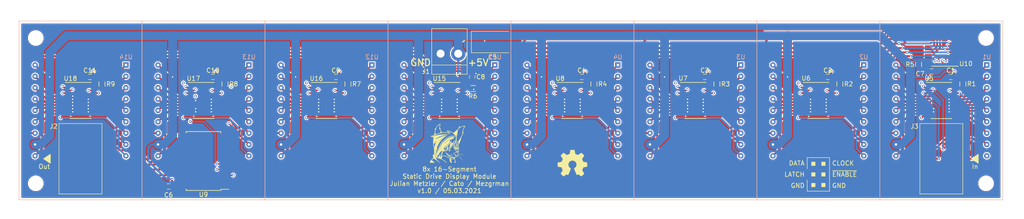
<source format=kicad_pcb>
(kicad_pcb (version 20171130) (host pcbnew "(6.0.0-rc1-dev-557-ge985f797c)")
  (title_block (title "16-segment LED display module") (date 2021-03-05) (rev 1.0) (comment 1 "Julian Metzler"))
  (layers (0 F.Cu signal) (1 In1.Cu signal) (2 In2.Cu signal) (31 B.Cu signal) (34 B.Paste user) (35 F.Paste user) (36 B.SilkS user) (37 F.SilkS user) (38 B.Mask user) (39 F.Mask user) (44 Edge.Cuts user))
  (net 0 "")
  (net 1 GND)
  (net 2 +5V)
  (net 3 "Net-(R1-Pad1)")
  (net 4 "Net-(U1-Pad4)")
  (net 5 "Net-(U1-Pad3)")
  (net 6 "Net-(U1-Pad2)")
  (net 7 "Net-(U1-Pad1)")
  (net 8 "Net-(U1-Pad18)")
  (net 9 "Net-(U1-Pad17)")
  (net 10 "Net-(U1-Pad16)")
  (net 11 "Net-(U1-Pad15)")
  (net 12 "Net-(U1-Pad14)")
  (net 13 "Net-(U1-Pad13)")
  (net 14 "Net-(U1-Pad12)")
  (net 15 "Net-(U1-Pad10)")
  (net 16 "Net-(U1-Pad9)")
  (net 17 "Net-(U1-Pad8)")
  (net 18 "Net-(U1-Pad7)")
  (net 19 "Net-(U1-Pad6)")
  (net 20 "Net-(U1-Pad5)")
  (net 21 "Net-(U2-Pad2)")
  (net 22 "Net-(U2-Pad3)")
  (net 23 "Net-(U2-Pad4)")
  (net 24 "Net-(J2-Pad4)")
  (net 25 "Net-(J2-Pad3)")
  (net 26 "Net-(J2-Pad2)")
  (net 27 "Net-(J2-Pad1)")
  (net 28 /~OE)
  (net 29 /LE)
  (net 30 /CLK)
  (net 31 "Net-(J3-Pad1)")
  (net 32 "Net-(R2-Pad1)")
  (net 33 "Net-(R3-Pad1)")
  (net 34 "Net-(R4-Pad1)")
  (net 35 "Net-(R5-Pad1)")
  (net 36 "Net-(R6-Pad1)")
  (net 37 "Net-(R7-Pad1)")
  (net 38 "Net-(R8-Pad1)")
  (net 39 "Net-(R9-Pad1)")
  (net 40 "Net-(U2-Pad1)")
  (net 41 "Net-(U2-Pad18)")
  (net 42 "Net-(U2-Pad17)")
  (net 43 "Net-(U2-Pad16)")
  (net 44 "Net-(U2-Pad15)")
  (net 45 "Net-(U2-Pad14)")
  (net 46 "Net-(U2-Pad13)")
  (net 47 "Net-(U10-Pad6)")
  (net 48 "Net-(U2-Pad10)")
  (net 49 "Net-(U2-Pad9)")
  (net 50 "Net-(U2-Pad8)")
  (net 51 "Net-(U2-Pad7)")
  (net 52 "Net-(U2-Pad6)")
  (net 53 "Net-(U2-Pad5)")
  (net 54 "Net-(U3-Pad4)")
  (net 55 "Net-(U3-Pad3)")
  (net 56 "Net-(U3-Pad2)")
  (net 57 "Net-(U3-Pad1)")
  (net 58 "Net-(U3-Pad18)")
  (net 59 "Net-(U3-Pad17)")
  (net 60 "Net-(U3-Pad16)")
  (net 61 "Net-(U3-Pad15)")
  (net 62 "Net-(U3-Pad14)")
  (net 63 "Net-(U3-Pad13)")
  (net 64 "Net-(U10-Pad7)")
  (net 65 "Net-(U3-Pad10)")
  (net 66 "Net-(U3-Pad9)")
  (net 67 "Net-(U3-Pad8)")
  (net 68 "Net-(U3-Pad7)")
  (net 69 "Net-(U3-Pad6)")
  (net 70 "Net-(U3-Pad5)")
  (net 71 "Net-(U4-Pad4)")
  (net 72 "Net-(U4-Pad3)")
  (net 73 "Net-(U4-Pad2)")
  (net 74 "Net-(U4-Pad1)")
  (net 75 "Net-(U4-Pad18)")
  (net 76 "Net-(U4-Pad17)")
  (net 77 "Net-(U4-Pad16)")
  (net 78 "Net-(U4-Pad15)")
  (net 79 "Net-(U4-Pad14)")
  (net 80 "Net-(U4-Pad13)")
  (net 81 "Net-(U10-Pad8)")
  (net 82 "Net-(U4-Pad10)")
  (net 83 "Net-(U4-Pad9)")
  (net 84 "Net-(U4-Pad8)")
  (net 85 "Net-(U4-Pad7)")
  (net 86 "Net-(U4-Pad6)")
  (net 87 "Net-(U4-Pad5)")
  (net 88 "Net-(U10-Pad14)")
  (net 89 "Net-(U5-Pad22)")
  (net 90 "Net-(U6-Pad22)")
  (net 91 "Net-(U7-Pad22)")
  (net 92 "Net-(U15-Pad2)")
  (net 93 "Net-(U18-Pad22)")
  (net 94 "Net-(U9-Pad11)")
  (net 95 "Net-(U9-Pad12)")
  (net 96 "Net-(U9-Pad13)")
  (net 97 "Net-(U9-Pad14)")
  (net 98 "Net-(U10-Pad9)")
  (net 99 "Net-(U10-Pad10)")
  (net 100 "Net-(U10-Pad11)")
  (net 101 "Net-(U10-Pad12)")
  (net 102 "Net-(U11-Pad4)")
  (net 103 "Net-(U11-Pad3)")
  (net 104 "Net-(U11-Pad2)")
  (net 105 "Net-(U11-Pad1)")
  (net 106 "Net-(U11-Pad18)")
  (net 107 "Net-(U11-Pad17)")
  (net 108 "Net-(U11-Pad16)")
  (net 109 "Net-(U11-Pad15)")
  (net 110 "Net-(U11-Pad14)")
  (net 111 "Net-(U11-Pad13)")
  (net 112 "Net-(U11-Pad10)")
  (net 113 "Net-(U11-Pad9)")
  (net 114 "Net-(U11-Pad8)")
  (net 115 "Net-(U11-Pad7)")
  (net 116 "Net-(U11-Pad6)")
  (net 117 "Net-(U11-Pad5)")
  (net 118 "Net-(U12-Pad4)")
  (net 119 "Net-(U12-Pad3)")
  (net 120 "Net-(U12-Pad2)")
  (net 121 "Net-(U12-Pad1)")
  (net 122 "Net-(U12-Pad18)")
  (net 123 "Net-(U12-Pad17)")
  (net 124 "Net-(U12-Pad16)")
  (net 125 "Net-(U12-Pad15)")
  (net 126 "Net-(U12-Pad14)")
  (net 127 "Net-(U12-Pad13)")
  (net 128 "Net-(U12-Pad10)")
  (net 129 "Net-(U12-Pad9)")
  (net 130 "Net-(U12-Pad8)")
  (net 131 "Net-(U12-Pad7)")
  (net 132 "Net-(U12-Pad6)")
  (net 133 "Net-(U12-Pad5)")
  (net 134 "Net-(U13-Pad4)")
  (net 135 "Net-(U13-Pad3)")
  (net 136 "Net-(U13-Pad2)")
  (net 137 "Net-(U13-Pad1)")
  (net 138 "Net-(U13-Pad18)")
  (net 139 "Net-(U13-Pad17)")
  (net 140 "Net-(U13-Pad16)")
  (net 141 "Net-(U13-Pad15)")
  (net 142 "Net-(U13-Pad14)")
  (net 143 "Net-(U13-Pad13)")
  (net 144 "Net-(U13-Pad10)")
  (net 145 "Net-(U13-Pad9)")
  (net 146 "Net-(U13-Pad8)")
  (net 147 "Net-(U13-Pad7)")
  (net 148 "Net-(U13-Pad6)")
  (net 149 "Net-(U13-Pad5)")
  (net 150 "Net-(U14-Pad4)")
  (net 151 "Net-(U14-Pad3)")
  (net 152 "Net-(U14-Pad2)")
  (net 153 "Net-(U14-Pad1)")
  (net 154 "Net-(U14-Pad18)")
  (net 155 "Net-(U14-Pad17)")
  (net 156 "Net-(U14-Pad16)")
  (net 157 "Net-(U14-Pad15)")
  (net 158 "Net-(U14-Pad14)")
  (net 159 "Net-(U14-Pad13)")
  (net 160 "Net-(U14-Pad10)")
  (net 161 "Net-(U14-Pad9)")
  (net 162 "Net-(U14-Pad8)")
  (net 163 "Net-(U14-Pad7)")
  (net 164 "Net-(U14-Pad6)")
  (net 165 "Net-(U14-Pad5)")
  (net 166 "Net-(U15-Pad22)")
  (net 167 "Net-(U16-Pad22)")
  (net 168 "Net-(U17-Pad22)")
  (module Mounting_Holes:MountingHole_3mm (layer F.Cu) (at 255.5 77)
    (fp_text reference REF** hide)
    (fp_text value MountingHole_3mm)
    (pad 1 np_thru_hole circle (at 0 0) (size 3 3) (drill 3) (layers *.Cu *.Mask))
  )
  (module Mounting_Holes:MountingHole_3mm (layer F.Cu) (at 255.5 44.5)
    (fp_text reference REF** hide)
    (fp_text value MountingHole_3mm)
    (pad 1 np_thru_hole circle (at 0 0) (size 3 3) (drill 3) (layers *.Cu *.Mask))
  )
  (module Mounting_Holes:MountingHole_3mm (layer F.Cu) (at 43 77)
    (fp_text reference REF** hide)
    (fp_text value MountingHole_3mm)
    (pad 1 np_thru_hole circle (at 0 0) (size 3 3) (drill 3) (layers *.Cu *.Mask))
  )
  (module custom:Conn_IDC_2x3_SMD (layer F.Cu) (at 53 71.5 270)
    (fp_text reference J2 (at -7.25 6) (layer F.SilkS))
    (fp_text value Output)
    (pad 6 smd rect (at 2.54 -3.81 270) (size 1 5) (layers F.Cu F.Paste F.Mask) (net 1 GND))
    (pad 5 smd rect (at 2.54 3.81 270) (size 1 5) (layers F.Cu F.Paste F.Mask) (net 1 GND))
    (pad 4 smd rect (at 0 -3.81 270) (size 1 5) (layers F.Cu F.Paste F.Mask) (net 24 "Net-(J2-Pad4)"))
    (pad 3 smd rect (at 0 3.81 270) (size 1 5) (layers F.Cu F.Paste F.Mask) (net 25 "Net-(J2-Pad3)"))
    (pad 2 smd rect (at -2.54 -3.81 270) (size 1 5) (layers F.Cu F.Paste F.Mask) (net 26 "Net-(J2-Pad2)"))
    (pad 1 smd rect (at -2.54 3.81 270) (size 1 5) (layers F.Cu F.Paste F.Mask) (net 27 "Net-(J2-Pad1)"))
  )
  (module Housings_SSOP:TSSOP-16_4.4x5mm_Pitch0.65mm (layer F.Cu) (at 245.5 48 180)
    (fp_text reference U10 (at -5.5 -2.25 180) (layer F.SilkS))
    (fp_text value TLC5916IPWR)
    (pad 1 smd rect (at -2.95 -2.275 180) (size 1.5 0.45) (layers F.Cu F.Paste F.Mask) (net 1 GND))
    (pad 2 smd rect (at -2.95 -1.625 180) (size 1.5 0.45) (layers F.Cu F.Paste F.Mask) (net 31 "Net-(J3-Pad1)"))
    (pad 3 smd rect (at -2.95 -0.975 180) (size 1.5 0.45) (layers F.Cu F.Paste F.Mask) (net 30 /CLK))
    (pad 4 smd rect (at -2.95 -0.325 180) (size 1.5 0.45) (layers F.Cu F.Paste F.Mask) (net 29 /LE))
    (pad 5 smd rect (at -2.95 0.325 180) (size 1.5 0.45) (layers F.Cu F.Paste F.Mask) (net 14 "Net-(U1-Pad12)"))
    (pad 6 smd rect (at -2.95 0.975 180) (size 1.5 0.45) (layers F.Cu F.Paste F.Mask) (net 47 "Net-(U10-Pad6)"))
    (pad 7 smd rect (at -2.95 1.625 180) (size 1.5 0.45) (layers F.Cu F.Paste F.Mask) (net 64 "Net-(U10-Pad7)"))
    (pad 8 smd rect (at -2.95 2.275 180) (size 1.5 0.45) (layers F.Cu F.Paste F.Mask) (net 81 "Net-(U10-Pad8)"))
    (pad 9 smd rect (at 2.95 2.275 180) (size 1.5 0.45) (layers F.Cu F.Paste F.Mask) (net 98 "Net-(U10-Pad9)"))
    (pad 10 smd rect (at 2.95 1.625 180) (size 1.5 0.45) (layers F.Cu F.Paste F.Mask) (net 99 "Net-(U10-Pad10)"))
    (pad 11 smd rect (at 2.95 0.975 180) (size 1.5 0.45) (layers F.Cu F.Paste F.Mask) (net 100 "Net-(U10-Pad11)"))
    (pad 12 smd rect (at 2.95 0.325 180) (size 1.5 0.45) (layers F.Cu F.Paste F.Mask) (net 101 "Net-(U10-Pad12)"))
    (pad 13 smd rect (at 2.95 -0.325 180) (size 1.5 0.45) (layers F.Cu F.Paste F.Mask) (net 28 /~OE))
    (pad 14 smd rect (at 2.95 -0.975 180) (size 1.5 0.45) (layers F.Cu F.Paste F.Mask) (net 88 "Net-(U10-Pad14)"))
    (pad 15 smd rect (at 2.95 -1.625 180) (size 1.5 0.45) (layers F.Cu F.Paste F.Mask) (net 35 "Net-(R5-Pad1)"))
    (pad 16 smd rect (at 2.95 -2.275 180) (size 1.5 0.45) (layers F.Cu F.Paste F.Mask) (net 2 +5V))
  )
  (module custom:Conn_IDC_2x3_SMD (layer F.Cu) (at 245.5 71.5 270)
    (fp_text reference J3 (at -7.25 6) (layer F.SilkS))
    (fp_text value Input)
    (pad 6 smd rect (at 2.54 -3.81 270) (size 1 5) (layers F.Cu F.Paste F.Mask) (net 1 GND))
    (pad 5 smd rect (at 2.54 3.81 270) (size 1 5) (layers F.Cu F.Paste F.Mask) (net 1 GND))
    (pad 4 smd rect (at 0 -3.81 270) (size 1 5) (layers F.Cu F.Paste F.Mask) (net 28 /~OE))
    (pad 3 smd rect (at 0 3.81 270) (size 1 5) (layers F.Cu F.Paste F.Mask) (net 29 /LE))
    (pad 2 smd rect (at -2.54 -3.81 270) (size 1 5) (layers F.Cu F.Paste F.Mask) (net 30 /CLK))
    (pad 1 smd rect (at -2.54 3.81 270) (size 1 5) (layers F.Cu F.Paste F.Mask) (net 31 "Net-(J3-Pad1)"))
  )
  (module custom:TSSOP-24_EP_4.4x7.8mm_Pitch0.65mm (layer F.Cu) (at 53 58.5)
    (fp_text reference U18 (at -2.25 -4.95) (layer F.SilkS))
    (fp_text value TLC5928PWPR)
    (pad 25 smd rect (at 0 0) (size 2.4 5.16) (layers F.Cu F.Paste F.Mask) (net 1 GND))
    (pad 1 smd rect (at -2.85 -3.575) (size 1.1 0.4) (layers F.Cu F.Paste F.Mask) (net 1 GND))
    (pad 2 smd rect (at -2.85 -2.925) (size 1.1 0.4) (layers F.Cu F.Paste F.Mask) (net 168 "Net-(U17-Pad22)"))
    (pad 3 smd rect (at -2.85 -2.275) (size 1.1 0.4) (layers F.Cu F.Paste F.Mask) (net 30 /CLK))
    (pad 4 smd rect (at -2.85 -1.625) (size 1.1 0.4) (layers F.Cu F.Paste F.Mask) (net 29 /LE))
    (pad 5 smd rect (at -2.85 -0.975) (size 1.1 0.4) (layers F.Cu F.Paste F.Mask) (net 154 "Net-(U14-Pad18)"))
    (pad 6 smd rect (at -2.85 -0.325) (size 1.1 0.4) (layers F.Cu F.Paste F.Mask) (net 155 "Net-(U14-Pad17)"))
    (pad 7 smd rect (at -2.85 0.325) (size 1.1 0.4) (layers F.Cu F.Paste F.Mask) (net 156 "Net-(U14-Pad16)"))
    (pad 8 smd rect (at -2.85 0.975) (size 1.1 0.4) (layers F.Cu F.Paste F.Mask) (net 157 "Net-(U14-Pad15)"))
    (pad 9 smd rect (at -2.85 1.625) (size 1.1 0.4) (layers F.Cu F.Paste F.Mask) (net 158 "Net-(U14-Pad14)"))
    (pad 10 smd rect (at -2.85 2.275) (size 1.1 0.4) (layers F.Cu F.Paste F.Mask) (net 159 "Net-(U14-Pad13)"))
    (pad 11 smd rect (at -2.85 2.925) (size 1.1 0.4) (layers F.Cu F.Paste F.Mask) (net 160 "Net-(U14-Pad10)"))
    (pad 12 smd rect (at -2.85 3.575) (size 1.1 0.4) (layers F.Cu F.Paste F.Mask) (net 161 "Net-(U14-Pad9)"))
    (pad 13 smd rect (at 2.85 3.575) (size 1.1 0.4) (layers F.Cu F.Paste F.Mask) (net 162 "Net-(U14-Pad8)"))
    (pad 14 smd rect (at 2.85 2.925) (size 1.1 0.4) (layers F.Cu F.Paste F.Mask) (net 163 "Net-(U14-Pad7)"))
    (pad 15 smd rect (at 2.85 2.275) (size 1.1 0.4) (layers F.Cu F.Paste F.Mask) (net 164 "Net-(U14-Pad6)"))
    (pad 16 smd rect (at 2.85 1.625) (size 1.1 0.4) (layers F.Cu F.Paste F.Mask) (net 165 "Net-(U14-Pad5)"))
    (pad 17 smd rect (at 2.85 0.975) (size 1.1 0.4) (layers F.Cu F.Paste F.Mask) (net 150 "Net-(U14-Pad4)"))
    (pad 18 smd rect (at 2.85 0.325) (size 1.1 0.4) (layers F.Cu F.Paste F.Mask) (net 151 "Net-(U14-Pad3)"))
    (pad 19 smd rect (at 2.85 -0.325) (size 1.1 0.4) (layers F.Cu F.Paste F.Mask) (net 152 "Net-(U14-Pad2)"))
    (pad 20 smd rect (at 2.85 -0.975) (size 1.1 0.4) (layers F.Cu F.Paste F.Mask) (net 153 "Net-(U14-Pad1)"))
    (pad 21 smd rect (at 2.85 -1.625) (size 1.1 0.4) (layers F.Cu F.Paste F.Mask) (net 28 /~OE))
    (pad 22 smd rect (at 2.85 -2.275) (size 1.1 0.4) (layers F.Cu F.Paste F.Mask) (net 93 "Net-(U18-Pad22)"))
    (pad 23 smd rect (at 2.85 -2.925) (size 1.1 0.4) (layers F.Cu F.Paste F.Mask) (net 39 "Net-(R9-Pad1)"))
    (pad 24 smd rect (at 2.85 -3.575) (size 1.1 0.4) (layers F.Cu F.Paste F.Mask) (net 2 +5V))
  )
  (module custom:TSSOP-24_EP_4.4x7.8mm_Pitch0.65mm (layer F.Cu) (at 80.5 58.5)
    (fp_text reference U17 (at -2.25 -4.95) (layer F.SilkS))
    (fp_text value TLC5928PWPR)
    (pad 25 smd rect (at 0 0) (size 2.4 5.16) (layers F.Cu F.Paste F.Mask) (net 1 GND))
    (pad 1 smd rect (at -2.85 -3.575) (size 1.1 0.4) (layers F.Cu F.Paste F.Mask) (net 1 GND))
    (pad 2 smd rect (at -2.85 -2.925) (size 1.1 0.4) (layers F.Cu F.Paste F.Mask) (net 167 "Net-(U16-Pad22)"))
    (pad 3 smd rect (at -2.85 -2.275) (size 1.1 0.4) (layers F.Cu F.Paste F.Mask) (net 30 /CLK))
    (pad 4 smd rect (at -2.85 -1.625) (size 1.1 0.4) (layers F.Cu F.Paste F.Mask) (net 29 /LE))
    (pad 5 smd rect (at -2.85 -0.975) (size 1.1 0.4) (layers F.Cu F.Paste F.Mask) (net 138 "Net-(U13-Pad18)"))
    (pad 6 smd rect (at -2.85 -0.325) (size 1.1 0.4) (layers F.Cu F.Paste F.Mask) (net 139 "Net-(U13-Pad17)"))
    (pad 7 smd rect (at -2.85 0.325) (size 1.1 0.4) (layers F.Cu F.Paste F.Mask) (net 140 "Net-(U13-Pad16)"))
    (pad 8 smd rect (at -2.85 0.975) (size 1.1 0.4) (layers F.Cu F.Paste F.Mask) (net 141 "Net-(U13-Pad15)"))
    (pad 9 smd rect (at -2.85 1.625) (size 1.1 0.4) (layers F.Cu F.Paste F.Mask) (net 142 "Net-(U13-Pad14)"))
    (pad 10 smd rect (at -2.85 2.275) (size 1.1 0.4) (layers F.Cu F.Paste F.Mask) (net 143 "Net-(U13-Pad13)"))
    (pad 11 smd rect (at -2.85 2.925) (size 1.1 0.4) (layers F.Cu F.Paste F.Mask) (net 144 "Net-(U13-Pad10)"))
    (pad 12 smd rect (at -2.85 3.575) (size 1.1 0.4) (layers F.Cu F.Paste F.Mask) (net 145 "Net-(U13-Pad9)"))
    (pad 13 smd rect (at 2.85 3.575) (size 1.1 0.4) (layers F.Cu F.Paste F.Mask) (net 146 "Net-(U13-Pad8)"))
    (pad 14 smd rect (at 2.85 2.925) (size 1.1 0.4) (layers F.Cu F.Paste F.Mask) (net 147 "Net-(U13-Pad7)"))
    (pad 15 smd rect (at 2.85 2.275) (size 1.1 0.4) (layers F.Cu F.Paste F.Mask) (net 148 "Net-(U13-Pad6)"))
    (pad 16 smd rect (at 2.85 1.625) (size 1.1 0.4) (layers F.Cu F.Paste F.Mask) (net 149 "Net-(U13-Pad5)"))
    (pad 17 smd rect (at 2.85 0.975) (size 1.1 0.4) (layers F.Cu F.Paste F.Mask) (net 134 "Net-(U13-Pad4)"))
    (pad 18 smd rect (at 2.85 0.325) (size 1.1 0.4) (layers F.Cu F.Paste F.Mask) (net 135 "Net-(U13-Pad3)"))
    (pad 19 smd rect (at 2.85 -0.325) (size 1.1 0.4) (layers F.Cu F.Paste F.Mask) (net 136 "Net-(U13-Pad2)"))
    (pad 20 smd rect (at 2.85 -0.975) (size 1.1 0.4) (layers F.Cu F.Paste F.Mask) (net 137 "Net-(U13-Pad1)"))
    (pad 21 smd rect (at 2.85 -1.625) (size 1.1 0.4) (layers F.Cu F.Paste F.Mask) (net 28 /~OE))
    (pad 22 smd rect (at 2.85 -2.275) (size 1.1 0.4) (layers F.Cu F.Paste F.Mask) (net 168 "Net-(U17-Pad22)"))
    (pad 23 smd rect (at 2.85 -2.925) (size 1.1 0.4) (layers F.Cu F.Paste F.Mask) (net 38 "Net-(R8-Pad1)"))
    (pad 24 smd rect (at 2.85 -3.575) (size 1.1 0.4) (layers F.Cu F.Paste F.Mask) (net 2 +5V))
  )
  (module custom:TSSOP-24_EP_4.4x7.8mm_Pitch0.65mm (layer F.Cu) (at 108 58.5)
    (fp_text reference U16 (at -2.25 -4.95) (layer F.SilkS))
    (fp_text value TLC5928PWPR)
    (pad 25 smd rect (at 0 0) (size 2.4 5.16) (layers F.Cu F.Paste F.Mask) (net 1 GND))
    (pad 1 smd rect (at -2.85 -3.575) (size 1.1 0.4) (layers F.Cu F.Paste F.Mask) (net 1 GND))
    (pad 2 smd rect (at -2.85 -2.925) (size 1.1 0.4) (layers F.Cu F.Paste F.Mask) (net 166 "Net-(U15-Pad22)"))
    (pad 3 smd rect (at -2.85 -2.275) (size 1.1 0.4) (layers F.Cu F.Paste F.Mask) (net 30 /CLK))
    (pad 4 smd rect (at -2.85 -1.625) (size 1.1 0.4) (layers F.Cu F.Paste F.Mask) (net 29 /LE))
    (pad 5 smd rect (at -2.85 -0.975) (size 1.1 0.4) (layers F.Cu F.Paste F.Mask) (net 122 "Net-(U12-Pad18)"))
    (pad 6 smd rect (at -2.85 -0.325) (size 1.1 0.4) (layers F.Cu F.Paste F.Mask) (net 123 "Net-(U12-Pad17)"))
    (pad 7 smd rect (at -2.85 0.325) (size 1.1 0.4) (layers F.Cu F.Paste F.Mask) (net 124 "Net-(U12-Pad16)"))
    (pad 8 smd rect (at -2.85 0.975) (size 1.1 0.4) (layers F.Cu F.Paste F.Mask) (net 125 "Net-(U12-Pad15)"))
    (pad 9 smd rect (at -2.85 1.625) (size 1.1 0.4) (layers F.Cu F.Paste F.Mask) (net 126 "Net-(U12-Pad14)"))
    (pad 10 smd rect (at -2.85 2.275) (size 1.1 0.4) (layers F.Cu F.Paste F.Mask) (net 127 "Net-(U12-Pad13)"))
    (pad 11 smd rect (at -2.85 2.925) (size 1.1 0.4) (layers F.Cu F.Paste F.Mask) (net 128 "Net-(U12-Pad10)"))
    (pad 12 smd rect (at -2.85 3.575) (size 1.1 0.4) (layers F.Cu F.Paste F.Mask) (net 129 "Net-(U12-Pad9)"))
    (pad 13 smd rect (at 2.85 3.575) (size 1.1 0.4) (layers F.Cu F.Paste F.Mask) (net 130 "Net-(U12-Pad8)"))
    (pad 14 smd rect (at 2.85 2.925) (size 1.1 0.4) (layers F.Cu F.Paste F.Mask) (net 131 "Net-(U12-Pad7)"))
    (pad 15 smd rect (at 2.85 2.275) (size 1.1 0.4) (layers F.Cu F.Paste F.Mask) (net 132 "Net-(U12-Pad6)"))
    (pad 16 smd rect (at 2.85 1.625) (size 1.1 0.4) (layers F.Cu F.Paste F.Mask) (net 133 "Net-(U12-Pad5)"))
    (pad 17 smd rect (at 2.85 0.975) (size 1.1 0.4) (layers F.Cu F.Paste F.Mask) (net 118 "Net-(U12-Pad4)"))
    (pad 18 smd rect (at 2.85 0.325) (size 1.1 0.4) (layers F.Cu F.Paste F.Mask) (net 119 "Net-(U12-Pad3)"))
    (pad 19 smd rect (at 2.85 -0.325) (size 1.1 0.4) (layers F.Cu F.Paste F.Mask) (net 120 "Net-(U12-Pad2)"))
    (pad 20 smd rect (at 2.85 -0.975) (size 1.1 0.4) (layers F.Cu F.Paste F.Mask) (net 121 "Net-(U12-Pad1)"))
    (pad 21 smd rect (at 2.85 -1.625) (size 1.1 0.4) (layers F.Cu F.Paste F.Mask) (net 28 /~OE))
    (pad 22 smd rect (at 2.85 -2.275) (size 1.1 0.4) (layers F.Cu F.Paste F.Mask) (net 167 "Net-(U16-Pad22)"))
    (pad 23 smd rect (at 2.85 -2.925) (size 1.1 0.4) (layers F.Cu F.Paste F.Mask) (net 37 "Net-(R7-Pad1)"))
    (pad 24 smd rect (at 2.85 -3.575) (size 1.1 0.4) (layers F.Cu F.Paste F.Mask) (net 2 +5V))
  )
  (module custom:TSSOP-24_EP_4.4x7.8mm_Pitch0.65mm (layer F.Cu) (at 135.5 58.5)
    (fp_text reference U15 (at -2.25 -4.95) (layer F.SilkS))
    (fp_text value TLC5928PWPR)
    (pad 25 smd rect (at 0 0) (size 2.4 5.16) (layers F.Cu F.Paste F.Mask) (net 1 GND))
    (pad 1 smd rect (at -2.85 -3.575) (size 1.1 0.4) (layers F.Cu F.Paste F.Mask) (net 1 GND))
    (pad 2 smd rect (at -2.85 -2.925) (size 1.1 0.4) (layers F.Cu F.Paste F.Mask) (net 92 "Net-(U15-Pad2)"))
    (pad 3 smd rect (at -2.85 -2.275) (size 1.1 0.4) (layers F.Cu F.Paste F.Mask) (net 30 /CLK))
    (pad 4 smd rect (at -2.85 -1.625) (size 1.1 0.4) (layers F.Cu F.Paste F.Mask) (net 29 /LE))
    (pad 5 smd rect (at -2.85 -0.975) (size 1.1 0.4) (layers F.Cu F.Paste F.Mask) (net 106 "Net-(U11-Pad18)"))
    (pad 6 smd rect (at -2.85 -0.325) (size 1.1 0.4) (layers F.Cu F.Paste F.Mask) (net 107 "Net-(U11-Pad17)"))
    (pad 7 smd rect (at -2.85 0.325) (size 1.1 0.4) (layers F.Cu F.Paste F.Mask) (net 108 "Net-(U11-Pad16)"))
    (pad 8 smd rect (at -2.85 0.975) (size 1.1 0.4) (layers F.Cu F.Paste F.Mask) (net 109 "Net-(U11-Pad15)"))
    (pad 9 smd rect (at -2.85 1.625) (size 1.1 0.4) (layers F.Cu F.Paste F.Mask) (net 110 "Net-(U11-Pad14)"))
    (pad 10 smd rect (at -2.85 2.275) (size 1.1 0.4) (layers F.Cu F.Paste F.Mask) (net 111 "Net-(U11-Pad13)"))
    (pad 11 smd rect (at -2.85 2.925) (size 1.1 0.4) (layers F.Cu F.Paste F.Mask) (net 112 "Net-(U11-Pad10)"))
    (pad 12 smd rect (at -2.85 3.575) (size 1.1 0.4) (layers F.Cu F.Paste F.Mask) (net 113 "Net-(U11-Pad9)"))
    (pad 13 smd rect (at 2.85 3.575) (size 1.1 0.4) (layers F.Cu F.Paste F.Mask) (net 114 "Net-(U11-Pad8)"))
    (pad 14 smd rect (at 2.85 2.925) (size 1.1 0.4) (layers F.Cu F.Paste F.Mask) (net 115 "Net-(U11-Pad7)"))
    (pad 15 smd rect (at 2.85 2.275) (size 1.1 0.4) (layers F.Cu F.Paste F.Mask) (net 116 "Net-(U11-Pad6)"))
    (pad 16 smd rect (at 2.85 1.625) (size 1.1 0.4) (layers F.Cu F.Paste F.Mask) (net 117 "Net-(U11-Pad5)"))
    (pad 17 smd rect (at 2.85 0.975) (size 1.1 0.4) (layers F.Cu F.Paste F.Mask) (net 102 "Net-(U11-Pad4)"))
    (pad 18 smd rect (at 2.85 0.325) (size 1.1 0.4) (layers F.Cu F.Paste F.Mask) (net 103 "Net-(U11-Pad3)"))
    (pad 19 smd rect (at 2.85 -0.325) (size 1.1 0.4) (layers F.Cu F.Paste F.Mask) (net 104 "Net-(U11-Pad2)"))
    (pad 20 smd rect (at 2.85 -0.975) (size 1.1 0.4) (layers F.Cu F.Paste F.Mask) (net 105 "Net-(U11-Pad1)"))
    (pad 21 smd rect (at 2.85 -1.625) (size 1.1 0.4) (layers F.Cu F.Paste F.Mask) (net 28 /~OE))
    (pad 22 smd rect (at 2.85 -2.275) (size 1.1 0.4) (layers F.Cu F.Paste F.Mask) (net 166 "Net-(U15-Pad22)"))
    (pad 23 smd rect (at 2.85 -2.925) (size 1.1 0.4) (layers F.Cu F.Paste F.Mask) (net 36 "Net-(R6-Pad1)"))
    (pad 24 smd rect (at 2.85 -3.575) (size 1.1 0.4) (layers F.Cu F.Paste F.Mask) (net 2 +5V))
  )
  (module custom:16seg_PSA12-11SRWA (layer B.Cu) (at 53 60.692304 180)
    (fp_text reference U14 (at -11.75 11.942304 180) (layer B.SilkS) (effects (justify left mirror)))
    (fp_text value 16seg_PSA12-11SRWA)
    (pad 4 thru_hole circle (at -10.16 2.54 180) (size 1.2 1.2) (drill 0.55) (layers *.Cu *.Mask) (net 150 "Net-(U14-Pad4)"))
    (pad 3 thru_hole circle (at -10.16 5.08 180) (size 1.2 1.2) (drill 0.55) (layers *.Cu *.Mask) (net 151 "Net-(U14-Pad3)"))
    (pad 2 thru_hole circle (at -10.16 7.62 180) (size 1.2 1.2) (drill 0.55) (layers *.Cu *.Mask) (net 152 "Net-(U14-Pad2)"))
    (pad 1 thru_hole rect (at -10.16 10.16 180) (size 1.2 1.2) (drill 0.55) (layers *.Cu *.Mask) (net 153 "Net-(U14-Pad1)"))
    (pad 18 thru_hole circle (at 10.16 10.16 180) (size 1.2 1.2) (drill 0.55) (layers *.Cu *.Mask) (net 154 "Net-(U14-Pad18)"))
    (pad 17 thru_hole circle (at 10.16 7.62 180) (size 1.2 1.2) (drill 0.55) (layers *.Cu *.Mask) (net 155 "Net-(U14-Pad17)"))
    (pad 16 thru_hole circle (at 10.16 5.08 180) (size 1.2 1.2) (drill 0.55) (layers *.Cu *.Mask) (net 156 "Net-(U14-Pad16)"))
    (pad 15 thru_hole circle (at 10.16 2.54 180) (size 1.2 1.2) (drill 0.55) (layers *.Cu *.Mask) (net 157 "Net-(U14-Pad15)"))
    (pad 14 thru_hole circle (at 10.16 0 180) (size 1.2 1.2) (drill 0.55) (layers *.Cu *.Mask) (net 158 "Net-(U14-Pad14)"))
    (pad 13 thru_hole circle (at 10.16 -2.54 180) (size 1.2 1.2) (drill 0.55) (layers *.Cu *.Mask) (net 159 "Net-(U14-Pad13)"))
    (pad 12 thru_hole circle (at 10.16 -5.08 180) (size 1.2 1.2) (drill 0.55) (layers *.Cu *.Mask) (net 101 "Net-(U10-Pad12)"))
    (pad 11 thru_hole circle (at 10.16 -7.62 180) (size 1.2 1.2) (drill 0.55) (layers *.Cu *.Mask) (net 2 +5V))
    (pad 10 thru_hole circle (at 10.16 -10.16 180) (size 1.2 1.2) (drill 0.55) (layers *.Cu *.Mask) (net 160 "Net-(U14-Pad10)"))
    (pad 9 thru_hole circle (at -10.16 -10.16 180) (size 1.2 1.2) (drill 0.55) (layers *.Cu *.Mask) (net 161 "Net-(U14-Pad9)"))
    (pad 8 thru_hole circle (at -10.16 -7.62 180) (size 1.2 1.2) (drill 0.55) (layers *.Cu *.Mask) (net 162 "Net-(U14-Pad8)"))
    (pad 7 thru_hole circle (at -10.16 -5.08 180) (size 1.2 1.2) (drill 0.55) (layers *.Cu *.Mask) (net 163 "Net-(U14-Pad7)"))
    (pad 6 thru_hole circle (at -10.16 -2.54 180) (size 1.2 1.2) (drill 0.55) (layers *.Cu *.Mask) (net 164 "Net-(U14-Pad6)"))
    (pad 5 thru_hole circle (at -10.16 0 180) (size 1.2 1.2) (drill 0.55) (layers *.Cu *.Mask) (net 165 "Net-(U14-Pad5)"))
  )
  (module custom:16seg_PSA12-11SRWA (layer B.Cu) (at 80.5 60.692304 180)
    (fp_text reference U13 (at -11.75 11.942304 180) (layer B.SilkS) (effects (justify left mirror)))
    (fp_text value 16seg_PSA12-11SRWA)
    (pad 4 thru_hole circle (at -10.16 2.54 180) (size 1.2 1.2) (drill 0.55) (layers *.Cu *.Mask) (net 134 "Net-(U13-Pad4)"))
    (pad 3 thru_hole circle (at -10.16 5.08 180) (size 1.2 1.2) (drill 0.55) (layers *.Cu *.Mask) (net 135 "Net-(U13-Pad3)"))
    (pad 2 thru_hole circle (at -10.16 7.62 180) (size 1.2 1.2) (drill 0.55) (layers *.Cu *.Mask) (net 136 "Net-(U13-Pad2)"))
    (pad 1 thru_hole rect (at -10.16 10.16 180) (size 1.2 1.2) (drill 0.55) (layers *.Cu *.Mask) (net 137 "Net-(U13-Pad1)"))
    (pad 18 thru_hole circle (at 10.16 10.16 180) (size 1.2 1.2) (drill 0.55) (layers *.Cu *.Mask) (net 138 "Net-(U13-Pad18)"))
    (pad 17 thru_hole circle (at 10.16 7.62 180) (size 1.2 1.2) (drill 0.55) (layers *.Cu *.Mask) (net 139 "Net-(U13-Pad17)"))
    (pad 16 thru_hole circle (at 10.16 5.08 180) (size 1.2 1.2) (drill 0.55) (layers *.Cu *.Mask) (net 140 "Net-(U13-Pad16)"))
    (pad 15 thru_hole circle (at 10.16 2.54 180) (size 1.2 1.2) (drill 0.55) (layers *.Cu *.Mask) (net 141 "Net-(U13-Pad15)"))
    (pad 14 thru_hole circle (at 10.16 0 180) (size 1.2 1.2) (drill 0.55) (layers *.Cu *.Mask) (net 142 "Net-(U13-Pad14)"))
    (pad 13 thru_hole circle (at 10.16 -2.54 180) (size 1.2 1.2) (drill 0.55) (layers *.Cu *.Mask) (net 143 "Net-(U13-Pad13)"))
    (pad 12 thru_hole circle (at 10.16 -5.08 180) (size 1.2 1.2) (drill 0.55) (layers *.Cu *.Mask) (net 100 "Net-(U10-Pad11)"))
    (pad 11 thru_hole circle (at 10.16 -7.62 180) (size 1.2 1.2) (drill 0.55) (layers *.Cu *.Mask) (net 2 +5V))
    (pad 10 thru_hole circle (at 10.16 -10.16 180) (size 1.2 1.2) (drill 0.55) (layers *.Cu *.Mask) (net 144 "Net-(U13-Pad10)"))
    (pad 9 thru_hole circle (at -10.16 -10.16 180) (size 1.2 1.2) (drill 0.55) (layers *.Cu *.Mask) (net 145 "Net-(U13-Pad9)"))
    (pad 8 thru_hole circle (at -10.16 -7.62 180) (size 1.2 1.2) (drill 0.55) (layers *.Cu *.Mask) (net 146 "Net-(U13-Pad8)"))
    (pad 7 thru_hole circle (at -10.16 -5.08 180) (size 1.2 1.2) (drill 0.55) (layers *.Cu *.Mask) (net 147 "Net-(U13-Pad7)"))
    (pad 6 thru_hole circle (at -10.16 -2.54 180) (size 1.2 1.2) (drill 0.55) (layers *.Cu *.Mask) (net 148 "Net-(U13-Pad6)"))
    (pad 5 thru_hole circle (at -10.16 0 180) (size 1.2 1.2) (drill 0.55) (layers *.Cu *.Mask) (net 149 "Net-(U13-Pad5)"))
  )
  (module custom:16seg_PSA12-11SRWA (layer B.Cu) (at 108 60.692304 180)
    (fp_text reference U12 (at -11.75 11.942304 180) (layer B.SilkS) (effects (justify left mirror)))
    (fp_text value 16seg_PSA12-11SRWA)
    (pad 4 thru_hole circle (at -10.16 2.54 180) (size 1.2 1.2) (drill 0.55) (layers *.Cu *.Mask) (net 118 "Net-(U12-Pad4)"))
    (pad 3 thru_hole circle (at -10.16 5.08 180) (size 1.2 1.2) (drill 0.55) (layers *.Cu *.Mask) (net 119 "Net-(U12-Pad3)"))
    (pad 2 thru_hole circle (at -10.16 7.62 180) (size 1.2 1.2) (drill 0.55) (layers *.Cu *.Mask) (net 120 "Net-(U12-Pad2)"))
    (pad 1 thru_hole rect (at -10.16 10.16 180) (size 1.2 1.2) (drill 0.55) (layers *.Cu *.Mask) (net 121 "Net-(U12-Pad1)"))
    (pad 18 thru_hole circle (at 10.16 10.16 180) (size 1.2 1.2) (drill 0.55) (layers *.Cu *.Mask) (net 122 "Net-(U12-Pad18)"))
    (pad 17 thru_hole circle (at 10.16 7.62 180) (size 1.2 1.2) (drill 0.55) (layers *.Cu *.Mask) (net 123 "Net-(U12-Pad17)"))
    (pad 16 thru_hole circle (at 10.16 5.08 180) (size 1.2 1.2) (drill 0.55) (layers *.Cu *.Mask) (net 124 "Net-(U12-Pad16)"))
    (pad 15 thru_hole circle (at 10.16 2.54 180) (size 1.2 1.2) (drill 0.55) (layers *.Cu *.Mask) (net 125 "Net-(U12-Pad15)"))
    (pad 14 thru_hole circle (at 10.16 0 180) (size 1.2 1.2) (drill 0.55) (layers *.Cu *.Mask) (net 126 "Net-(U12-Pad14)"))
    (pad 13 thru_hole circle (at 10.16 -2.54 180) (size 1.2 1.2) (drill 0.55) (layers *.Cu *.Mask) (net 127 "Net-(U12-Pad13)"))
    (pad 12 thru_hole circle (at 10.16 -5.08 180) (size 1.2 1.2) (drill 0.55) (layers *.Cu *.Mask) (net 99 "Net-(U10-Pad10)"))
    (pad 11 thru_hole circle (at 10.16 -7.62 180) (size 1.2 1.2) (drill 0.55) (layers *.Cu *.Mask) (net 2 +5V))
    (pad 10 thru_hole circle (at 10.16 -10.16 180) (size 1.2 1.2) (drill 0.55) (layers *.Cu *.Mask) (net 128 "Net-(U12-Pad10)"))
    (pad 9 thru_hole circle (at -10.16 -10.16 180) (size 1.2 1.2) (drill 0.55) (layers *.Cu *.Mask) (net 129 "Net-(U12-Pad9)"))
    (pad 8 thru_hole circle (at -10.16 -7.62 180) (size 1.2 1.2) (drill 0.55) (layers *.Cu *.Mask) (net 130 "Net-(U12-Pad8)"))
    (pad 7 thru_hole circle (at -10.16 -5.08 180) (size 1.2 1.2) (drill 0.55) (layers *.Cu *.Mask) (net 131 "Net-(U12-Pad7)"))
    (pad 6 thru_hole circle (at -10.16 -2.54 180) (size 1.2 1.2) (drill 0.55) (layers *.Cu *.Mask) (net 132 "Net-(U12-Pad6)"))
    (pad 5 thru_hole circle (at -10.16 0 180) (size 1.2 1.2) (drill 0.55) (layers *.Cu *.Mask) (net 133 "Net-(U12-Pad5)"))
  )
  (module custom:16seg_PSA12-11SRWA (layer B.Cu) (at 135.5 60.692304 180)
    (fp_text reference U11 (at -11.75 11.942304 180) (layer B.SilkS) (effects (justify left mirror)))
    (fp_text value 16seg_PSA12-11SRWA)
    (pad 4 thru_hole circle (at -10.16 2.54 180) (size 1.2 1.2) (drill 0.55) (layers *.Cu *.Mask) (net 102 "Net-(U11-Pad4)"))
    (pad 3 thru_hole circle (at -10.16 5.08 180) (size 1.2 1.2) (drill 0.55) (layers *.Cu *.Mask) (net 103 "Net-(U11-Pad3)"))
    (pad 2 thru_hole circle (at -10.16 7.62 180) (size 1.2 1.2) (drill 0.55) (layers *.Cu *.Mask) (net 104 "Net-(U11-Pad2)"))
    (pad 1 thru_hole rect (at -10.16 10.16 180) (size 1.2 1.2) (drill 0.55) (layers *.Cu *.Mask) (net 105 "Net-(U11-Pad1)"))
    (pad 18 thru_hole circle (at 10.16 10.16 180) (size 1.2 1.2) (drill 0.55) (layers *.Cu *.Mask) (net 106 "Net-(U11-Pad18)"))
    (pad 17 thru_hole circle (at 10.16 7.62 180) (size 1.2 1.2) (drill 0.55) (layers *.Cu *.Mask) (net 107 "Net-(U11-Pad17)"))
    (pad 16 thru_hole circle (at 10.16 5.08 180) (size 1.2 1.2) (drill 0.55) (layers *.Cu *.Mask) (net 108 "Net-(U11-Pad16)"))
    (pad 15 thru_hole circle (at 10.16 2.54 180) (size 1.2 1.2) (drill 0.55) (layers *.Cu *.Mask) (net 109 "Net-(U11-Pad15)"))
    (pad 14 thru_hole circle (at 10.16 0 180) (size 1.2 1.2) (drill 0.55) (layers *.Cu *.Mask) (net 110 "Net-(U11-Pad14)"))
    (pad 13 thru_hole circle (at 10.16 -2.54 180) (size 1.2 1.2) (drill 0.55) (layers *.Cu *.Mask) (net 111 "Net-(U11-Pad13)"))
    (pad 12 thru_hole circle (at 10.16 -5.08 180) (size 1.2 1.2) (drill 0.55) (layers *.Cu *.Mask) (net 98 "Net-(U10-Pad9)"))
    (pad 11 thru_hole circle (at 10.16 -7.62 180) (size 1.2 1.2) (drill 0.55) (layers *.Cu *.Mask) (net 2 +5V))
    (pad 10 thru_hole circle (at 10.16 -10.16 180) (size 1.2 1.2) (drill 0.55) (layers *.Cu *.Mask) (net 112 "Net-(U11-Pad10)"))
    (pad 9 thru_hole circle (at -10.16 -10.16 180) (size 1.2 1.2) (drill 0.55) (layers *.Cu *.Mask) (net 113 "Net-(U11-Pad9)"))
    (pad 8 thru_hole circle (at -10.16 -7.62 180) (size 1.2 1.2) (drill 0.55) (layers *.Cu *.Mask) (net 114 "Net-(U11-Pad8)"))
    (pad 7 thru_hole circle (at -10.16 -5.08 180) (size 1.2 1.2) (drill 0.55) (layers *.Cu *.Mask) (net 115 "Net-(U11-Pad7)"))
    (pad 6 thru_hole circle (at -10.16 -2.54 180) (size 1.2 1.2) (drill 0.55) (layers *.Cu *.Mask) (net 116 "Net-(U11-Pad6)"))
    (pad 5 thru_hole circle (at -10.16 0 180) (size 1.2 1.2) (drill 0.55) (layers *.Cu *.Mask) (net 117 "Net-(U11-Pad5)"))
  )
  (module Housings_SOIC:SOIC-20W_7.5x12.8mm_Pitch1.27mm (layer F.Cu) (at 80.5 72 180)
    (fp_text reference U9 (at 0 -7.5 180) (layer F.SilkS))
    (fp_text value 74HCT541)
    (pad 1 smd rect (at -4.7 -5.715 180) (size 1.95 0.6) (layers F.Cu F.Paste F.Mask) (net 1 GND))
    (pad 2 smd rect (at -4.7 -4.445 180) (size 1.95 0.6) (layers F.Cu F.Paste F.Mask) (net 29 /LE))
    (pad 3 smd rect (at -4.7 -3.175 180) (size 1.95 0.6) (layers F.Cu F.Paste F.Mask) (net 28 /~OE))
    (pad 4 smd rect (at -4.7 -1.905 180) (size 1.95 0.6) (layers F.Cu F.Paste F.Mask) (net 93 "Net-(U18-Pad22)"))
    (pad 5 smd rect (at -4.7 -0.635 180) (size 1.95 0.6) (layers F.Cu F.Paste F.Mask) (net 30 /CLK))
    (pad 6 smd rect (at -4.7 0.635 180) (size 1.95 0.6) (layers F.Cu F.Paste F.Mask) (net 1 GND))
    (pad 7 smd rect (at -4.7 1.905 180) (size 1.95 0.6) (layers F.Cu F.Paste F.Mask) (net 1 GND))
    (pad 8 smd rect (at -4.7 3.175 180) (size 1.95 0.6) (layers F.Cu F.Paste F.Mask) (net 1 GND))
    (pad 9 smd rect (at -4.7 4.445 180) (size 1.95 0.6) (layers F.Cu F.Paste F.Mask) (net 1 GND))
    (pad 10 smd rect (at -4.7 5.715 180) (size 1.95 0.6) (layers F.Cu F.Paste F.Mask) (net 1 GND))
    (pad 11 smd rect (at 4.7 5.715 180) (size 1.95 0.6) (layers F.Cu F.Paste F.Mask) (net 94 "Net-(U9-Pad11)"))
    (pad 12 smd rect (at 4.7 4.445 180) (size 1.95 0.6) (layers F.Cu F.Paste F.Mask) (net 95 "Net-(U9-Pad12)"))
    (pad 13 smd rect (at 4.7 3.175 180) (size 1.95 0.6) (layers F.Cu F.Paste F.Mask) (net 96 "Net-(U9-Pad13)"))
    (pad 14 smd rect (at 4.7 1.905 180) (size 1.95 0.6) (layers F.Cu F.Paste F.Mask) (net 97 "Net-(U9-Pad14)"))
    (pad 15 smd rect (at 4.7 0.635 180) (size 1.95 0.6) (layers F.Cu F.Paste F.Mask) (net 26 "Net-(J2-Pad2)"))
    (pad 16 smd rect (at 4.7 -0.635 180) (size 1.95 0.6) (layers F.Cu F.Paste F.Mask) (net 27 "Net-(J2-Pad1)"))
    (pad 17 smd rect (at 4.7 -1.905 180) (size 1.95 0.6) (layers F.Cu F.Paste F.Mask) (net 24 "Net-(J2-Pad4)"))
    (pad 18 smd rect (at 4.7 -3.175 180) (size 1.95 0.6) (layers F.Cu F.Paste F.Mask) (net 25 "Net-(J2-Pad3)"))
    (pad 19 smd rect (at 4.7 -4.445 180) (size 1.95 0.6) (layers F.Cu F.Paste F.Mask) (net 1 GND))
    (pad 20 smd rect (at 4.7 -5.715 180) (size 1.95 0.6) (layers F.Cu F.Paste F.Mask) (net 2 +5V))
  )
  (module custom:TSSOP-24_EP_4.4x7.8mm_Pitch0.65mm (layer F.Cu) (at 163 58.5)
    (fp_text reference U8 (at -2.75 -4.95) (layer F.SilkS))
    (fp_text value TLC5928PWPR)
    (pad 25 smd rect (at 0 0) (size 2.4 5.16) (layers F.Cu F.Paste F.Mask) (net 1 GND))
    (pad 1 smd rect (at -2.85 -3.575) (size 1.1 0.4) (layers F.Cu F.Paste F.Mask) (net 1 GND))
    (pad 2 smd rect (at -2.85 -2.925) (size 1.1 0.4) (layers F.Cu F.Paste F.Mask) (net 91 "Net-(U7-Pad22)"))
    (pad 3 smd rect (at -2.85 -2.275) (size 1.1 0.4) (layers F.Cu F.Paste F.Mask) (net 30 /CLK))
    (pad 4 smd rect (at -2.85 -1.625) (size 1.1 0.4) (layers F.Cu F.Paste F.Mask) (net 29 /LE))
    (pad 5 smd rect (at -2.85 -0.975) (size 1.1 0.4) (layers F.Cu F.Paste F.Mask) (net 75 "Net-(U4-Pad18)"))
    (pad 6 smd rect (at -2.85 -0.325) (size 1.1 0.4) (layers F.Cu F.Paste F.Mask) (net 76 "Net-(U4-Pad17)"))
    (pad 7 smd rect (at -2.85 0.325) (size 1.1 0.4) (layers F.Cu F.Paste F.Mask) (net 77 "Net-(U4-Pad16)"))
    (pad 8 smd rect (at -2.85 0.975) (size 1.1 0.4) (layers F.Cu F.Paste F.Mask) (net 78 "Net-(U4-Pad15)"))
    (pad 9 smd rect (at -2.85 1.625) (size 1.1 0.4) (layers F.Cu F.Paste F.Mask) (net 79 "Net-(U4-Pad14)"))
    (pad 10 smd rect (at -2.85 2.275) (size 1.1 0.4) (layers F.Cu F.Paste F.Mask) (net 80 "Net-(U4-Pad13)"))
    (pad 11 smd rect (at -2.85 2.925) (size 1.1 0.4) (layers F.Cu F.Paste F.Mask) (net 82 "Net-(U4-Pad10)"))
    (pad 12 smd rect (at -2.85 3.575) (size 1.1 0.4) (layers F.Cu F.Paste F.Mask) (net 83 "Net-(U4-Pad9)"))
    (pad 13 smd rect (at 2.85 3.575) (size 1.1 0.4) (layers F.Cu F.Paste F.Mask) (net 84 "Net-(U4-Pad8)"))
    (pad 14 smd rect (at 2.85 2.925) (size 1.1 0.4) (layers F.Cu F.Paste F.Mask) (net 85 "Net-(U4-Pad7)"))
    (pad 15 smd rect (at 2.85 2.275) (size 1.1 0.4) (layers F.Cu F.Paste F.Mask) (net 86 "Net-(U4-Pad6)"))
    (pad 16 smd rect (at 2.85 1.625) (size 1.1 0.4) (layers F.Cu F.Paste F.Mask) (net 87 "Net-(U4-Pad5)"))
    (pad 17 smd rect (at 2.85 0.975) (size 1.1 0.4) (layers F.Cu F.Paste F.Mask) (net 71 "Net-(U4-Pad4)"))
    (pad 18 smd rect (at 2.85 0.325) (size 1.1 0.4) (layers F.Cu F.Paste F.Mask) (net 72 "Net-(U4-Pad3)"))
    (pad 19 smd rect (at 2.85 -0.325) (size 1.1 0.4) (layers F.Cu F.Paste F.Mask) (net 73 "Net-(U4-Pad2)"))
    (pad 20 smd rect (at 2.85 -0.975) (size 1.1 0.4) (layers F.Cu F.Paste F.Mask) (net 74 "Net-(U4-Pad1)"))
    (pad 21 smd rect (at 2.85 -1.625) (size 1.1 0.4) (layers F.Cu F.Paste F.Mask) (net 28 /~OE))
    (pad 22 smd rect (at 2.85 -2.275) (size 1.1 0.4) (layers F.Cu F.Paste F.Mask) (net 92 "Net-(U15-Pad2)"))
    (pad 23 smd rect (at 2.85 -2.925) (size 1.1 0.4) (layers F.Cu F.Paste F.Mask) (net 34 "Net-(R4-Pad1)"))
    (pad 24 smd rect (at 2.85 -3.575) (size 1.1 0.4) (layers F.Cu F.Paste F.Mask) (net 2 +5V))
  )
  (module custom:TSSOP-24_EP_4.4x7.8mm_Pitch0.65mm (layer F.Cu) (at 190.5 58.5)
    (fp_text reference U7 (at -2.75 -5) (layer F.SilkS))
    (fp_text value TLC5928PWPR)
    (pad 25 smd rect (at 0 0) (size 2.4 5.16) (layers F.Cu F.Paste F.Mask) (net 1 GND))
    (pad 1 smd rect (at -2.85 -3.575) (size 1.1 0.4) (layers F.Cu F.Paste F.Mask) (net 1 GND))
    (pad 2 smd rect (at -2.85 -2.925) (size 1.1 0.4) (layers F.Cu F.Paste F.Mask) (net 90 "Net-(U6-Pad22)"))
    (pad 3 smd rect (at -2.85 -2.275) (size 1.1 0.4) (layers F.Cu F.Paste F.Mask) (net 30 /CLK))
    (pad 4 smd rect (at -2.85 -1.625) (size 1.1 0.4) (layers F.Cu F.Paste F.Mask) (net 29 /LE))
    (pad 5 smd rect (at -2.85 -0.975) (size 1.1 0.4) (layers F.Cu F.Paste F.Mask) (net 58 "Net-(U3-Pad18)"))
    (pad 6 smd rect (at -2.85 -0.325) (size 1.1 0.4) (layers F.Cu F.Paste F.Mask) (net 59 "Net-(U3-Pad17)"))
    (pad 7 smd rect (at -2.85 0.325) (size 1.1 0.4) (layers F.Cu F.Paste F.Mask) (net 60 "Net-(U3-Pad16)"))
    (pad 8 smd rect (at -2.85 0.975) (size 1.1 0.4) (layers F.Cu F.Paste F.Mask) (net 61 "Net-(U3-Pad15)"))
    (pad 9 smd rect (at -2.85 1.625) (size 1.1 0.4) (layers F.Cu F.Paste F.Mask) (net 62 "Net-(U3-Pad14)"))
    (pad 10 smd rect (at -2.85 2.275) (size 1.1 0.4) (layers F.Cu F.Paste F.Mask) (net 63 "Net-(U3-Pad13)"))
    (pad 11 smd rect (at -2.85 2.925) (size 1.1 0.4) (layers F.Cu F.Paste F.Mask) (net 65 "Net-(U3-Pad10)"))
    (pad 12 smd rect (at -2.85 3.575) (size 1.1 0.4) (layers F.Cu F.Paste F.Mask) (net 66 "Net-(U3-Pad9)"))
    (pad 13 smd rect (at 2.85 3.575) (size 1.1 0.4) (layers F.Cu F.Paste F.Mask) (net 67 "Net-(U3-Pad8)"))
    (pad 14 smd rect (at 2.85 2.925) (size 1.1 0.4) (layers F.Cu F.Paste F.Mask) (net 68 "Net-(U3-Pad7)"))
    (pad 15 smd rect (at 2.85 2.275) (size 1.1 0.4) (layers F.Cu F.Paste F.Mask) (net 69 "Net-(U3-Pad6)"))
    (pad 16 smd rect (at 2.85 1.625) (size 1.1 0.4) (layers F.Cu F.Paste F.Mask) (net 70 "Net-(U3-Pad5)"))
    (pad 17 smd rect (at 2.85 0.975) (size 1.1 0.4) (layers F.Cu F.Paste F.Mask) (net 54 "Net-(U3-Pad4)"))
    (pad 18 smd rect (at 2.85 0.325) (size 1.1 0.4) (layers F.Cu F.Paste F.Mask) (net 55 "Net-(U3-Pad3)"))
    (pad 19 smd rect (at 2.85 -0.325) (size 1.1 0.4) (layers F.Cu F.Paste F.Mask) (net 56 "Net-(U3-Pad2)"))
    (pad 20 smd rect (at 2.85 -0.975) (size 1.1 0.4) (layers F.Cu F.Paste F.Mask) (net 57 "Net-(U3-Pad1)"))
    (pad 21 smd rect (at 2.85 -1.625) (size 1.1 0.4) (layers F.Cu F.Paste F.Mask) (net 28 /~OE))
    (pad 22 smd rect (at 2.85 -2.275) (size 1.1 0.4) (layers F.Cu F.Paste F.Mask) (net 91 "Net-(U7-Pad22)"))
    (pad 23 smd rect (at 2.85 -2.925) (size 1.1 0.4) (layers F.Cu F.Paste F.Mask) (net 33 "Net-(R3-Pad1)"))
    (pad 24 smd rect (at 2.85 -3.575) (size 1.1 0.4) (layers F.Cu F.Paste F.Mask) (net 2 +5V))
  )
  (module custom:TSSOP-24_EP_4.4x7.8mm_Pitch0.65mm (layer F.Cu) (at 218 58.5)
    (fp_text reference U6 (at -2.75 -5) (layer F.SilkS))
    (fp_text value TLC5928PWPR)
    (pad 25 smd rect (at 0 0) (size 2.4 5.16) (layers F.Cu F.Paste F.Mask) (net 1 GND))
    (pad 1 smd rect (at -2.85 -3.575) (size 1.1 0.4) (layers F.Cu F.Paste F.Mask) (net 1 GND))
    (pad 2 smd rect (at -2.85 -2.925) (size 1.1 0.4) (layers F.Cu F.Paste F.Mask) (net 89 "Net-(U5-Pad22)"))
    (pad 3 smd rect (at -2.85 -2.275) (size 1.1 0.4) (layers F.Cu F.Paste F.Mask) (net 30 /CLK))
    (pad 4 smd rect (at -2.85 -1.625) (size 1.1 0.4) (layers F.Cu F.Paste F.Mask) (net 29 /LE))
    (pad 5 smd rect (at -2.85 -0.975) (size 1.1 0.4) (layers F.Cu F.Paste F.Mask) (net 41 "Net-(U2-Pad18)"))
    (pad 6 smd rect (at -2.85 -0.325) (size 1.1 0.4) (layers F.Cu F.Paste F.Mask) (net 42 "Net-(U2-Pad17)"))
    (pad 7 smd rect (at -2.85 0.325) (size 1.1 0.4) (layers F.Cu F.Paste F.Mask) (net 43 "Net-(U2-Pad16)"))
    (pad 8 smd rect (at -2.85 0.975) (size 1.1 0.4) (layers F.Cu F.Paste F.Mask) (net 44 "Net-(U2-Pad15)"))
    (pad 9 smd rect (at -2.85 1.625) (size 1.1 0.4) (layers F.Cu F.Paste F.Mask) (net 45 "Net-(U2-Pad14)"))
    (pad 10 smd rect (at -2.85 2.275) (size 1.1 0.4) (layers F.Cu F.Paste F.Mask) (net 46 "Net-(U2-Pad13)"))
    (pad 11 smd rect (at -2.85 2.925) (size 1.1 0.4) (layers F.Cu F.Paste F.Mask) (net 48 "Net-(U2-Pad10)"))
    (pad 12 smd rect (at -2.85 3.575) (size 1.1 0.4) (layers F.Cu F.Paste F.Mask) (net 49 "Net-(U2-Pad9)"))
    (pad 13 smd rect (at 2.85 3.575) (size 1.1 0.4) (layers F.Cu F.Paste F.Mask) (net 50 "Net-(U2-Pad8)"))
    (pad 14 smd rect (at 2.85 2.925) (size 1.1 0.4) (layers F.Cu F.Paste F.Mask) (net 51 "Net-(U2-Pad7)"))
    (pad 15 smd rect (at 2.85 2.275) (size 1.1 0.4) (layers F.Cu F.Paste F.Mask) (net 52 "Net-(U2-Pad6)"))
    (pad 16 smd rect (at 2.85 1.625) (size 1.1 0.4) (layers F.Cu F.Paste F.Mask) (net 53 "Net-(U2-Pad5)"))
    (pad 17 smd rect (at 2.85 0.975) (size 1.1 0.4) (layers F.Cu F.Paste F.Mask) (net 23 "Net-(U2-Pad4)"))
    (pad 18 smd rect (at 2.85 0.325) (size 1.1 0.4) (layers F.Cu F.Paste F.Mask) (net 22 "Net-(U2-Pad3)"))
    (pad 19 smd rect (at 2.85 -0.325) (size 1.1 0.4) (layers F.Cu F.Paste F.Mask) (net 21 "Net-(U2-Pad2)"))
    (pad 20 smd rect (at 2.85 -0.975) (size 1.1 0.4) (layers F.Cu F.Paste F.Mask) (net 40 "Net-(U2-Pad1)"))
    (pad 21 smd rect (at 2.85 -1.625) (size 1.1 0.4) (layers F.Cu F.Paste F.Mask) (net 28 /~OE))
    (pad 22 smd rect (at 2.85 -2.275) (size 1.1 0.4) (layers F.Cu F.Paste F.Mask) (net 90 "Net-(U6-Pad22)"))
    (pad 23 smd rect (at 2.85 -2.925) (size 1.1 0.4) (layers F.Cu F.Paste F.Mask) (net 32 "Net-(R2-Pad1)"))
    (pad 24 smd rect (at 2.85 -3.575) (size 1.1 0.4) (layers F.Cu F.Paste F.Mask) (net 2 +5V))
  )
  (module custom:TSSOP-24_EP_4.4x7.8mm_Pitch0.65mm (layer F.Cu) (at 245.5 58.5)
    (fp_text reference U5 (at -2.75 -4.95) (layer F.SilkS))
    (fp_text value TLC5928PWPR)
    (pad 25 smd rect (at 0 0) (size 2.4 5.16) (layers F.Cu F.Paste F.Mask) (net 1 GND))
    (pad 1 smd rect (at -2.85 -3.575) (size 1.1 0.4) (layers F.Cu F.Paste F.Mask) (net 1 GND))
    (pad 2 smd rect (at -2.85 -2.925) (size 1.1 0.4) (layers F.Cu F.Paste F.Mask) (net 88 "Net-(U10-Pad14)"))
    (pad 3 smd rect (at -2.85 -2.275) (size 1.1 0.4) (layers F.Cu F.Paste F.Mask) (net 30 /CLK))
    (pad 4 smd rect (at -2.85 -1.625) (size 1.1 0.4) (layers F.Cu F.Paste F.Mask) (net 29 /LE))
    (pad 5 smd rect (at -2.85 -0.975) (size 1.1 0.4) (layers F.Cu F.Paste F.Mask) (net 8 "Net-(U1-Pad18)"))
    (pad 6 smd rect (at -2.85 -0.325) (size 1.1 0.4) (layers F.Cu F.Paste F.Mask) (net 9 "Net-(U1-Pad17)"))
    (pad 7 smd rect (at -2.85 0.325) (size 1.1 0.4) (layers F.Cu F.Paste F.Mask) (net 10 "Net-(U1-Pad16)"))
    (pad 8 smd rect (at -2.85 0.975) (size 1.1 0.4) (layers F.Cu F.Paste F.Mask) (net 11 "Net-(U1-Pad15)"))
    (pad 9 smd rect (at -2.85 1.625) (size 1.1 0.4) (layers F.Cu F.Paste F.Mask) (net 12 "Net-(U1-Pad14)"))
    (pad 10 smd rect (at -2.85 2.275) (size 1.1 0.4) (layers F.Cu F.Paste F.Mask) (net 13 "Net-(U1-Pad13)"))
    (pad 11 smd rect (at -2.85 2.925) (size 1.1 0.4) (layers F.Cu F.Paste F.Mask) (net 15 "Net-(U1-Pad10)"))
    (pad 12 smd rect (at -2.85 3.575) (size 1.1 0.4) (layers F.Cu F.Paste F.Mask) (net 16 "Net-(U1-Pad9)"))
    (pad 13 smd rect (at 2.85 3.575) (size 1.1 0.4) (layers F.Cu F.Paste F.Mask) (net 17 "Net-(U1-Pad8)"))
    (pad 14 smd rect (at 2.85 2.925) (size 1.1 0.4) (layers F.Cu F.Paste F.Mask) (net 18 "Net-(U1-Pad7)"))
    (pad 15 smd rect (at 2.85 2.275) (size 1.1 0.4) (layers F.Cu F.Paste F.Mask) (net 19 "Net-(U1-Pad6)"))
    (pad 16 smd rect (at 2.85 1.625) (size 1.1 0.4) (layers F.Cu F.Paste F.Mask) (net 20 "Net-(U1-Pad5)"))
    (pad 17 smd rect (at 2.85 0.975) (size 1.1 0.4) (layers F.Cu F.Paste F.Mask) (net 4 "Net-(U1-Pad4)"))
    (pad 18 smd rect (at 2.85 0.325) (size 1.1 0.4) (layers F.Cu F.Paste F.Mask) (net 5 "Net-(U1-Pad3)"))
    (pad 19 smd rect (at 2.85 -0.325) (size 1.1 0.4) (layers F.Cu F.Paste F.Mask) (net 6 "Net-(U1-Pad2)"))
    (pad 20 smd rect (at 2.85 -0.975) (size 1.1 0.4) (layers F.Cu F.Paste F.Mask) (net 7 "Net-(U1-Pad1)"))
    (pad 21 smd rect (at 2.85 -1.625) (size 1.1 0.4) (layers F.Cu F.Paste F.Mask) (net 28 /~OE))
    (pad 22 smd rect (at 2.85 -2.275) (size 1.1 0.4) (layers F.Cu F.Paste F.Mask) (net 89 "Net-(U5-Pad22)"))
    (pad 23 smd rect (at 2.85 -2.925) (size 1.1 0.4) (layers F.Cu F.Paste F.Mask) (net 3 "Net-(R1-Pad1)"))
    (pad 24 smd rect (at 2.85 -3.575) (size 1.1 0.4) (layers F.Cu F.Paste F.Mask) (net 2 +5V))
  )
  (module custom:16seg_PSA12-11SRWA (layer B.Cu) (at 163 60.692304 180)
    (fp_text reference U4 (at -11.25 11.942304 180) (layer B.SilkS) (effects (justify left mirror)))
    (fp_text value 16seg_PSA12-11SRWA)
    (pad 4 thru_hole circle (at -10.16 2.54 180) (size 1.2 1.2) (drill 0.55) (layers *.Cu *.Mask) (net 71 "Net-(U4-Pad4)"))
    (pad 3 thru_hole circle (at -10.16 5.08 180) (size 1.2 1.2) (drill 0.55) (layers *.Cu *.Mask) (net 72 "Net-(U4-Pad3)"))
    (pad 2 thru_hole circle (at -10.16 7.62 180) (size 1.2 1.2) (drill 0.55) (layers *.Cu *.Mask) (net 73 "Net-(U4-Pad2)"))
    (pad 1 thru_hole rect (at -10.16 10.16 180) (size 1.2 1.2) (drill 0.55) (layers *.Cu *.Mask) (net 74 "Net-(U4-Pad1)"))
    (pad 18 thru_hole circle (at 10.16 10.16 180) (size 1.2 1.2) (drill 0.55) (layers *.Cu *.Mask) (net 75 "Net-(U4-Pad18)"))
    (pad 17 thru_hole circle (at 10.16 7.62 180) (size 1.2 1.2) (drill 0.55) (layers *.Cu *.Mask) (net 76 "Net-(U4-Pad17)"))
    (pad 16 thru_hole circle (at 10.16 5.08 180) (size 1.2 1.2) (drill 0.55) (layers *.Cu *.Mask) (net 77 "Net-(U4-Pad16)"))
    (pad 15 thru_hole circle (at 10.16 2.54 180) (size 1.2 1.2) (drill 0.55) (layers *.Cu *.Mask) (net 78 "Net-(U4-Pad15)"))
    (pad 14 thru_hole circle (at 10.16 0 180) (size 1.2 1.2) (drill 0.55) (layers *.Cu *.Mask) (net 79 "Net-(U4-Pad14)"))
    (pad 13 thru_hole circle (at 10.16 -2.54 180) (size 1.2 1.2) (drill 0.55) (layers *.Cu *.Mask) (net 80 "Net-(U4-Pad13)"))
    (pad 12 thru_hole circle (at 10.16 -5.08 180) (size 1.2 1.2) (drill 0.55) (layers *.Cu *.Mask) (net 81 "Net-(U10-Pad8)"))
    (pad 11 thru_hole circle (at 10.16 -7.62 180) (size 1.2 1.2) (drill 0.55) (layers *.Cu *.Mask) (net 2 +5V))
    (pad 10 thru_hole circle (at 10.16 -10.16 180) (size 1.2 1.2) (drill 0.55) (layers *.Cu *.Mask) (net 82 "Net-(U4-Pad10)"))
    (pad 9 thru_hole circle (at -10.16 -10.16 180) (size 1.2 1.2) (drill 0.55) (layers *.Cu *.Mask) (net 83 "Net-(U4-Pad9)"))
    (pad 8 thru_hole circle (at -10.16 -7.62 180) (size 1.2 1.2) (drill 0.55) (layers *.Cu *.Mask) (net 84 "Net-(U4-Pad8)"))
    (pad 7 thru_hole circle (at -10.16 -5.08 180) (size 1.2 1.2) (drill 0.55) (layers *.Cu *.Mask) (net 85 "Net-(U4-Pad7)"))
    (pad 6 thru_hole circle (at -10.16 -2.54 180) (size 1.2 1.2) (drill 0.55) (layers *.Cu *.Mask) (net 86 "Net-(U4-Pad6)"))
    (pad 5 thru_hole circle (at -10.16 0 180) (size 1.2 1.2) (drill 0.55) (layers *.Cu *.Mask) (net 87 "Net-(U4-Pad5)"))
  )
  (module custom:16seg_PSA12-11SRWA (layer B.Cu) (at 190.5 60.692304 180)
    (fp_text reference U3 (at -11.25 11.942304 180) (layer B.SilkS) (effects (justify left mirror)))
    (fp_text value 16seg_PSA12-11SRWA)
    (pad 4 thru_hole circle (at -10.16 2.54 180) (size 1.2 1.2) (drill 0.55) (layers *.Cu *.Mask) (net 54 "Net-(U3-Pad4)"))
    (pad 3 thru_hole circle (at -10.16 5.08 180) (size 1.2 1.2) (drill 0.55) (layers *.Cu *.Mask) (net 55 "Net-(U3-Pad3)"))
    (pad 2 thru_hole circle (at -10.16 7.62 180) (size 1.2 1.2) (drill 0.55) (layers *.Cu *.Mask) (net 56 "Net-(U3-Pad2)"))
    (pad 1 thru_hole rect (at -10.16 10.16 180) (size 1.2 1.2) (drill 0.55) (layers *.Cu *.Mask) (net 57 "Net-(U3-Pad1)"))
    (pad 18 thru_hole circle (at 10.16 10.16 180) (size 1.2 1.2) (drill 0.55) (layers *.Cu *.Mask) (net 58 "Net-(U3-Pad18)"))
    (pad 17 thru_hole circle (at 10.16 7.62 180) (size 1.2 1.2) (drill 0.55) (layers *.Cu *.Mask) (net 59 "Net-(U3-Pad17)"))
    (pad 16 thru_hole circle (at 10.16 5.08 180) (size 1.2 1.2) (drill 0.55) (layers *.Cu *.Mask) (net 60 "Net-(U3-Pad16)"))
    (pad 15 thru_hole circle (at 10.16 2.54 180) (size 1.2 1.2) (drill 0.55) (layers *.Cu *.Mask) (net 61 "Net-(U3-Pad15)"))
    (pad 14 thru_hole circle (at 10.16 0 180) (size 1.2 1.2) (drill 0.55) (layers *.Cu *.Mask) (net 62 "Net-(U3-Pad14)"))
    (pad 13 thru_hole circle (at 10.16 -2.54 180) (size 1.2 1.2) (drill 0.55) (layers *.Cu *.Mask) (net 63 "Net-(U3-Pad13)"))
    (pad 12 thru_hole circle (at 10.16 -5.08 180) (size 1.2 1.2) (drill 0.55) (layers *.Cu *.Mask) (net 64 "Net-(U10-Pad7)"))
    (pad 11 thru_hole circle (at 10.16 -7.62 180) (size 1.2 1.2) (drill 0.55) (layers *.Cu *.Mask) (net 2 +5V))
    (pad 10 thru_hole circle (at 10.16 -10.16 180) (size 1.2 1.2) (drill 0.55) (layers *.Cu *.Mask) (net 65 "Net-(U3-Pad10)"))
    (pad 9 thru_hole circle (at -10.16 -10.16 180) (size 1.2 1.2) (drill 0.55) (layers *.Cu *.Mask) (net 66 "Net-(U3-Pad9)"))
    (pad 8 thru_hole circle (at -10.16 -7.62 180) (size 1.2 1.2) (drill 0.55) (layers *.Cu *.Mask) (net 67 "Net-(U3-Pad8)"))
    (pad 7 thru_hole circle (at -10.16 -5.08 180) (size 1.2 1.2) (drill 0.55) (layers *.Cu *.Mask) (net 68 "Net-(U3-Pad7)"))
    (pad 6 thru_hole circle (at -10.16 -2.54 180) (size 1.2 1.2) (drill 0.55) (layers *.Cu *.Mask) (net 69 "Net-(U3-Pad6)"))
    (pad 5 thru_hole circle (at -10.16 0 180) (size 1.2 1.2) (drill 0.55) (layers *.Cu *.Mask) (net 70 "Net-(U3-Pad5)"))
  )
  (module custom:16seg_PSA12-11SRWA (layer B.Cu) (at 218 60.692304 180)
    (fp_text reference U2 (at -11.25 11.942304 180) (layer B.SilkS) (effects (justify left mirror)))
    (fp_text value 16seg_PSA12-11SRWA)
    (pad 4 thru_hole circle (at -10.16 2.54 180) (size 1.2 1.2) (drill 0.55) (layers *.Cu *.Mask) (net 23 "Net-(U2-Pad4)"))
    (pad 3 thru_hole circle (at -10.16 5.08 180) (size 1.2 1.2) (drill 0.55) (layers *.Cu *.Mask) (net 22 "Net-(U2-Pad3)"))
    (pad 2 thru_hole circle (at -10.16 7.62 180) (size 1.2 1.2) (drill 0.55) (layers *.Cu *.Mask) (net 21 "Net-(U2-Pad2)"))
    (pad 1 thru_hole rect (at -10.16 10.16 180) (size 1.2 1.2) (drill 0.55) (layers *.Cu *.Mask) (net 40 "Net-(U2-Pad1)"))
    (pad 18 thru_hole circle (at 10.16 10.16 180) (size 1.2 1.2) (drill 0.55) (layers *.Cu *.Mask) (net 41 "Net-(U2-Pad18)"))
    (pad 17 thru_hole circle (at 10.16 7.62 180) (size 1.2 1.2) (drill 0.55) (layers *.Cu *.Mask) (net 42 "Net-(U2-Pad17)"))
    (pad 16 thru_hole circle (at 10.16 5.08 180) (size 1.2 1.2) (drill 0.55) (layers *.Cu *.Mask) (net 43 "Net-(U2-Pad16)"))
    (pad 15 thru_hole circle (at 10.16 2.54 180) (size 1.2 1.2) (drill 0.55) (layers *.Cu *.Mask) (net 44 "Net-(U2-Pad15)"))
    (pad 14 thru_hole circle (at 10.16 0 180) (size 1.2 1.2) (drill 0.55) (layers *.Cu *.Mask) (net 45 "Net-(U2-Pad14)"))
    (pad 13 thru_hole circle (at 10.16 -2.54 180) (size 1.2 1.2) (drill 0.55) (layers *.Cu *.Mask) (net 46 "Net-(U2-Pad13)"))
    (pad 12 thru_hole circle (at 10.16 -5.08 180) (size 1.2 1.2) (drill 0.55) (layers *.Cu *.Mask) (net 47 "Net-(U10-Pad6)"))
    (pad 11 thru_hole circle (at 10.16 -7.62 180) (size 1.2 1.2) (drill 0.55) (layers *.Cu *.Mask) (net 2 +5V))
    (pad 10 thru_hole circle (at 10.16 -10.16 180) (size 1.2 1.2) (drill 0.55) (layers *.Cu *.Mask) (net 48 "Net-(U2-Pad10)"))
    (pad 9 thru_hole circle (at -10.16 -10.16 180) (size 1.2 1.2) (drill 0.55) (layers *.Cu *.Mask) (net 49 "Net-(U2-Pad9)"))
    (pad 8 thru_hole circle (at -10.16 -7.62 180) (size 1.2 1.2) (drill 0.55) (layers *.Cu *.Mask) (net 50 "Net-(U2-Pad8)"))
    (pad 7 thru_hole circle (at -10.16 -5.08 180) (size 1.2 1.2) (drill 0.55) (layers *.Cu *.Mask) (net 51 "Net-(U2-Pad7)"))
    (pad 6 thru_hole circle (at -10.16 -2.54 180) (size 1.2 1.2) (drill 0.55) (layers *.Cu *.Mask) (net 52 "Net-(U2-Pad6)"))
    (pad 5 thru_hole circle (at -10.16 0 180) (size 1.2 1.2) (drill 0.55) (layers *.Cu *.Mask) (net 53 "Net-(U2-Pad5)"))
  )
  (module custom:16seg_PSA12-11SRWA (layer B.Cu) (at 245.5 60.692304 180)
    (fp_text reference U1 (at -11.25 11.942304 180) (layer B.SilkS) (effects (justify left mirror)))
    (fp_text value 16seg_PSA12-11SRWA)
    (pad 4 thru_hole circle (at -10.16 2.54 180) (size 1.2 1.2) (drill 0.55) (layers *.Cu *.Mask) (net 4 "Net-(U1-Pad4)"))
    (pad 3 thru_hole circle (at -10.16 5.08 180) (size 1.2 1.2) (drill 0.55) (layers *.Cu *.Mask) (net 5 "Net-(U1-Pad3)"))
    (pad 2 thru_hole circle (at -10.16 7.62 180) (size 1.2 1.2) (drill 0.55) (layers *.Cu *.Mask) (net 6 "Net-(U1-Pad2)"))
    (pad 1 thru_hole rect (at -10.16 10.16 180) (size 1.2 1.2) (drill 0.55) (layers *.Cu *.Mask) (net 7 "Net-(U1-Pad1)"))
    (pad 18 thru_hole circle (at 10.16 10.16 180) (size 1.2 1.2) (drill 0.55) (layers *.Cu *.Mask) (net 8 "Net-(U1-Pad18)"))
    (pad 17 thru_hole circle (at 10.16 7.62 180) (size 1.2 1.2) (drill 0.55) (layers *.Cu *.Mask) (net 9 "Net-(U1-Pad17)"))
    (pad 16 thru_hole circle (at 10.16 5.08 180) (size 1.2 1.2) (drill 0.55) (layers *.Cu *.Mask) (net 10 "Net-(U1-Pad16)"))
    (pad 15 thru_hole circle (at 10.16 2.54 180) (size 1.2 1.2) (drill 0.55) (layers *.Cu *.Mask) (net 11 "Net-(U1-Pad15)"))
    (pad 14 thru_hole circle (at 10.16 0 180) (size 1.2 1.2) (drill 0.55) (layers *.Cu *.Mask) (net 12 "Net-(U1-Pad14)"))
    (pad 13 thru_hole circle (at 10.16 -2.54 180) (size 1.2 1.2) (drill 0.55) (layers *.Cu *.Mask) (net 13 "Net-(U1-Pad13)"))
    (pad 12 thru_hole circle (at 10.16 -5.08 180) (size 1.2 1.2) (drill 0.55) (layers *.Cu *.Mask) (net 14 "Net-(U1-Pad12)"))
    (pad 11 thru_hole circle (at 10.16 -7.62 180) (size 1.2 1.2) (drill 0.55) (layers *.Cu *.Mask) (net 2 +5V))
    (pad 10 thru_hole circle (at 10.16 -10.16 180) (size 1.2 1.2) (drill 0.55) (layers *.Cu *.Mask) (net 15 "Net-(U1-Pad10)"))
    (pad 9 thru_hole circle (at -10.16 -10.16 180) (size 1.2 1.2) (drill 0.55) (layers *.Cu *.Mask) (net 16 "Net-(U1-Pad9)"))
    (pad 8 thru_hole circle (at -10.16 -7.62 180) (size 1.2 1.2) (drill 0.55) (layers *.Cu *.Mask) (net 17 "Net-(U1-Pad8)"))
    (pad 7 thru_hole circle (at -10.16 -5.08 180) (size 1.2 1.2) (drill 0.55) (layers *.Cu *.Mask) (net 18 "Net-(U1-Pad7)"))
    (pad 6 thru_hole circle (at -10.16 -2.54 180) (size 1.2 1.2) (drill 0.55) (layers *.Cu *.Mask) (net 19 "Net-(U1-Pad6)"))
    (pad 5 thru_hole circle (at -10.16 0 180) (size 1.2 1.2) (drill 0.55) (layers *.Cu *.Mask) (net 20 "Net-(U1-Pad5)"))
  )
  (module Resistors_SMD:R_0603 (layer F.Cu) (at 57.8 54.8 90)
    (fp_text reference R9 (at 0 1.95 180) (layer F.SilkS))
    (fp_text value 2.4k)
    (pad 1 smd rect (at -0.75 0 90) (size 0.5 0.9) (layers F.Cu F.Paste F.Mask) (net 39 "Net-(R9-Pad1)"))
    (pad 2 smd rect (at 0.75 0 90) (size 0.5 0.9) (layers F.Cu F.Paste F.Mask) (net 1 GND))
  )
  (module Resistors_SMD:R_0603 (layer F.Cu) (at 85.3 54.8 90)
    (fp_text reference R8 (at 0 1.95 180) (layer F.SilkS))
    (fp_text value 2.4k)
    (pad 1 smd rect (at -0.75 0 90) (size 0.5 0.9) (layers F.Cu F.Paste F.Mask) (net 38 "Net-(R8-Pad1)"))
    (pad 2 smd rect (at 0.75 0 90) (size 0.5 0.9) (layers F.Cu F.Paste F.Mask) (net 1 GND))
  )
  (module Resistors_SMD:R_0603 (layer F.Cu) (at 112.8 54.8 90)
    (fp_text reference R7 (at 0 1.95 180) (layer F.SilkS))
    (fp_text value 2.4k)
    (pad 1 smd rect (at -0.75 0 90) (size 0.5 0.9) (layers F.Cu F.Paste F.Mask) (net 37 "Net-(R7-Pad1)"))
    (pad 2 smd rect (at 0.75 0 90) (size 0.5 0.9) (layers F.Cu F.Paste F.Mask) (net 1 GND))
  )
  (module Resistors_SMD:R_0603 (layer F.Cu) (at 140.8 55.8)
    (fp_text reference R6 (at -0.05 1.7 180) (layer F.SilkS))
    (fp_text value 2.4k)
    (pad 1 smd rect (at -0.75 0) (size 0.5 0.9) (layers F.Cu F.Paste F.Mask) (net 36 "Net-(R6-Pad1)"))
    (pad 2 smd rect (at 0.75 0) (size 0.5 0.9) (layers F.Cu F.Paste F.Mask) (net 1 GND))
  )
  (module Resistors_SMD:R_0603 (layer F.Cu) (at 240.4 50.4 270)
    (fp_text reference R5 (at 0 1.9) (layer F.SilkS))
    (fp_text value 887R)
    (pad 1 smd rect (at -0.75 0 270) (size 0.5 0.9) (layers F.Cu F.Paste F.Mask) (net 35 "Net-(R5-Pad1)"))
    (pad 2 smd rect (at 0.75 0 270) (size 0.5 0.9) (layers F.Cu F.Paste F.Mask) (net 1 GND))
  )
  (module Resistors_SMD:R_0603 (layer F.Cu) (at 167.8 54.8 90)
    (fp_text reference R4 (at 0 1.95 180) (layer F.SilkS))
    (fp_text value 2.4k)
    (pad 1 smd rect (at -0.75 0 90) (size 0.5 0.9) (layers F.Cu F.Paste F.Mask) (net 34 "Net-(R4-Pad1)"))
    (pad 2 smd rect (at 0.75 0 90) (size 0.5 0.9) (layers F.Cu F.Paste F.Mask) (net 1 GND))
  )
  (module Resistors_SMD:R_0603 (layer F.Cu) (at 195.3 54.8 90)
    (fp_text reference R3 (at 0 1.95 180) (layer F.SilkS))
    (fp_text value 2.4k)
    (pad 1 smd rect (at -0.75 0 90) (size 0.5 0.9) (layers F.Cu F.Paste F.Mask) (net 33 "Net-(R3-Pad1)"))
    (pad 2 smd rect (at 0.75 0 90) (size 0.5 0.9) (layers F.Cu F.Paste F.Mask) (net 1 GND))
  )
  (module Resistors_SMD:R_0603 (layer F.Cu) (at 222.8 54.8 90)
    (fp_text reference R2 (at 0 1.95 180) (layer F.SilkS))
    (fp_text value 2.4k)
    (pad 1 smd rect (at -0.75 0 90) (size 0.5 0.9) (layers F.Cu F.Paste F.Mask) (net 32 "Net-(R2-Pad1)"))
    (pad 2 smd rect (at 0.75 0 90) (size 0.5 0.9) (layers F.Cu F.Paste F.Mask) (net 1 GND))
  )
  (module Resistors_SMD:R_0603 (layer F.Cu) (at 250.3 54.8 90)
    (fp_text reference R1 (at 0.05 1.95 180) (layer F.SilkS))
    (fp_text value 2.4k)
    (pad 1 smd rect (at -0.75 0 90) (size 0.5 0.9) (layers F.Cu F.Paste F.Mask) (net 3 "Net-(R1-Pad1)"))
    (pad 2 smd rect (at 0.75 0 90) (size 0.5 0.9) (layers F.Cu F.Paste F.Mask) (net 1 GND))
  )
  (module custom:Conn_P3.96mm_1x02_vertical_THT (layer F.Cu) (at 135.5 48 180)
    (fp_text reference J1 (at 5.25 -4 180) (layer F.SilkS))
    (fp_text value Power)
    (pad 1 thru_hole circle (at -1.98 0 180) (size 3.2 3.2) (drill 1.8) (layers *.Cu *.Mask) (net 2 +5V))
    (pad 2 thru_hole circle (at 1.98 0 180) (size 3.2 3.2) (drill 1.8) (layers *.Cu *.Mask) (net 1 GND))
  )
  (module Capacitors_SMD:C_0603 (layer F.Cu) (at 55.1 53.2)
    (fp_text reference C11 (at 0 -1.45) (layer F.SilkS))
    (fp_text value 100n)
    (pad 1 smd rect (at -0.75 0) (size 0.8 0.75) (layers F.Cu F.Paste F.Mask) (net 1 GND))
    (pad 2 smd rect (at 0.75 0) (size 0.8 0.75) (layers F.Cu F.Paste F.Mask) (net 2 +5V))
  )
  (module Capacitors_SMD:C_0603 (layer F.Cu) (at 82.6 53.2)
    (fp_text reference C10 (at 0 -1.45) (layer F.SilkS))
    (fp_text value 100n)
    (pad 1 smd rect (at -0.75 0) (size 0.8 0.75) (layers F.Cu F.Paste F.Mask) (net 1 GND))
    (pad 2 smd rect (at 0.75 0) (size 0.8 0.75) (layers F.Cu F.Paste F.Mask) (net 2 +5V))
  )
  (module Capacitors_SMD:C_0603 (layer F.Cu) (at 110.1 53.2)
    (fp_text reference C9 (at 0 -1.45) (layer F.SilkS))
    (fp_text value 100n)
    (pad 1 smd rect (at -0.75 0) (size 0.8 0.75) (layers F.Cu F.Paste F.Mask) (net 1 GND))
    (pad 2 smd rect (at 0.75 0) (size 0.8 0.75) (layers F.Cu F.Paste F.Mask) (net 2 +5V))
  )
  (module Capacitors_SMD:C_0603 (layer F.Cu) (at 140.6 53.2 270)
    (fp_text reference C8 (at 0 -1.9) (layer F.SilkS))
    (fp_text value 100n)
    (pad 1 smd rect (at -0.75 0 270) (size 0.8 0.75) (layers F.Cu F.Paste F.Mask) (net 1 GND))
    (pad 2 smd rect (at 0.75 0 270) (size 0.8 0.75) (layers F.Cu F.Paste F.Mask) (net 2 +5V))
  )
  (module Capacitors_SMD:C_0603 (layer F.Cu) (at 243.3 52 180)
    (fp_text reference C7 (at 2.55 -0.5 180) (layer F.SilkS))
    (fp_text value 100n)
    (pad 1 smd rect (at -0.75 0 180) (size 0.8 0.75) (layers F.Cu F.Paste F.Mask) (net 1 GND))
    (pad 2 smd rect (at 0.75 0 180) (size 0.8 0.75) (layers F.Cu F.Paste F.Mask) (net 2 +5V))
  )
  (module Capacitors_SMD:C_0603 (layer F.Cu) (at 72.7 77.7 180)
    (fp_text reference C6 (at 0 -1.9 180) (layer F.SilkS))
    (fp_text value 100n)
    (pad 1 smd rect (at -0.75 0 180) (size 0.8 0.75) (layers F.Cu F.Paste F.Mask) (net 2 +5V))
    (pad 2 smd rect (at 0.75 0 180) (size 0.8 0.75) (layers F.Cu F.Paste F.Mask) (net 1 GND))
  )
  (module Capacitors_Tantalum_SMD:CP_Tantalum_Case-D_EIA-7343-31_Reflow (layer F.Cu) (at 145.15 45.4)
    (fp_text reference C5 (at 0 3.35) (layer F.SilkS))
    (fp_text value 100µ)
    (pad 1 smd rect (at -3.175 0) (size 2.55 2.7) (layers F.Cu F.Paste F.Mask) (net 2 +5V))
    (pad 2 smd rect (at 3.175 0) (size 2.55 2.7) (layers F.Cu F.Paste F.Mask) (net 1 GND))
  )
  (module Capacitors_SMD:C_0603 (layer F.Cu) (at 165.1 53.2)
    (fp_text reference C4 (at 0 -1.45) (layer F.SilkS))
    (fp_text value 100n)
    (pad 1 smd rect (at -0.75 0) (size 0.8 0.75) (layers F.Cu F.Paste F.Mask) (net 1 GND))
    (pad 2 smd rect (at 0.75 0) (size 0.8 0.75) (layers F.Cu F.Paste F.Mask) (net 2 +5V))
  )
  (module Capacitors_SMD:C_0603 (layer F.Cu) (at 192.6 53.2)
    (fp_text reference C3 (at 0 -1.45) (layer F.SilkS))
    (fp_text value 100n)
    (pad 1 smd rect (at -0.75 0) (size 0.8 0.75) (layers F.Cu F.Paste F.Mask) (net 1 GND))
    (pad 2 smd rect (at 0.75 0) (size 0.8 0.75) (layers F.Cu F.Paste F.Mask) (net 2 +5V))
  )
  (module Capacitors_SMD:C_0603 (layer F.Cu) (at 220.1 53.2)
    (fp_text reference C2 (at 0 -1.45) (layer F.SilkS))
    (fp_text value 100n)
    (pad 1 smd rect (at -0.75 0) (size 0.8 0.75) (layers F.Cu F.Paste F.Mask) (net 1 GND))
    (pad 2 smd rect (at 0.75 0) (size 0.8 0.75) (layers F.Cu F.Paste F.Mask) (net 2 +5V))
  )
  (module Capacitors_SMD:C_0603 (layer F.Cu) (at 247.6 53.2)
    (fp_text reference C1 (at 0 -1.45) (layer F.SilkS))
    (fp_text value 100n)
    (pad 1 smd rect (at -0.75 0) (size 0.8 0.75) (layers F.Cu F.Paste F.Mask) (net 1 GND))
    (pad 2 smd rect (at 0.75 0) (size 0.8 0.75) (layers F.Cu F.Paste F.Mask) (net 2 +5V))
  )
  (module custom:cato_small (layer F.Cu) (at 135.5 68)
    (fp_text reference G*** hide)
    (fp_text value LOGO hide)
  )
  (module Mounting_Holes:MountingHole_3mm (layer F.Cu) (at 43 44.5)
    (fp_text reference REF** hide)
    (fp_text value MountingHole_3mm)
    (pad 1 np_thru_hole circle (at 0 0) (size 3 3) (drill 3) (layers *.Cu *.Mask))
  )
  (module Symbols:OSHW-Symbol_6.7x6mm_SilkScreen (layer F.Cu) (at 163 72.5)
    (fp_text reference REF*** hide)
    (fp_text value OSHW-Symbol_6.7x6mm_SilkScreen hide)
  )
  (gr_text +5V (at 139.5 50) (layer F.SilkS) (effects (font (size 1.5 1.5) (thickness 0.25)) (justify left)))
  (gr_text GND (at 131.5 50) (layer F.SilkS) (effects (font (size 1.5 1.5) (thickness 0.25)) (justify right)))
  (gr_line (start 215.5 78.75) (end 215.5 76.25) (layer F.SilkS) (width 0.12))
  (gr_line (start 215.5 71.25) (end 215.5 73.75) (layer F.SilkS) (width 0.12))
  (gr_line (start 220.5 78.75) (end 215.5 78.75) (layer F.SilkS) (width 0.12))
  (gr_line (start 220.5 71.25) (end 220.5 78.75) (layer F.SilkS) (width 0.12))
  (gr_line (start 215.5 71.25) (end 220.5 71.25) (layer F.SilkS) (width 0.12))
  (gr_text DATA (at 215 72.5) (layer F.SilkS) (effects (font (size 1 1)) (justify right)))
  (gr_text LATCH (at 215 75) (layer F.SilkS) (effects (font (size 1 1)) (justify right)))
  (gr_text GND (at 215 77.5) (layer F.SilkS) (effects (font (size 1 1)) (justify right)))
  (gr_text GND (at 221 77.5) (layer F.SilkS) (effects (font (size 1 1)) (justify left)))
  (gr_text ~ENABLE (at 221 75) (layer F.SilkS) (effects (font (size 1 1)) (justify left)))
  (gr_text CLOCK (at 221 72.5) (layer F.SilkS) (effects (font (size 1 1)) (justify left)))
  (gr_poly (pts (xy 216.5 72.25) (xy 216.5 73) (xy 217.25 73) (xy 217.25 72.25)) (layer F.SilkS) (width 0.15))
  (gr_poly (pts (xy 218.75 72.25) (xy 218.75 73) (xy 219.5 73) (xy 219.5 72.25)) (layer F.SilkS) (width 0.15))
  (gr_poly (pts (xy 218.75 74.625) (xy 218.75 75.375) (xy 219.5 75.375) (xy 219.5 74.625)) (layer F.SilkS) (width 0.15))
  (gr_poly (pts (xy 216.5 74.625) (xy 216.5 75.375) (xy 217.25 75.375) (xy 217.25 74.625)) (layer F.SilkS) (width 0.15))
  (gr_poly (pts (xy 218.75 77) (xy 218.75 77.75) (xy 219.5 77.75) (xy 219.5 77)) (layer F.SilkS) (width 0.15))
  (gr_poly (pts (xy 216.5 77) (xy 216.5 77.75) (xy 217.25 77.75) (xy 217.25 77)) (layer F.SilkS) (width 0.15))
  (gr_text "8x 16-Segment\nStatic Drive Display Module\nJulian Metzler / Cato / Mezgrman\nv1.0 / 05.03.2021" (at 135.5 76.25) (layer F.SilkS) (effects (font (size 1 1))))
  (gr_poly (pts (xy 253.75 70.5) (xy 253.75 72.5) (xy 252.25 71.5)) (layer F.SilkS) (width 0.15))
  (gr_text In (at 252.25 73.25) (layer F.SilkS) (effects (font (size 1 1)) (justify left)))
  (gr_text Out (at 46.25 73.25) (layer F.SilkS) (effects (font (size 1 1)) (justify right)))
  (gr_poly (pts (xy 46.25 70.5) (xy 46.25 72.5) (xy 44.75 71.5)) (layer F.SilkS) (width 0.15))
  (gr_line (start 39.5 80.5) (end 39.5 41) (layer Edge.Cuts) (width 0.05))
  (gr_line (start 259 80.5) (end 39.5 80.5) (layer Edge.Cuts) (width 0.05))
  (gr_line (start 259 41) (end 259 80.5) (layer Edge.Cuts) (width 0.05))
  (gr_line (start 39.5 41) (end 259 41) (layer Edge.Cuts) (width 0.05))
  (via (at 141.45 52.45) (size 0.6) (drill 0.3) (layers F.Cu B.Cu) (net 1))
  (via (at 140.95 56) (size 0.6) (drill 0.3) (layers F.Cu B.Cu) (net 1))
  (via (at 51.25 57.5) (size 0.6) (drill 0.3) (layers F.Cu B.Cu) (net 1))
  (via (at 51.25 58.2) (size 0.6) (drill 0.3) (layers F.Cu B.Cu) (net 1))
  (via (at 51.25 58.9) (size 0.6) (drill 0.3) (layers F.Cu B.Cu) (net 1))
  (via (at 51.25 59.6) (size 0.6) (drill 0.3) (layers F.Cu B.Cu) (net 1))
  (via (at 51.25 60.3) (size 0.6) (drill 0.3) (layers F.Cu B.Cu) (net 1))
  (via (at 51.25 61) (size 0.6) (drill 0.3) (layers F.Cu B.Cu) (net 1))
  (via (at 54.75 59.6) (size 0.6) (drill 0.3) (layers F.Cu B.Cu) (net 1))
  (via (at 54.75 60.3) (size 0.6) (drill 0.3) (layers F.Cu B.Cu) (net 1))
  (via (at 54.75 61) (size 0.6) (drill 0.3) (layers F.Cu B.Cu) (net 1))
  (via (at 54.75 58.9) (size 0.6) (drill 0.3) (layers F.Cu B.Cu) (net 1))
  (via (at 54.75 58.2) (size 0.6) (drill 0.3) (layers F.Cu B.Cu) (net 1))
  (via (at 78.75 60.3) (size 0.6) (drill 0.3) (layers F.Cu B.Cu) (net 1))
  (via (at 78.75 61) (size 0.6) (drill 0.3) (layers F.Cu B.Cu) (net 1))
  (via (at 78.75 58.5) (size 0.6) (drill 0.3) (layers F.Cu B.Cu) (net 1))
  (via (at 82.25 59.6) (size 0.6) (drill 0.3) (layers F.Cu B.Cu) (net 1))
  (via (at 82.25 58.9) (size 0.6) (drill 0.3) (layers F.Cu B.Cu) (net 1))
  (via (at 82.25 60.3) (size 0.6) (drill 0.3) (layers F.Cu B.Cu) (net 1))
  (via (at 82.25 61) (size 0.6) (drill 0.3) (layers F.Cu B.Cu) (net 1))
  (via (at 82.25 58.2) (size 0.6) (drill 0.3) (layers F.Cu B.Cu) (net 1))
  (via (at 109.75 61) (size 0.6) (drill 0.3) (layers F.Cu B.Cu) (net 1))
  (via (at 109.75 59.6) (size 0.6) (drill 0.3) (layers F.Cu B.Cu) (net 1))
  (via (at 106.25 61) (size 0.6) (drill 0.3) (layers F.Cu B.Cu) (net 1))
  (via (at 109.75 58.9) (size 0.6) (drill 0.3) (layers F.Cu B.Cu) (net 1))
  (via (at 109.75 60.3) (size 0.6) (drill 0.3) (layers F.Cu B.Cu) (net 1))
  (via (at 109.75 58.2) (size 0.6) (drill 0.3) (layers F.Cu B.Cu) (net 1))
  (via (at 106.25 60.3) (size 0.6) (drill 0.3) (layers F.Cu B.Cu) (net 1))
  (via (at 106.25 58.9) (size 0.6) (drill 0.3) (layers F.Cu B.Cu) (net 1))
  (via (at 106.25 59.6) (size 0.6) (drill 0.3) (layers F.Cu B.Cu) (net 1))
  (via (at 106.25 58.2) (size 0.6) (drill 0.3) (layers F.Cu B.Cu) (net 1))
  (via (at 137.25 61) (size 0.6) (drill 0.3) (layers F.Cu B.Cu) (net 1))
  (via (at 133.75 60.3) (size 0.6) (drill 0.3) (layers F.Cu B.Cu) (net 1))
  (via (at 137.25 58.9) (size 0.6) (drill 0.3) (layers F.Cu B.Cu) (net 1))
  (via (at 137.25 59.6) (size 0.6) (drill 0.3) (layers F.Cu B.Cu) (net 1))
  (via (at 137.25 58.2) (size 0.6) (drill 0.3) (layers F.Cu B.Cu) (net 1))
  (via (at 137.25 60.3) (size 0.6) (drill 0.3) (layers F.Cu B.Cu) (net 1))
  (via (at 133.75 61) (size 0.6) (drill 0.3) (layers F.Cu B.Cu) (net 1))
  (via (at 133.75 58.9) (size 0.6) (drill 0.3) (layers F.Cu B.Cu) (net 1))
  (via (at 133.75 58.2) (size 0.6) (drill 0.3) (layers F.Cu B.Cu) (net 1))
  (via (at 133.75 59.6) (size 0.6) (drill 0.3) (layers F.Cu B.Cu) (net 1))
  (via (at 164.75 58.9) (size 0.6) (drill 0.3) (layers F.Cu B.Cu) (net 1))
  (via (at 164.75 58.2) (size 0.6) (drill 0.3) (layers F.Cu B.Cu) (net 1))
  (via (at 161.25 61) (size 0.6) (drill 0.3) (layers F.Cu B.Cu) (net 1))
  (via (at 161.25 59.6) (size 0.6) (drill 0.3) (layers F.Cu B.Cu) (net 1))
  (via (at 164.75 60.3) (size 0.6) (drill 0.3) (layers F.Cu B.Cu) (net 1))
  (via (at 161.25 60.3) (size 0.6) (drill 0.3) (layers F.Cu B.Cu) (net 1))
  (via (at 161.25 58.2) (size 0.6) (drill 0.3) (layers F.Cu B.Cu) (net 1))
  (via (at 164.75 59.6) (size 0.6) (drill 0.3) (layers F.Cu B.Cu) (net 1))
  (via (at 164.75 61) (size 0.6) (drill 0.3) (layers F.Cu B.Cu) (net 1))
  (via (at 161.25 58.9) (size 0.6) (drill 0.3) (layers F.Cu B.Cu) (net 1))
  (via (at 188.75 61) (size 0.6) (drill 0.3) (layers F.Cu B.Cu) (net 1))
  (via (at 188.75 58.2) (size 0.6) (drill 0.3) (layers F.Cu B.Cu) (net 1))
  (via (at 192.25 58.9) (size 0.6) (drill 0.3) (layers F.Cu B.Cu) (net 1))
  (via (at 192.25 59.6) (size 0.6) (drill 0.3) (layers F.Cu B.Cu) (net 1))
  (via (at 188.75 58.9) (size 0.6) (drill 0.3) (layers F.Cu B.Cu) (net 1))
  (via (at 192.25 60.3) (size 0.6) (drill 0.3) (layers F.Cu B.Cu) (net 1))
  (via (at 188.75 60.3) (size 0.6) (drill 0.3) (layers F.Cu B.Cu) (net 1))
  (via (at 192.25 61) (size 0.6) (drill 0.3) (layers F.Cu B.Cu) (net 1))
  (via (at 188.75 59.6) (size 0.6) (drill 0.3) (layers F.Cu B.Cu) (net 1))
  (via (at 192.25 58.2) (size 0.6) (drill 0.3) (layers F.Cu B.Cu) (net 1))
  (via (at 216.25 61) (size 0.6) (drill 0.3) (layers F.Cu B.Cu) (net 1))
  (via (at 219.75 58.9) (size 0.6) (drill 0.3) (layers F.Cu B.Cu) (net 1))
  (via (at 219.75 59.6) (size 0.6) (drill 0.3) (layers F.Cu B.Cu) (net 1))
  (via (at 216.25 58.9) (size 0.6) (drill 0.3) (layers F.Cu B.Cu) (net 1))
  (via (at 219.75 60.3) (size 0.6) (drill 0.3) (layers F.Cu B.Cu) (net 1))
  (via (at 216.25 60.3) (size 0.6) (drill 0.3) (layers F.Cu B.Cu) (net 1))
  (via (at 219.75 61) (size 0.6) (drill 0.3) (layers F.Cu B.Cu) (net 1))
  (via (at 216.25 58.2) (size 0.6) (drill 0.3) (layers F.Cu B.Cu) (net 1))
  (via (at 219.75 58.2) (size 0.6) (drill 0.3) (layers F.Cu B.Cu) (net 1))
  (via (at 216.25 59.6) (size 0.6) (drill 0.3) (layers F.Cu B.Cu) (net 1))
  (via (at 243.75 60.3) (size 0.6) (drill 0.3) (layers F.Cu B.Cu) (net 1))
  (via (at 247.25 60.3) (size 0.6) (drill 0.3) (layers F.Cu B.Cu) (net 1))
  (via (at 247.25 58.9) (size 0.6) (drill 0.3) (layers F.Cu B.Cu) (net 1))
  (via (at 247.25 61) (size 0.6) (drill 0.3) (layers F.Cu B.Cu) (net 1))
  (via (at 247.25 59.6) (size 0.6) (drill 0.3) (layers F.Cu B.Cu) (net 1))
  (via (at 243.75 61) (size 0.6) (drill 0.3) (layers F.Cu B.Cu) (net 1))
  (via (at 247.25 58.2) (size 0.6) (drill 0.3) (layers F.Cu B.Cu) (net 1))
  (segment (start 248.35 54.925) (end 248.35 53.2) (width 0.4) (layer F.Cu) (net 2))
  (segment (start 220.85 54.925) (end 220.85 53.2) (width 0.4) (layer F.Cu) (net 2))
  (segment (start 193.35 54.925) (end 193.35 53.2) (width 0.4) (layer F.Cu) (net 2))
  (segment (start 165.85 54.925) (end 165.85 53.2) (width 0.4) (layer F.Cu) (net 2))
  (segment (start 110.85 54.925) (end 110.85 53.2) (width 0.4) (layer F.Cu) (net 2))
  (segment (start 83.35 54.925) (end 83.35 53.2) (width 0.4) (layer F.Cu) (net 2))
  (segment (start 55.85 54.925) (end 55.85 53.2) (width 0.4) (layer F.Cu) (net 2))
  (segment (start 73.465 77.715) (end 73.45 77.7) (width 0.4) (layer F.Cu) (net 2))
  (segment (start 75.8 77.715) (end 73.465 77.715) (width 0.4) (layer F.Cu) (net 2))
  (segment (start 42.84 68.312304) (end 44.087696 68.312304) (width 2) (layer B.Cu) (net 2))
  (segment (start 44.087696 68.312304) (end 46.1 66.3) (width 2) (layer B.Cu) (net 2))
  (segment (start 71.587696 68.312304) (end 73.6 66.3) (width 2) (layer B.Cu) (net 2))
  (segment (start 70.34 68.312304) (end 71.587696 68.312304) (width 2) (layer B.Cu) (net 2))
  (segment (start 99.087696 68.312304) (end 101.1 66.3) (width 2) (layer B.Cu) (net 2))
  (segment (start 97.84 68.312304) (end 99.087696 68.312304) (width 2) (layer B.Cu) (net 2))
  (segment (start 126.587696 68.312304) (end 128.6 66.3) (width 2) (layer B.Cu) (net 2))
  (segment (start 125.34 68.312304) (end 126.587696 68.312304) (width 2) (layer B.Cu) (net 2))
  (segment (start 154.087696 68.312304) (end 156.1 66.3) (width 2) (layer B.Cu) (net 2))
  (segment (start 152.84 68.312304) (end 154.087696 68.312304) (width 2) (layer B.Cu) (net 2))
  (segment (start 181.587696 68.312304) (end 183.6 66.3) (width 2) (layer B.Cu) (net 2))
  (segment (start 180.34 68.312304) (end 181.587696 68.312304) (width 2) (layer B.Cu) (net 2))
  (segment (start 207.84 68.312304) (end 209.087696 68.312304) (width 2) (layer B.Cu) (net 2))
  (segment (start 209.087696 68.312304) (end 211.1 66.3) (width 2) (layer B.Cu) (net 2))
  (segment (start 235.34 68.312304) (end 236.587696 68.312304) (width 2) (layer B.Cu) (net 2))
  (segment (start 236.587696 68.312304) (end 238.6 66.3) (width 2) (layer B.Cu) (net 2))
  (segment (start 46.1 66.3) (end 46.1 47.8) (width 2) (layer B.Cu) (net 2))
  (segment (start 46.1 47.8) (end 49.9 44) (width 2) (layer B.Cu) (net 2))
  (segment (start 137.48 44.08) (end 137.4 44) (width 2) (layer B.Cu) (net 2))
  (segment (start 137.48 48) (end 137.48 44.08) (width 2) (layer B.Cu) (net 2))
  (segment (start 73.6 66.3) (end 73.6 44) (width 2) (layer B.Cu) (net 2))
  (segment (start 49.9 44) (end 73.6 44) (width 2) (layer B.Cu) (net 2))
  (segment (start 101.1 66.3) (end 101.1 44) (width 2) (layer B.Cu) (net 2))
  (segment (start 73.6 44) (end 101.1 44) (width 2) (layer B.Cu) (net 2))
  (segment (start 128.6 44.1) (end 128.5 44) (width 2) (layer B.Cu) (net 2))
  (segment (start 101.1 44) (end 128.5 44) (width 2) (layer B.Cu) (net 2))
  (segment (start 128.5 44) (end 137.4 44) (width 2) (layer B.Cu) (net 2))
  (segment (start 156.1 66.3) (end 156.1 44) (width 2) (layer B.Cu) (net 2))
  (segment (start 137.4 44) (end 156.1 44) (width 2) (layer B.Cu) (net 2))
  (segment (start 183.6 66.3) (end 183.6 44) (width 2) (layer B.Cu) (net 2))
  (segment (start 156.1 44) (end 183.6 44) (width 2) (layer B.Cu) (net 2))
  (segment (start 211.1 66.3) (end 211.1 44) (width 2) (layer B.Cu) (net 2))
  (segment (start 183.6 44) (end 211.1 44) (width 2) (layer B.Cu) (net 2))
  (segment (start 242.55 50.275) (end 242.55 52) (width 0.4) (layer F.Cu) (net 2))
  (segment (start 238.6 66.3) (end 238.6 53.2) (width 2) (layer B.Cu) (net 2))
  (via (at 211.1 53.2) (size 0.6) (drill 0.3) (layers F.Cu B.Cu) (net 2))
  (via (at 183.6 53.2) (size 0.6) (drill 0.3) (layers F.Cu B.Cu) (net 2))
  (via (at 156.1 53.2) (size 0.6) (drill 0.3) (layers F.Cu B.Cu) (net 2))
  (via (at 101.1 53.2) (size 0.6) (drill 0.3) (layers F.Cu B.Cu) (net 2))
  (via (at 73.6 53.2) (size 0.6) (drill 0.3) (layers F.Cu B.Cu) (net 2))
  (via (at 46.1 53.2) (size 0.6) (drill 0.3) (layers F.Cu B.Cu) (net 2))
  (segment (start 140.6 54.6) (end 140.6 53.95) (width 0.4) (layer F.Cu) (net 2))
  (segment (start 138.35 54.925) (end 140.275 54.925) (width 0.4) (layer F.Cu) (net 2))
  (segment (start 140.275 54.925) (end 140.6 54.6) (width 0.4) (layer F.Cu) (net 2))
  (segment (start 128.6 66.3) (end 128.6 44.1) (width 2) (layer B.Cu) (net 2))
  (segment (start 140.6 53.95) (end 138.8 53.95) (width 0.5) (layer F.Cu) (net 2))
  (segment (start 138.8 53.95) (end 137.48 52.63) (width 0.5) (layer F.Cu) (net 2))
  (segment (start 211.1 44) (end 231.8 44) (width 2) (layer B.Cu) (net 2))
  (segment (start 238.6 50.8) (end 238.6 53.2) (width 2) (layer B.Cu) (net 2))
  (segment (start 231.8 44) (end 238.6 50.8) (width 2) (layer B.Cu) (net 2))
  (via (at 137.48 52.63) (size 0.6) (drill 0.3) (layers F.Cu B.Cu) (net 2))
  (segment (start 137.48 48) (end 137.48 52.63) (width 0.5) (layer B.Cu) (net 2))
  (segment (start 140.08 45.4) (end 137.48 48) (width 2) (layer F.Cu) (net 2))
  (segment (start 141.975 45.4) (end 140.08 45.4) (width 2) (layer F.Cu) (net 2))
  (via (at 248.35 52) (size 0.6) (drill 0.3) (layers F.Cu B.Cu) (net 2))
  (segment (start 248.35 52) (end 248.35 53.2) (width 0.5) (layer F.Cu) (net 2))
  (segment (start 248.35 52) (end 246.3 52) (width 0.5) (layer B.Cu) (net 2))
  (segment (start 246.3 52) (end 245.1 53.2) (width 0.5) (layer B.Cu) (net 2))
  (via (at 242.55 53.2) (size 0.6) (drill 0.3) (layers F.Cu B.Cu) (net 2))
  (segment (start 242.55 52) (end 242.55 53.2) (width 0.5) (layer F.Cu) (net 2))
  (segment (start 245.1 53.2) (end 242.55 53.2) (width 0.5) (layer B.Cu) (net 2))
  (segment (start 242.55 53.2) (end 238.6 53.2) (width 0.5) (layer B.Cu) (net 2))
  (via (at 220.85 52) (size 0.6) (drill 0.3) (layers F.Cu B.Cu) (net 2))
  (segment (start 220.85 52) (end 220.85 53.2) (width 0.5) (layer F.Cu) (net 2))
  (via (at 193.35 52) (size 0.6) (drill 0.3) (layers F.Cu B.Cu) (net 2))
  (segment (start 193.35 52) (end 193.35 53.2) (width 0.5) (layer F.Cu) (net 2))
  (via (at 165.85 52) (size 0.6) (drill 0.3) (layers F.Cu B.Cu) (net 2))
  (segment (start 165.85 52) (end 165.85 53.2) (width 0.5) (layer F.Cu) (net 2))
  (via (at 110.85 52) (size 0.6) (drill 0.3) (layers F.Cu B.Cu) (net 2))
  (segment (start 110.85 52) (end 110.85 53.2) (width 0.5) (layer F.Cu) (net 2))
  (via (at 83.35 52) (size 0.6) (drill 0.3) (layers F.Cu B.Cu) (net 2))
  (segment (start 83.35 52) (end 83.35 53.2) (width 0.5) (layer F.Cu) (net 2))
  (via (at 55.85 52) (size 0.6) (drill 0.3) (layers F.Cu B.Cu) (net 2))
  (segment (start 55.85 52) (end 55.85 53.2) (width 0.5) (layer F.Cu) (net 2))
  (segment (start 70.34 68.312304) (end 68.887696 68.312304) (width 0.5) (layer B.Cu) (net 2))
  (segment (start 68.887696 68.312304) (end 68.15 69.05) (width 0.5) (layer B.Cu) (net 2))
  (segment (start 68.15 69.05) (end 68.15 72) (width 0.5) (layer B.Cu) (net 2))
  (via (at 73.45 76.1) (size 0.6) (drill 0.3) (layers F.Cu B.Cu) (net 2))
  (segment (start 68.15 72) (end 72.25 76.1) (width 0.5) (layer B.Cu) (net 2))
  (segment (start 72.25 76.1) (end 73.45 76.1) (width 0.5) (layer B.Cu) (net 2))
  (segment (start 73.45 76.1) (end 73.45 77.7) (width 0.5) (layer F.Cu) (net 2))
  (segment (start 250.275 55.575) (end 250.3 55.55) (width 0.4) (layer F.Cu) (net 3))
  (segment (start 248.35 55.575) (end 250.275 55.575) (width 0.4) (layer F.Cu) (net 3))
  (segment (start 254.337304 59.475) (end 255.66 58.152304) (width 0.4) (layer F.Cu) (net 4))
  (segment (start 248.35 59.475) (end 254.337304 59.475) (width 0.4) (layer F.Cu) (net 4))
  (segment (start 252.447304 58.825) (end 255.66 55.612304) (width 0.4) (layer F.Cu) (net 5))
  (segment (start 248.35 58.825) (end 252.447304 58.825) (width 0.4) (layer F.Cu) (net 5))
  (segment (start 254.4 54.332304) (end 255.66 53.072304) (width 0.4) (layer F.Cu) (net 6))
  (segment (start 251.775 58.175) (end 254.4 55.55) (width 0.4) (layer F.Cu) (net 6))
  (segment (start 254.4 55.55) (end 254.4 54.332304) (width 0.4) (layer F.Cu) (net 6))
  (segment (start 248.35 58.175) (end 251.775 58.175) (width 0.4) (layer F.Cu) (net 6))
  (segment (start 253.6 52.592304) (end 255.66 50.532304) (width 0.4) (layer F.Cu) (net 7))
  (segment (start 251.225 57.525) (end 253.6 55.15) (width 0.4) (layer F.Cu) (net 7))
  (segment (start 248.35 57.525) (end 251.225 57.525) (width 0.4) (layer F.Cu) (net 7))
  (segment (start 253.6 55.15) (end 253.6 52.592304) (width 0.4) (layer F.Cu) (net 7))
  (segment (start 237.45 55.35) (end 237.45 52.642304) (width 0.4) (layer F.Cu) (net 8))
  (segment (start 242.65 57.525) (end 239.625 57.525) (width 0.4) (layer F.Cu) (net 8))
  (segment (start 239.625 57.525) (end 237.45 55.35) (width 0.4) (layer F.Cu) (net 8))
  (segment (start 237.45 52.642304) (end 235.34 50.532304) (width 0.4) (layer F.Cu) (net 8))
  (segment (start 236.7 55.7) (end 236.7 54.432304) (width 0.4) (layer F.Cu) (net 9))
  (segment (start 239.175 58.175) (end 236.7 55.7) (width 0.4) (layer F.Cu) (net 9))
  (segment (start 242.65 58.175) (end 239.175 58.175) (width 0.4) (layer F.Cu) (net 9))
  (segment (start 236.7 54.432304) (end 235.34 53.072304) (width 0.4) (layer F.Cu) (net 9))
  (segment (start 238.552696 58.825) (end 235.34 55.612304) (width 0.4) (layer F.Cu) (net 10))
  (segment (start 242.65 58.825) (end 238.552696 58.825) (width 0.4) (layer F.Cu) (net 10))
  (segment (start 236.662696 59.475) (end 235.34 58.152304) (width 0.4) (layer F.Cu) (net 11))
  (segment (start 242.65 59.475) (end 236.662696 59.475) (width 0.4) (layer F.Cu) (net 11))
  (segment (start 242.65 60.125) (end 235.907304 60.125) (width 0.4) (layer F.Cu) (net 12))
  (segment (start 235.907304 60.125) (end 235.34 60.692304) (width 0.4) (layer F.Cu) (net 12))
  (segment (start 237.797304 60.775) (end 235.34 63.232304) (width 0.4) (layer F.Cu) (net 13))
  (segment (start 242.65 60.775) (end 237.797304 60.775) (width 0.4) (layer F.Cu) (net 13))
  (via (at 247 47.7) (size 0.6) (drill 0.3) (layers F.Cu B.Cu) (net 14))
  (segment (start 247.025 47.675) (end 247 47.7) (width 0.4) (layer F.Cu) (net 14))
  (segment (start 248.45 47.675) (end 247.025 47.675) (width 0.4) (layer F.Cu) (net 14))
  (segment (start 244.15 47.7) (end 247 47.7) (width 0.4) (layer B.Cu) (net 14))
  (segment (start 238.65 48.55) (end 243.3 48.55) (width 0.4) (layer B.Cu) (net 14))
  (segment (start 238.65 48.55) (end 235.15 48.55) (width 0.4) (layer F.Cu) (net 14))
  (segment (start 235.15 48.55) (end 233.75 49.95) (width 0.4) (layer F.Cu) (net 14))
  (segment (start 233.75 49.95) (end 233.75 65.25) (width 0.4) (layer F.Cu) (net 14))
  (segment (start 233.75 65.25) (end 234.272304 65.772304) (width 0.4) (layer F.Cu) (net 14))
  (segment (start 243.3 48.55) (end 244.15 47.7) (width 0.4) (layer B.Cu) (net 14))
  (segment (start 234.272304 65.772304) (end 235.34 65.772304) (width 0.4) (layer F.Cu) (net 14))
  (via (at 238.65 48.55) (size 0.6) (drill 0.3) (layers F.Cu B.Cu) (net 14))
  (segment (start 236.95 63.1) (end 236.95 69.242304) (width 0.4) (layer F.Cu) (net 15))
  (segment (start 236.95 69.242304) (end 235.34 70.852304) (width 0.4) (layer F.Cu) (net 15))
  (segment (start 238.625 61.425) (end 236.95 63.1) (width 0.4) (layer F.Cu) (net 15))
  (segment (start 242.65 61.425) (end 238.625 61.425) (width 0.4) (layer F.Cu) (net 15))
  (segment (start 241.325 62.075) (end 241.05 62.35) (width 0.4) (layer F.Cu) (net 16))
  (via (at 241.05 62.35) (size 0.6) (drill 0.3) (layers F.Cu B.Cu) (net 16))
  (segment (start 242.65 62.075) (end 241.325 62.075) (width 0.4) (layer F.Cu) (net 16))
  (segment (start 248.35 62.075) (end 251.725 62.075) (width 0.4) (layer F.Cu) (net 17))
  (segment (start 253.55 63.9) (end 253.55 66.202304) (width 0.4) (layer F.Cu) (net 17))
  (segment (start 251.725 62.075) (end 253.55 63.9) (width 0.4) (layer F.Cu) (net 17))
  (segment (start 253.55 66.202304) (end 255.66 68.312304) (width 0.4) (layer F.Cu) (net 17))
  (segment (start 248.35 61.425) (end 252.225 61.425) (width 0.4) (layer F.Cu) (net 18))
  (segment (start 254.3 63.5) (end 254.3 64.412304) (width 0.4) (layer F.Cu) (net 18))
  (segment (start 254.3 64.412304) (end 255.66 65.772304) (width 0.4) (layer F.Cu) (net 18))
  (segment (start 252.225 61.425) (end 254.3 63.5) (width 0.4) (layer F.Cu) (net 18))
  (segment (start 253.202696 60.775) (end 255.66 63.232304) (width 0.4) (layer F.Cu) (net 19))
  (segment (start 248.35 60.775) (end 253.202696 60.775) (width 0.4) (layer F.Cu) (net 19))
  (segment (start 255.092696 60.125) (end 255.66 60.692304) (width 0.4) (layer F.Cu) (net 20))
  (segment (start 248.35 60.125) (end 255.092696 60.125) (width 0.4) (layer F.Cu) (net 20))
  (segment (start 226.9 55.55) (end 226.9 54.332304) (width 0.4) (layer F.Cu) (net 21))
  (segment (start 224.275 58.175) (end 226.9 55.55) (width 0.4) (layer F.Cu) (net 21))
  (segment (start 220.85 58.175) (end 224.275 58.175) (width 0.4) (layer F.Cu) (net 21))
  (segment (start 226.9 54.332304) (end 228.16 53.072304) (width 0.4) (layer F.Cu) (net 21))
  (segment (start 220.85 58.825) (end 224.947304 58.825) (width 0.4) (layer F.Cu) (net 22))
  (segment (start 224.947304 58.825) (end 228.16 55.612304) (width 0.4) (layer F.Cu) (net 22))
  (segment (start 226.837304 59.475) (end 228.16 58.152304) (width 0.4) (layer F.Cu) (net 23))
  (segment (start 220.85 59.475) (end 226.837304 59.475) (width 0.4) (layer F.Cu) (net 23))
  (segment (start 56.81 71.5) (end 60.3 71.5) (width 0.4) (layer F.Cu) (net 24))
  (segment (start 62.705 73.905) (end 75.8 73.905) (width 0.4) (layer F.Cu) (net 24))
  (segment (start 60.3 71.5) (end 62.705 73.905) (width 0.4) (layer F.Cu) (net 24))
  (segment (start 49.19 71.5) (end 52.4 71.5) (width 0.4) (layer F.Cu) (net 25))
  (segment (start 52.4 71.5) (end 53.65 72.75) (width 0.4) (layer F.Cu) (net 25))
  (segment (start 53.65 72.75) (end 60.15 72.75) (width 0.4) (layer F.Cu) (net 25))
  (segment (start 62.575 75.175) (end 75.8 75.175) (width 0.4) (layer F.Cu) (net 25))
  (segment (start 60.15 72.75) (end 62.575 75.175) (width 0.4) (layer F.Cu) (net 25))
  (segment (start 61.06 68.96) (end 56.81 68.96) (width 0.4) (layer F.Cu) (net 26))
  (segment (start 72.285 71.365) (end 71.45 72.2) (width 0.4) (layer F.Cu) (net 26))
  (segment (start 75.8 71.365) (end 72.285 71.365) (width 0.4) (layer F.Cu) (net 26))
  (segment (start 71.45 72.2) (end 68.4 72.2) (width 0.4) (layer F.Cu) (net 26))
  (segment (start 68.4 72.2) (end 65.8 69.6) (width 0.4) (layer F.Cu) (net 26))
  (segment (start 65.8 69.6) (end 61.7 69.6) (width 0.4) (layer F.Cu) (net 26))
  (segment (start 61.7 69.6) (end 61.06 68.96) (width 0.4) (layer F.Cu) (net 26))
  (segment (start 49.19 68.96) (end 52.51 68.96) (width 0.4) (layer F.Cu) (net 27))
  (segment (start 52.51 68.96) (end 53.75 70.2) (width 0.4) (layer F.Cu) (net 27))
  (segment (start 53.75 70.2) (end 60.6 70.2) (width 0.4) (layer F.Cu) (net 27))
  (segment (start 60.6 70.2) (end 63.2 72.8) (width 0.4) (layer F.Cu) (net 27))
  (segment (start 63.2 72.8) (end 74.05 72.8) (width 0.4) (layer F.Cu) (net 27))
  (segment (start 74.215 72.635) (end 75.8 72.635) (width 0.4) (layer F.Cu) (net 27))
  (segment (start 74.05 72.8) (end 74.215 72.635) (width 0.4) (layer F.Cu) (net 27))
  (via (at 78.75 57.5) (size 0.6) (drill 0.3) (layers F.Cu B.Cu) (net 28))
  (segment (start 242.55 48.325) (end 244.175 48.325) (width 0.3) (layer F.Cu) (net 28))
  (via (at 244.9 49.6) (size 0.6) (drill 0.3) (layers F.Cu B.Cu) (net 28))
  (segment (start 244.175 48.325) (end 244.9 49.05) (width 0.3) (layer F.Cu) (net 28))
  (segment (start 244.9 49.05) (end 244.9 49.6) (width 0.3) (layer F.Cu) (net 28))
  (via (at 249.55 56.8) (size 0.6) (drill 0.3) (layers F.Cu B.Cu) (net 28))
  (segment (start 248.35 56.875) (end 249.025 56.875) (width 0.3) (layer F.Cu) (net 28))
  (segment (start 249.1 56.8) (end 249.55 56.8) (width 0.3) (layer F.Cu) (net 28))
  (segment (start 249.025 56.875) (end 249.1 56.8) (width 0.3) (layer F.Cu) (net 28))
  (segment (start 221.6 56.8) (end 222.05 56.8) (width 0.3) (layer F.Cu) (net 28))
  (via (at 222.05 56.8) (size 0.6) (drill 0.3) (layers F.Cu B.Cu) (net 28))
  (segment (start 221.525 56.875) (end 221.6 56.8) (width 0.3) (layer F.Cu) (net 28))
  (segment (start 220.85 56.875) (end 221.525 56.875) (width 0.3) (layer F.Cu) (net 28))
  (via (at 194.55 56.8) (size 0.6) (drill 0.3) (layers F.Cu B.Cu) (net 28))
  (segment (start 194.025 56.875) (end 194.1 56.8) (width 0.3) (layer F.Cu) (net 28))
  (segment (start 193.35 56.875) (end 194.025 56.875) (width 0.3) (layer F.Cu) (net 28))
  (segment (start 194.1 56.8) (end 194.55 56.8) (width 0.3) (layer F.Cu) (net 28))
  (segment (start 165.85 56.875) (end 166.525 56.875) (width 0.3) (layer F.Cu) (net 28))
  (segment (start 166.6 56.8) (end 167.05 56.8) (width 0.3) (layer F.Cu) (net 28))
  (segment (start 166.525 56.875) (end 166.6 56.8) (width 0.3) (layer F.Cu) (net 28))
  (via (at 167.05 56.8) (size 0.6) (drill 0.3) (layers F.Cu B.Cu) (net 28))
  (segment (start 138.35 56.875) (end 139.025 56.875) (width 0.3) (layer F.Cu) (net 28))
  (segment (start 139.1 56.8) (end 139.55 56.8) (width 0.3) (layer F.Cu) (net 28))
  (segment (start 139.025 56.875) (end 139.1 56.8) (width 0.3) (layer F.Cu) (net 28))
  (via (at 139.55 56.8) (size 0.6) (drill 0.3) (layers F.Cu B.Cu) (net 28))
  (segment (start 110.85 56.875) (end 111.525 56.875) (width 0.3) (layer F.Cu) (net 28))
  (segment (start 111.6 56.8) (end 112.05 56.8) (width 0.3) (layer F.Cu) (net 28))
  (segment (start 111.525 56.875) (end 111.6 56.8) (width 0.3) (layer F.Cu) (net 28))
  (via (at 112.05 56.8) (size 0.6) (drill 0.3) (layers F.Cu B.Cu) (net 28))
  (segment (start 83.35 56.875) (end 84.025 56.875) (width 0.3) (layer F.Cu) (net 28))
  (segment (start 84.1 56.8) (end 84.55 56.8) (width 0.3) (layer F.Cu) (net 28))
  (segment (start 84.025 56.875) (end 84.1 56.8) (width 0.3) (layer F.Cu) (net 28))
  (via (at 84.55 56.8) (size 0.6) (drill 0.3) (layers F.Cu B.Cu) (net 28))
  (segment (start 55.85 56.875) (end 56.525 56.875) (width 0.3) (layer F.Cu) (net 28))
  (segment (start 56.6 56.8) (end 57.05 56.8) (width 0.3) (layer F.Cu) (net 28))
  (segment (start 56.525 56.875) (end 56.6 56.8) (width 0.3) (layer F.Cu) (net 28))
  (via (at 57.05 56.8) (size 0.6) (drill 0.3) (layers F.Cu B.Cu) (net 28))
  (via (at 252.4 71.5) (size 0.6) (drill 0.3) (layers F.Cu B.Cu) (net 28))
  (segment (start 249.31 71.5) (end 252.4 71.5) (width 0.4) (layer F.Cu) (net 28))
  (segment (start 252.4 59.65) (end 249.55 56.8) (width 0.4) (layer B.Cu) (net 28))
  (segment (start 252.4 71.5) (end 252.4 59.65) (width 0.4) (layer B.Cu) (net 28))
  (via (at 87.15 75.15) (size 0.6) (drill 0.3) (layers F.Cu B.Cu) (net 28))
  (segment (start 87.125 75.175) (end 85.2 75.175) (width 0.3) (layer F.Cu) (net 28))
  (segment (start 87.15 75.15) (end 87.125 75.175) (width 0.3) (layer F.Cu) (net 28))
  (via (at 241.55 56.8) (size 0.6) (drill 0.3) (layers F.Cu B.Cu) (net 29))
  (segment (start 242.65 56.875) (end 242.025 56.875) (width 0.3) (layer F.Cu) (net 29))
  (segment (start 241.95 56.8) (end 241.55 56.8) (width 0.3) (layer F.Cu) (net 29))
  (segment (start 242.025 56.875) (end 241.95 56.8) (width 0.3) (layer F.Cu) (net 29))
  (via (at 246.5 49.6) (size 0.6) (drill 0.3) (layers F.Cu B.Cu) (net 29))
  (segment (start 248.45 48.325) (end 247.325 48.325) (width 0.3) (layer F.Cu) (net 29))
  (segment (start 246.5 49.15) (end 246.5 49.6) (width 0.3) (layer F.Cu) (net 29))
  (segment (start 247.325 48.325) (end 246.5 49.15) (width 0.3) (layer F.Cu) (net 29))
  (segment (start 214.525 56.875) (end 214.45 56.8) (width 0.3) (layer F.Cu) (net 29))
  (via (at 214.05 56.8) (size 0.6) (drill 0.3) (layers F.Cu B.Cu) (net 29))
  (segment (start 215.15 56.875) (end 214.525 56.875) (width 0.3) (layer F.Cu) (net 29))
  (segment (start 214.45 56.8) (end 214.05 56.8) (width 0.3) (layer F.Cu) (net 29))
  (via (at 186.55 56.8) (size 0.6) (drill 0.3) (layers F.Cu B.Cu) (net 29))
  (segment (start 186.95 56.8) (end 186.55 56.8) (width 0.3) (layer F.Cu) (net 29))
  (segment (start 187.025 56.875) (end 186.95 56.8) (width 0.3) (layer F.Cu) (net 29))
  (segment (start 187.65 56.875) (end 187.025 56.875) (width 0.3) (layer F.Cu) (net 29))
  (segment (start 159.525 56.875) (end 159.45 56.8) (width 0.3) (layer F.Cu) (net 29))
  (segment (start 159.45 56.8) (end 159.05 56.8) (width 0.3) (layer F.Cu) (net 29))
  (segment (start 160.15 56.875) (end 159.525 56.875) (width 0.3) (layer F.Cu) (net 29))
  (via (at 159.05 56.8) (size 0.6) (drill 0.3) (layers F.Cu B.Cu) (net 29))
  (segment (start 132.025 56.875) (end 131.95 56.8) (width 0.3) (layer F.Cu) (net 29))
  (segment (start 131.95 56.8) (end 131.55 56.8) (width 0.3) (layer F.Cu) (net 29))
  (segment (start 132.65 56.875) (end 132.025 56.875) (width 0.3) (layer F.Cu) (net 29))
  (via (at 131.55 56.8) (size 0.6) (drill 0.3) (layers F.Cu B.Cu) (net 29))
  (segment (start 104.525 56.875) (end 104.45 56.8) (width 0.3) (layer F.Cu) (net 29))
  (segment (start 104.45 56.8) (end 104.05 56.8) (width 0.3) (layer F.Cu) (net 29))
  (segment (start 105.15 56.875) (end 104.525 56.875) (width 0.3) (layer F.Cu) (net 29))
  (via (at 104.05 56.8) (size 0.6) (drill 0.3) (layers F.Cu B.Cu) (net 29))
  (segment (start 77.025 56.875) (end 76.95 56.8) (width 0.3) (layer F.Cu) (net 29))
  (segment (start 76.95 56.8) (end 76.55 56.8) (width 0.3) (layer F.Cu) (net 29))
  (segment (start 77.65 56.875) (end 77.025 56.875) (width 0.3) (layer F.Cu) (net 29))
  (via (at 76.55 56.8) (size 0.6) (drill 0.3) (layers F.Cu B.Cu) (net 29))
  (segment (start 49.525 56.875) (end 49.45 56.8) (width 0.3) (layer F.Cu) (net 29))
  (segment (start 49.45 56.8) (end 49.05 56.8) (width 0.3) (layer F.Cu) (net 29))
  (segment (start 50.15 56.875) (end 49.525 56.875) (width 0.3) (layer F.Cu) (net 29))
  (via (at 49.05 56.8) (size 0.6) (drill 0.3) (layers F.Cu B.Cu) (net 29))
  (via (at 244.9 71.5) (size 0.6) (drill 0.3) (layers F.Cu B.Cu) (net 29))
  (segment (start 241.69 71.5) (end 244.9 71.5) (width 0.4) (layer F.Cu) (net 29))
  (segment (start 244.9 60.15) (end 241.55 56.8) (width 0.4) (layer B.Cu) (net 29))
  (segment (start 244.9 71.5) (end 244.9 60.15) (width 0.4) (layer B.Cu) (net 29))
  (via (at 86.7 55.3) (size 0.6) (drill 0.3) (layers F.Cu B.Cu) (net 29))
  (via (at 86.2 63.65) (size 0.6) (drill 0.3) (layers F.Cu B.Cu) (net 29))
  (segment (start 86.2 63.65) (end 87.15 64.6) (width 0.3) (layer F.Cu) (net 29))
  (segment (start 87.15 64.6) (end 87.15 73.65) (width 0.3) (layer F.Cu) (net 29))
  (segment (start 87.15 73.65) (end 87.95 74.45) (width 0.3) (layer F.Cu) (net 29))
  (segment (start 87.95 74.45) (end 87.95 75.75) (width 0.3) (layer F.Cu) (net 29))
  (segment (start 87.255 76.445) (end 85.2 76.445) (width 0.3) (layer F.Cu) (net 29))
  (segment (start 87.95 75.75) (end 87.255 76.445) (width 0.3) (layer F.Cu) (net 29))
  (via (at 243.65 56.05) (size 0.6) (drill 0.3) (layers F.Cu B.Cu) (net 30))
  (segment (start 243.475 56.225) (end 243.65 56.05) (width 0.3) (layer F.Cu) (net 30))
  (segment (start 242.65 56.225) (end 243.475 56.225) (width 0.3) (layer F.Cu) (net 30))
  (via (at 245.7 49.6) (size 0.6) (drill 0.3) (layers F.Cu B.Cu) (net 30))
  (segment (start 248.45 48.975) (end 247.525 48.975) (width 0.3) (layer F.Cu) (net 30))
  (segment (start 247.525 48.975) (end 247.2 49.3) (width 0.3) (layer F.Cu) (net 30))
  (segment (start 247.2 49.3) (end 247.2 49.95) (width 0.3) (layer F.Cu) (net 30))
  (segment (start 247.2 49.95) (end 246.9 50.25) (width 0.3) (layer F.Cu) (net 30))
  (segment (start 246.9 50.25) (end 246 50.25) (width 0.3) (layer F.Cu) (net 30))
  (segment (start 245.7 49.95) (end 245.7 49.6) (width 0.3) (layer F.Cu) (net 30))
  (segment (start 246 50.25) (end 245.7 49.95) (width 0.3) (layer F.Cu) (net 30))
  (segment (start 215.15 56.225) (end 215.975 56.225) (width 0.3) (layer F.Cu) (net 30))
  (via (at 216.15 56.05) (size 0.6) (drill 0.3) (layers F.Cu B.Cu) (net 30))
  (segment (start 215.975 56.225) (end 216.15 56.05) (width 0.3) (layer F.Cu) (net 30))
  (via (at 188.65 56.05) (size 0.6) (drill 0.3) (layers F.Cu B.Cu) (net 30))
  (segment (start 187.65 56.225) (end 188.475 56.225) (width 0.3) (layer F.Cu) (net 30))
  (segment (start 188.475 56.225) (end 188.65 56.05) (width 0.3) (layer F.Cu) (net 30))
  (segment (start 160.15 56.225) (end 160.975 56.225) (width 0.3) (layer F.Cu) (net 30))
  (segment (start 160.975 56.225) (end 161.15 56.05) (width 0.3) (layer F.Cu) (net 30))
  (via (at 161.15 56.05) (size 0.6) (drill 0.3) (layers F.Cu B.Cu) (net 30))
  (segment (start 132.65 56.225) (end 133.475 56.225) (width 0.3) (layer F.Cu) (net 30))
  (segment (start 133.475 56.225) (end 133.65 56.05) (width 0.3) (layer F.Cu) (net 30))
  (via (at 133.65 56.05) (size 0.6) (drill 0.3) (layers F.Cu B.Cu) (net 30))
  (segment (start 105.15 56.225) (end 105.975 56.225) (width 0.3) (layer F.Cu) (net 30))
  (segment (start 105.975 56.225) (end 106.15 56.05) (width 0.3) (layer F.Cu) (net 30))
  (via (at 106.15 56.05) (size 0.6) (drill 0.3) (layers F.Cu B.Cu) (net 30))
  (segment (start 77.65 56.225) (end 78.475 56.225) (width 0.3) (layer F.Cu) (net 30))
  (segment (start 78.475 56.225) (end 78.65 56.05) (width 0.3) (layer F.Cu) (net 30))
  (via (at 78.65 56.05) (size 0.6) (drill 0.3) (layers F.Cu B.Cu) (net 30))
  (segment (start 50.15 56.225) (end 50.975 56.225) (width 0.3) (layer F.Cu) (net 30))
  (segment (start 50.975 56.225) (end 51.15 56.05) (width 0.3) (layer F.Cu) (net 30))
  (via (at 51.15 56.05) (size 0.6) (drill 0.3) (layers F.Cu B.Cu) (net 30))
  (via (at 245.9 69.3) (size 0.6) (drill 0.3) (layers F.Cu B.Cu) (net 30))
  (segment (start 249.31 68.96) (end 246.24 68.96) (width 0.4) (layer F.Cu) (net 30))
  (segment (start 246.24 68.96) (end 245.9 69.3) (width 0.4) (layer F.Cu) (net 30))
  (segment (start 245.9 58.3) (end 243.65 56.05) (width 0.4) (layer B.Cu) (net 30))
  (segment (start 245.9 69.3) (end 245.9 58.3) (width 0.4) (layer B.Cu) (net 30))
  (via (at 77.55 63.2) (size 0.6) (drill 0.3) (layers F.Cu B.Cu) (net 30))
  (segment (start 77.55 63.2) (end 80.5 63.2) (width 0.3) (layer B.Cu) (net 30))
  (segment (start 80.5 63.2) (end 83.1 65.8) (width 0.3) (layer B.Cu) (net 30))
  (segment (start 83.1 65.8) (end 83.1 72) (width 0.3) (layer B.Cu) (net 30))
  (via (at 83.55 72.65) (size 0.6) (drill 0.3) (layers F.Cu B.Cu) (net 30))
  (segment (start 83.1 72) (end 83.1 72.2) (width 0.3) (layer B.Cu) (net 30))
  (segment (start 83.1 72.2) (end 83.55 72.65) (width 0.3) (layer B.Cu) (net 30))
  (segment (start 83.565 72.635) (end 85.2 72.635) (width 0.3) (layer F.Cu) (net 30))
  (segment (start 83.55 72.65) (end 83.565 72.635) (width 0.3) (layer F.Cu) (net 30))
  (segment (start 241.69 68.96) (end 244.54 68.96) (width 0.4) (layer F.Cu) (net 31))
  (segment (start 244.54 68.96) (end 246.55 66.95) (width 0.4) (layer F.Cu) (net 31))
  (segment (start 246.55 66.95) (end 252.55 66.95) (width 0.4) (layer F.Cu) (net 31))
  (segment (start 252.55 66.95) (end 255.2 69.6) (width 0.4) (layer F.Cu) (net 31))
  (segment (start 255.2 69.6) (end 256.25 69.6) (width 0.4) (layer F.Cu) (net 31))
  (segment (start 256.25 69.6) (end 257.45 68.4) (width 0.4) (layer F.Cu) (net 31))
  (segment (start 257.45 68.4) (end 257.45 50.05) (width 0.4) (layer F.Cu) (net 31))
  (segment (start 257.45 50.05) (end 256.4 49) (width 0.4) (layer F.Cu) (net 31))
  (segment (start 256.4 49) (end 251.4 49) (width 0.4) (layer F.Cu) (net 31))
  (segment (start 250.775 49.625) (end 248.45 49.625) (width 0.4) (layer F.Cu) (net 31))
  (segment (start 251.4 49) (end 250.775 49.625) (width 0.4) (layer F.Cu) (net 31))
  (segment (start 222.775 55.575) (end 222.8 55.55) (width 0.4) (layer F.Cu) (net 32))
  (segment (start 220.85 55.575) (end 222.775 55.575) (width 0.4) (layer F.Cu) (net 32))
  (segment (start 195.275 55.575) (end 195.3 55.55) (width 0.4) (layer F.Cu) (net 33))
  (segment (start 193.35 55.575) (end 195.275 55.575) (width 0.4) (layer F.Cu) (net 33))
  (segment (start 167.775 55.575) (end 167.8 55.55) (width 0.4) (layer F.Cu) (net 34))
  (segment (start 165.85 55.575) (end 167.775 55.575) (width 0.4) (layer F.Cu) (net 34))
  (segment (start 240.425 49.625) (end 240.4 49.65) (width 0.4) (layer F.Cu) (net 35))
  (segment (start 242.55 49.625) (end 240.425 49.625) (width 0.4) (layer F.Cu) (net 35))
  (segment (start 139.825 55.575) (end 140.05 55.8) (width 0.4) (layer F.Cu) (net 36))
  (segment (start 138.35 55.575) (end 139.825 55.575) (width 0.4) (layer F.Cu) (net 36))
  (segment (start 112.775 55.575) (end 112.8 55.55) (width 0.4) (layer F.Cu) (net 37))
  (segment (start 110.85 55.575) (end 112.775 55.575) (width 0.4) (layer F.Cu) (net 37))
  (segment (start 85.275 55.575) (end 85.3 55.55) (width 0.4) (layer F.Cu) (net 38))
  (segment (start 83.35 55.575) (end 85.275 55.575) (width 0.4) (layer F.Cu) (net 38))
  (segment (start 57.775 55.575) (end 57.8 55.55) (width 0.4) (layer F.Cu) (net 39))
  (segment (start 55.85 55.575) (end 57.775 55.575) (width 0.4) (layer F.Cu) (net 39))
  (segment (start 220.85 57.525) (end 223.725 57.525) (width 0.4) (layer F.Cu) (net 40))
  (segment (start 226.1 55.15) (end 226.1 52.592304) (width 0.4) (layer F.Cu) (net 40))
  (segment (start 223.725 57.525) (end 226.1 55.15) (width 0.4) (layer F.Cu) (net 40))
  (segment (start 226.1 52.592304) (end 228.16 50.532304) (width 0.4) (layer F.Cu) (net 40))
  (segment (start 209.95 52.642304) (end 207.84 50.532304) (width 0.4) (layer F.Cu) (net 41))
  (segment (start 215.15 57.525) (end 212.125 57.525) (width 0.4) (layer F.Cu) (net 41))
  (segment (start 209.95 55.35) (end 209.95 52.642304) (width 0.4) (layer F.Cu) (net 41))
  (segment (start 212.125 57.525) (end 209.95 55.35) (width 0.4) (layer F.Cu) (net 41))
  (segment (start 211.675 58.175) (end 209.2 55.7) (width 0.4) (layer F.Cu) (net 42))
  (segment (start 215.15 58.175) (end 211.675 58.175) (width 0.4) (layer F.Cu) (net 42))
  (segment (start 209.2 54.432304) (end 207.84 53.072304) (width 0.4) (layer F.Cu) (net 42))
  (segment (start 209.2 55.7) (end 209.2 54.432304) (width 0.4) (layer F.Cu) (net 42))
  (segment (start 215.15 58.825) (end 211.052696 58.825) (width 0.4) (layer F.Cu) (net 43))
  (segment (start 211.052696 58.825) (end 207.84 55.612304) (width 0.4) (layer F.Cu) (net 43))
  (segment (start 209.162696 59.475) (end 207.84 58.152304) (width 0.4) (layer F.Cu) (net 44))
  (segment (start 215.15 59.475) (end 209.162696 59.475) (width 0.4) (layer F.Cu) (net 44))
  (segment (start 215.15 60.125) (end 208.407304 60.125) (width 0.4) (layer F.Cu) (net 45))
  (segment (start 208.407304 60.125) (end 207.84 60.692304) (width 0.4) (layer F.Cu) (net 45))
  (segment (start 210.297304 60.775) (end 207.84 63.232304) (width 0.4) (layer F.Cu) (net 46))
  (segment (start 215.15 60.775) (end 210.297304 60.775) (width 0.4) (layer F.Cu) (net 46))
  (via (at 246.35 47) (size 0.6) (drill 0.3) (layers F.Cu B.Cu) (net 47))
  (segment (start 248.425 47) (end 248.45 47.025) (width 0.4) (layer F.Cu) (net 47))
  (segment (start 246.35 47) (end 248.425 47) (width 0.4) (layer F.Cu) (net 47))
  (segment (start 206.772304 65.772304) (end 207.84 65.772304) (width 0.4) (layer F.Cu) (net 47))
  (segment (start 206.25 65.25) (end 206.772304 65.772304) (width 0.4) (layer F.Cu) (net 47))
  (segment (start 207.65 48.55) (end 206.25 49.95) (width 0.4) (layer F.Cu) (net 47))
  (segment (start 233.9 48.55) (end 207.65 48.55) (width 0.4) (layer F.Cu) (net 47))
  (segment (start 206.25 49.95) (end 206.25 65.25) (width 0.4) (layer F.Cu) (net 47))
  (segment (start 237.85 47.7) (end 243.1 47.7) (width 0.4) (layer B.Cu) (net 47))
  (segment (start 243.1 47.7) (end 243.8 47) (width 0.4) (layer B.Cu) (net 47))
  (segment (start 243.8 47) (end 246.35 47) (width 0.4) (layer B.Cu) (net 47))
  (segment (start 237.85 47.7) (end 234.75 47.7) (width 0.4) (layer F.Cu) (net 47))
  (segment (start 234.75 47.7) (end 233.9 48.55) (width 0.4) (layer F.Cu) (net 47))
  (via (at 237.85 47.7) (size 0.6) (drill 0.3) (layers F.Cu B.Cu) (net 47))
  (segment (start 209.45 63.1) (end 209.45 69.242304) (width 0.4) (layer F.Cu) (net 48))
  (segment (start 209.45 69.242304) (end 207.84 70.852304) (width 0.4) (layer F.Cu) (net 48))
  (segment (start 215.15 61.425) (end 211.125 61.425) (width 0.4) (layer F.Cu) (net 48))
  (segment (start 211.125 61.425) (end 209.45 63.1) (width 0.4) (layer F.Cu) (net 48))
  (segment (start 226.55 65.4) (end 226.55 69.242304) (width 0.4) (layer B.Cu) (net 49))
  (segment (start 223.5 62.35) (end 226.55 65.4) (width 0.4) (layer B.Cu) (net 49))
  (segment (start 213.55 62.35) (end 223.5 62.35) (width 0.4) (layer B.Cu) (net 49))
  (segment (start 213.825 62.075) (end 213.55 62.35) (width 0.4) (layer F.Cu) (net 49))
  (via (at 213.55 62.35) (size 0.6) (drill 0.3) (layers F.Cu B.Cu) (net 49))
  (segment (start 226.55 69.242304) (end 228.16 70.852304) (width 0.4) (layer B.Cu) (net 49))
  (segment (start 215.15 62.075) (end 213.825 62.075) (width 0.4) (layer F.Cu) (net 49))
  (segment (start 226.05 63.9) (end 226.05 66.202304) (width 0.4) (layer F.Cu) (net 50))
  (segment (start 226.05 66.202304) (end 228.16 68.312304) (width 0.4) (layer F.Cu) (net 50))
  (segment (start 224.225 62.075) (end 226.05 63.9) (width 0.4) (layer F.Cu) (net 50))
  (segment (start 220.85 62.075) (end 224.225 62.075) (width 0.4) (layer F.Cu) (net 50))
  (segment (start 220.85 61.425) (end 224.725 61.425) (width 0.4) (layer F.Cu) (net 51))
  (segment (start 224.725 61.425) (end 226.8 63.5) (width 0.4) (layer F.Cu) (net 51))
  (segment (start 226.8 63.5) (end 226.8 64.412304) (width 0.4) (layer F.Cu) (net 51))
  (segment (start 226.8 64.412304) (end 228.16 65.772304) (width 0.4) (layer F.Cu) (net 51))
  (segment (start 225.702696 60.775) (end 228.16 63.232304) (width 0.4) (layer F.Cu) (net 52))
  (segment (start 220.85 60.775) (end 225.702696 60.775) (width 0.4) (layer F.Cu) (net 52))
  (segment (start 220.85 60.125) (end 227.592696 60.125) (width 0.4) (layer F.Cu) (net 53))
  (segment (start 227.592696 60.125) (end 228.16 60.692304) (width 0.4) (layer F.Cu) (net 53))
  (segment (start 199.337304 59.475) (end 200.66 58.152304) (width 0.4) (layer F.Cu) (net 54))
  (segment (start 193.35 59.475) (end 199.337304 59.475) (width 0.4) (layer F.Cu) (net 54))
  (segment (start 193.35 58.825) (end 197.447304 58.825) (width 0.4) (layer F.Cu) (net 55))
  (segment (start 197.447304 58.825) (end 200.66 55.612304) (width 0.4) (layer F.Cu) (net 55))
  (segment (start 199.4 55.55) (end 199.4 54.332304) (width 0.4) (layer F.Cu) (net 56))
  (segment (start 196.775 58.175) (end 199.4 55.55) (width 0.4) (layer F.Cu) (net 56))
  (segment (start 193.35 58.175) (end 196.775 58.175) (width 0.4) (layer F.Cu) (net 56))
  (segment (start 199.4 54.332304) (end 200.66 53.072304) (width 0.4) (layer F.Cu) (net 56))
  (segment (start 193.35 57.525) (end 196.225 57.525) (width 0.4) (layer F.Cu) (net 57))
  (segment (start 198.6 55.15) (end 198.6 52.592304) (width 0.4) (layer F.Cu) (net 57))
  (segment (start 196.225 57.525) (end 198.6 55.15) (width 0.4) (layer F.Cu) (net 57))
  (segment (start 198.6 52.592304) (end 200.66 50.532304) (width 0.4) (layer F.Cu) (net 57))
  (segment (start 182.45 52.642304) (end 180.34 50.532304) (width 0.4) (layer F.Cu) (net 58))
  (segment (start 187.65 57.525) (end 184.625 57.525) (width 0.4) (layer F.Cu) (net 58))
  (segment (start 182.45 55.35) (end 182.45 52.642304) (width 0.4) (layer F.Cu) (net 58))
  (segment (start 184.625 57.525) (end 182.45 55.35) (width 0.4) (layer F.Cu) (net 58))
  (segment (start 184.175 58.175) (end 181.7 55.7) (width 0.4) (layer F.Cu) (net 59))
  (segment (start 187.65 58.175) (end 184.175 58.175) (width 0.4) (layer F.Cu) (net 59))
  (segment (start 181.7 54.432304) (end 180.34 53.072304) (width 0.4) (layer F.Cu) (net 59))
  (segment (start 181.7 55.7) (end 181.7 54.432304) (width 0.4) (layer F.Cu) (net 59))
  (segment (start 187.65 58.825) (end 183.552696 58.825) (width 0.4) (layer F.Cu) (net 60))
  (segment (start 183.552696 58.825) (end 180.34 55.612304) (width 0.4) (layer F.Cu) (net 60))
  (segment (start 181.662696 59.475) (end 180.34 58.152304) (width 0.4) (layer F.Cu) (net 61))
  (segment (start 187.65 59.475) (end 181.662696 59.475) (width 0.4) (layer F.Cu) (net 61))
  (segment (start 187.65 60.125) (end 180.907304 60.125) (width 0.4) (layer F.Cu) (net 62))
  (segment (start 180.907304 60.125) (end 180.34 60.692304) (width 0.4) (layer F.Cu) (net 62))
  (segment (start 182.797304 60.775) (end 180.34 63.232304) (width 0.4) (layer F.Cu) (net 63))
  (segment (start 187.65 60.775) (end 182.797304 60.775) (width 0.4) (layer F.Cu) (net 63))
  (via (at 246.85 46.3) (size 0.6) (drill 0.3) (layers F.Cu B.Cu) (net 64))
  (segment (start 243.4 46.3) (end 246.85 46.3) (width 0.4) (layer B.Cu) (net 64))
  (segment (start 242.95 46.75) (end 243.4 46.3) (width 0.4) (layer B.Cu) (net 64))
  (segment (start 178.75 65.25) (end 179.272304 65.772304) (width 0.4) (layer F.Cu) (net 64))
  (segment (start 236.8 46.75) (end 242.95 46.75) (width 0.4) (layer B.Cu) (net 64))
  (segment (start 178.75 49.95) (end 178.75 65.25) (width 0.4) (layer F.Cu) (net 64))
  (segment (start 180.15 48.55) (end 178.75 49.95) (width 0.4) (layer F.Cu) (net 64))
  (segment (start 236.8 46.75) (end 234.25 46.75) (width 0.4) (layer F.Cu) (net 64))
  (segment (start 234.25 46.75) (end 233.3 47.7) (width 0.4) (layer F.Cu) (net 64))
  (segment (start 233.3 47.7) (end 207.2 47.7) (width 0.4) (layer F.Cu) (net 64))
  (segment (start 207.2 47.7) (end 206.35 48.55) (width 0.4) (layer F.Cu) (net 64))
  (segment (start 179.272304 65.772304) (end 180.34 65.772304) (width 0.4) (layer F.Cu) (net 64))
  (segment (start 206.35 48.55) (end 180.15 48.55) (width 0.4) (layer F.Cu) (net 64))
  (via (at 236.8 46.75) (size 0.6) (drill 0.3) (layers F.Cu B.Cu) (net 64))
  (segment (start 248.45 46.375) (end 247.325 46.375) (width 0.4) (layer F.Cu) (net 64))
  (segment (start 247.25 46.3) (end 246.85 46.3) (width 0.4) (layer F.Cu) (net 64))
  (segment (start 247.325 46.375) (end 247.25 46.3) (width 0.4) (layer F.Cu) (net 64))
  (segment (start 181.95 63.1) (end 181.95 69.242304) (width 0.4) (layer F.Cu) (net 65))
  (segment (start 183.625 61.425) (end 181.95 63.1) (width 0.4) (layer F.Cu) (net 65))
  (segment (start 187.65 61.425) (end 183.625 61.425) (width 0.4) (layer F.Cu) (net 65))
  (segment (start 181.95 69.242304) (end 180.34 70.852304) (width 0.4) (layer F.Cu) (net 65))
  (segment (start 199.05 65.4) (end 199.05 69.242304) (width 0.4) (layer B.Cu) (net 66))
  (via (at 186.05 62.35) (size 0.6) (drill 0.3) (layers F.Cu B.Cu) (net 66))
  (segment (start 199.05 69.242304) (end 200.66 70.852304) (width 0.4) (layer B.Cu) (net 66))
  (segment (start 186.325 62.075) (end 186.05 62.35) (width 0.4) (layer F.Cu) (net 66))
  (segment (start 186.05 62.35) (end 196 62.35) (width 0.4) (layer B.Cu) (net 66))
  (segment (start 196 62.35) (end 199.05 65.4) (width 0.4) (layer B.Cu) (net 66))
  (segment (start 187.65 62.075) (end 186.325 62.075) (width 0.4) (layer F.Cu) (net 66))
  (segment (start 198.55 63.9) (end 198.55 66.202304) (width 0.4) (layer F.Cu) (net 67))
  (segment (start 198.55 66.202304) (end 200.66 68.312304) (width 0.4) (layer F.Cu) (net 67))
  (segment (start 196.725 62.075) (end 198.55 63.9) (width 0.4) (layer F.Cu) (net 67))
  (segment (start 193.35 62.075) (end 196.725 62.075) (width 0.4) (layer F.Cu) (net 67))
  (segment (start 193.35 61.425) (end 197.225 61.425) (width 0.4) (layer F.Cu) (net 68))
  (segment (start 199.3 63.5) (end 199.3 64.412304) (width 0.4) (layer F.Cu) (net 68))
  (segment (start 199.3 64.412304) (end 200.66 65.772304) (width 0.4) (layer F.Cu) (net 68))
  (segment (start 197.225 61.425) (end 199.3 63.5) (width 0.4) (layer F.Cu) (net 68))
  (segment (start 198.202696 60.775) (end 200.66 63.232304) (width 0.4) (layer F.Cu) (net 69))
  (segment (start 193.35 60.775) (end 198.202696 60.775) (width 0.4) (layer F.Cu) (net 69))
  (segment (start 193.35 60.125) (end 200.092696 60.125) (width 0.4) (layer F.Cu) (net 70))
  (segment (start 200.092696 60.125) (end 200.66 60.692304) (width 0.4) (layer F.Cu) (net 70))
  (segment (start 171.837304 59.475) (end 173.16 58.152304) (width 0.4) (layer F.Cu) (net 71))
  (segment (start 165.85 59.475) (end 171.837304 59.475) (width 0.4) (layer F.Cu) (net 71))
  (segment (start 165.85 58.825) (end 169.947304 58.825) (width 0.4) (layer F.Cu) (net 72))
  (segment (start 169.947304 58.825) (end 173.16 55.612304) (width 0.4) (layer F.Cu) (net 72))
  (segment (start 171.9 55.55) (end 171.9 54.332304) (width 0.4) (layer F.Cu) (net 73))
  (segment (start 169.275 58.175) (end 171.9 55.55) (width 0.4) (layer F.Cu) (net 73))
  (segment (start 165.85 58.175) (end 169.275 58.175) (width 0.4) (layer F.Cu) (net 73))
  (segment (start 171.9 54.332304) (end 173.16 53.072304) (width 0.4) (layer F.Cu) (net 73))
  (segment (start 165.85 57.525) (end 168.725 57.525) (width 0.4) (layer F.Cu) (net 74))
  (segment (start 171.1 55.15) (end 171.1 52.592304) (width 0.4) (layer F.Cu) (net 74))
  (segment (start 168.725 57.525) (end 171.1 55.15) (width 0.4) (layer F.Cu) (net 74))
  (segment (start 171.1 52.592304) (end 173.16 50.532304) (width 0.4) (layer F.Cu) (net 74))
  (segment (start 154.95 52.642304) (end 152.84 50.532304) (width 0.4) (layer F.Cu) (net 75))
  (segment (start 160.15 57.525) (end 157.125 57.525) (width 0.4) (layer F.Cu) (net 75))
  (segment (start 154.95 55.35) (end 154.95 52.642304) (width 0.4) (layer F.Cu) (net 75))
  (segment (start 157.125 57.525) (end 154.95 55.35) (width 0.4) (layer F.Cu) (net 75))
  (segment (start 156.675 58.175) (end 154.2 55.7) (width 0.4) (layer F.Cu) (net 76))
  (segment (start 160.15 58.175) (end 156.675 58.175) (width 0.4) (layer F.Cu) (net 76))
  (segment (start 154.2 54.432304) (end 152.84 53.072304) (width 0.4) (layer F.Cu) (net 76))
  (segment (start 154.2 55.7) (end 154.2 54.432304) (width 0.4) (layer F.Cu) (net 76))
  (segment (start 160.15 58.825) (end 156.052696 58.825) (width 0.4) (layer F.Cu) (net 77))
  (segment (start 156.052696 58.825) (end 152.84 55.612304) (width 0.4) (layer F.Cu) (net 77))
  (segment (start 154.162696 59.475) (end 152.84 58.152304) (width 0.4) (layer F.Cu) (net 78))
  (segment (start 160.15 59.475) (end 154.162696 59.475) (width 0.4) (layer F.Cu) (net 78))
  (segment (start 160.15 60.125) (end 153.407304 60.125) (width 0.4) (layer F.Cu) (net 79))
  (segment (start 153.407304 60.125) (end 152.84 60.692304) (width 0.4) (layer F.Cu) (net 79))
  (segment (start 155.297304 60.775) (end 152.84 63.232304) (width 0.4) (layer F.Cu) (net 80))
  (segment (start 160.15 60.775) (end 155.297304 60.775) (width 0.4) (layer F.Cu) (net 80))
  (segment (start 151.25 49.95) (end 152.65 48.55) (width 0.4) (layer F.Cu) (net 81))
  (segment (start 152.84 65.772304) (end 151.772304 65.772304) (width 0.4) (layer F.Cu) (net 81))
  (segment (start 151.772304 65.772304) (end 151.25 65.25) (width 0.4) (layer F.Cu) (net 81))
  (segment (start 151.25 65.25) (end 151.25 49.95) (width 0.4) (layer F.Cu) (net 81))
  (segment (start 152.65 48.55) (end 179.1 48.55) (width 0.4) (layer F.Cu) (net 81))
  (segment (start 179.1 48.55) (end 180 47.65) (width 0.4) (layer F.Cu) (net 81))
  (segment (start 180 47.65) (end 206.25 47.65) (width 0.4) (layer F.Cu) (net 81))
  (segment (start 206.25 47.65) (end 207.15 46.75) (width 0.4) (layer F.Cu) (net 81))
  (segment (start 207.15 46.75) (end 233 46.75) (width 0.4) (layer F.Cu) (net 81))
  (via (at 236 45.75) (size 0.6) (drill 0.3) (layers F.Cu B.Cu) (net 81))
  (segment (start 233 46.75) (end 234 45.75) (width 0.4) (layer F.Cu) (net 81))
  (segment (start 234 45.75) (end 236 45.75) (width 0.4) (layer F.Cu) (net 81))
  (via (at 247.2 45.5) (size 0.6) (drill 0.3) (layers F.Cu B.Cu) (net 81))
  (segment (start 242.9 45.75) (end 236 45.75) (width 0.4) (layer B.Cu) (net 81))
  (segment (start 243.15 45.5) (end 242.9 45.75) (width 0.4) (layer B.Cu) (net 81))
  (segment (start 247.2 45.5) (end 243.15 45.5) (width 0.4) (layer B.Cu) (net 81))
  (segment (start 247.425 45.725) (end 247.2 45.5) (width 0.4) (layer F.Cu) (net 81))
  (segment (start 248.45 45.725) (end 247.425 45.725) (width 0.4) (layer F.Cu) (net 81))
  (segment (start 154.45 63.1) (end 154.45 69.242304) (width 0.4) (layer F.Cu) (net 82))
  (segment (start 156.125 61.425) (end 154.45 63.1) (width 0.4) (layer F.Cu) (net 82))
  (segment (start 160.15 61.425) (end 156.125 61.425) (width 0.4) (layer F.Cu) (net 82))
  (segment (start 154.45 69.242304) (end 152.84 70.852304) (width 0.4) (layer F.Cu) (net 82))
  (segment (start 171.55 65.4) (end 171.55 69.242304) (width 0.4) (layer B.Cu) (net 83))
  (via (at 158.55 62.35) (size 0.6) (drill 0.3) (layers F.Cu B.Cu) (net 83))
  (segment (start 171.55 69.242304) (end 173.16 70.852304) (width 0.4) (layer B.Cu) (net 83))
  (segment (start 158.825 62.075) (end 158.55 62.35) (width 0.4) (layer F.Cu) (net 83))
  (segment (start 158.55 62.35) (end 168.5 62.35) (width 0.4) (layer B.Cu) (net 83))
  (segment (start 168.5 62.35) (end 171.55 65.4) (width 0.4) (layer B.Cu) (net 83))
  (segment (start 160.15 62.075) (end 158.825 62.075) (width 0.4) (layer F.Cu) (net 83))
  (segment (start 171.05 63.9) (end 171.05 66.202304) (width 0.4) (layer F.Cu) (net 84))
  (segment (start 171.05 66.202304) (end 173.16 68.312304) (width 0.4) (layer F.Cu) (net 84))
  (segment (start 169.225 62.075) (end 171.05 63.9) (width 0.4) (layer F.Cu) (net 84))
  (segment (start 165.85 62.075) (end 169.225 62.075) (width 0.4) (layer F.Cu) (net 84))
  (segment (start 165.85 61.425) (end 169.725 61.425) (width 0.4) (layer F.Cu) (net 85))
  (segment (start 171.8 63.5) (end 171.8 64.412304) (width 0.4) (layer F.Cu) (net 85))
  (segment (start 171.8 64.412304) (end 173.16 65.772304) (width 0.4) (layer F.Cu) (net 85))
  (segment (start 169.725 61.425) (end 171.8 63.5) (width 0.4) (layer F.Cu) (net 85))
  (segment (start 170.702696 60.775) (end 173.16 63.232304) (width 0.4) (layer F.Cu) (net 86))
  (segment (start 165.85 60.775) (end 170.702696 60.775) (width 0.4) (layer F.Cu) (net 86))
  (segment (start 165.85 60.125) (end 172.592696 60.125) (width 0.4) (layer F.Cu) (net 87))
  (segment (start 172.592696 60.125) (end 173.16 60.692304) (width 0.4) (layer F.Cu) (net 87))
  (via (at 244.1 49.6) (size 0.6) (drill 0.3) (layers F.Cu B.Cu) (net 88))
  (segment (start 242.55 48.975) (end 243.475 48.975) (width 0.3) (layer F.Cu) (net 88))
  (segment (start 243.475 48.975) (end 244.1 49.6) (width 0.3) (layer F.Cu) (net 88))
  (via (at 241.5 55.3) (size 0.6) (drill 0.3) (layers F.Cu B.Cu) (net 88))
  (segment (start 242.65 55.575) (end 241.775 55.575) (width 0.3) (layer F.Cu) (net 88))
  (segment (start 241.775 55.575) (end 241.5 55.3) (width 0.3) (layer F.Cu) (net 88))
  (via (at 247.4 56.2) (size 0.6) (drill 0.3) (layers F.Cu B.Cu) (net 89))
  (via (at 241 54.55) (size 0.6) (drill 0.3) (layers F.Cu B.Cu) (net 89))
  (segment (start 247.425 56.225) (end 247.4 56.2) (width 0.3) (layer F.Cu) (net 89))
  (segment (start 248.35 56.225) (end 247.425 56.225) (width 0.3) (layer F.Cu) (net 89))
  (via (at 214.05 55.35) (size 0.6) (drill 0.3) (layers F.Cu B.Cu) (net 89))
  (segment (start 215.15 55.575) (end 214.275 55.575) (width 0.3) (layer F.Cu) (net 89))
  (segment (start 214.275 55.575) (end 214.05 55.35) (width 0.3) (layer F.Cu) (net 89))
  (via (at 186.55 55.35) (size 0.6) (drill 0.3) (layers F.Cu B.Cu) (net 90))
  (segment (start 219.925 56.225) (end 219.9 56.2) (width 0.3) (layer F.Cu) (net 90))
  (segment (start 220.85 56.225) (end 219.925 56.225) (width 0.3) (layer F.Cu) (net 90))
  (via (at 213.5 54.55) (size 0.6) (drill 0.3) (layers F.Cu B.Cu) (net 90))
  (via (at 219.9 56.2) (size 0.6) (drill 0.3) (layers F.Cu B.Cu) (net 90))
  (segment (start 187.65 55.575) (end 186.775 55.575) (width 0.3) (layer F.Cu) (net 90))
  (segment (start 186.775 55.575) (end 186.55 55.35) (width 0.3) (layer F.Cu) (net 90))
  (segment (start 159.275 55.575) (end 159.05 55.35) (width 0.3) (layer F.Cu) (net 91))
  (segment (start 160.15 55.575) (end 159.275 55.575) (width 0.3) (layer F.Cu) (net 91))
  (segment (start 192.425 56.225) (end 192.4 56.2) (width 0.3) (layer F.Cu) (net 91))
  (segment (start 193.35 56.225) (end 192.425 56.225) (width 0.3) (layer F.Cu) (net 91))
  (via (at 192.4 56.2) (size 0.6) (drill 0.3) (layers F.Cu B.Cu) (net 91))
  (via (at 159.05 55.35) (size 0.6) (drill 0.3) (layers F.Cu B.Cu) (net 91))
  (via (at 186 54.55) (size 0.6) (drill 0.3) (layers F.Cu B.Cu) (net 91))
  (segment (start 131.775 55.575) (end 131.55 55.35) (width 0.3) (layer F.Cu) (net 92))
  (segment (start 132.65 55.575) (end 131.775 55.575) (width 0.3) (layer F.Cu) (net 92))
  (segment (start 164.925 56.225) (end 164.9 56.2) (width 0.3) (layer F.Cu) (net 92))
  (segment (start 165.85 56.225) (end 164.925 56.225) (width 0.3) (layer F.Cu) (net 92))
  (via (at 164.9 56.2) (size 0.6) (drill 0.3) (layers F.Cu B.Cu) (net 92))
  (via (at 131.55 55.35) (size 0.6) (drill 0.3) (layers F.Cu B.Cu) (net 92))
  (via (at 158.5 54.55) (size 0.6) (drill 0.3) (layers F.Cu B.Cu) (net 92))
  (segment (start 54.925 56.225) (end 54.9 56.2) (width 0.3) (layer F.Cu) (net 93))
  (segment (start 55.85 56.225) (end 54.925 56.225) (width 0.3) (layer F.Cu) (net 93))
  (via (at 54.9 56.2) (size 0.6) (drill 0.3) (layers F.Cu B.Cu) (net 93))
  (via (at 83.55 73.9) (size 0.6) (drill 0.3) (layers F.Cu B.Cu) (net 93))
  (segment (start 83.555 73.905) (end 85.2 73.905) (width 0.3) (layer F.Cu) (net 93))
  (segment (start 83.55 73.9) (end 83.555 73.905) (width 0.3) (layer F.Cu) (net 93))
  (segment (start 237.625 45.725) (end 242.55 45.725) (width 0.4) (layer F.Cu) (net 98))
  (segment (start 236.65 44.75) (end 237.625 45.725) (width 0.4) (layer F.Cu) (net 98))
  (segment (start 232.8 45.75) (end 233.8 44.75) (width 0.4) (layer F.Cu) (net 98))
  (segment (start 127.45 49.2) (end 130.15 51.9) (width 0.4) (layer F.Cu) (net 98))
  (segment (start 233.8 44.75) (end 236.65 44.75) (width 0.4) (layer F.Cu) (net 98))
  (segment (start 125.34 65.772304) (end 124.272304 65.772304) (width 0.4) (layer F.Cu) (net 98))
  (segment (start 124.45 49.2) (end 127.45 49.2) (width 0.4) (layer F.Cu) (net 98))
  (segment (start 123.75 49.9) (end 124.45 49.2) (width 0.4) (layer F.Cu) (net 98))
  (segment (start 123.75 65.25) (end 123.75 49.9) (width 0.4) (layer F.Cu) (net 98))
  (segment (start 140.25 51.2) (end 142 51.2) (width 0.4) (layer F.Cu) (net 98))
  (segment (start 178.85 47.65) (end 179.75 46.75) (width 0.4) (layer F.Cu) (net 98))
  (segment (start 206.9 45.75) (end 232.8 45.75) (width 0.4) (layer F.Cu) (net 98))
  (segment (start 124.272304 65.772304) (end 123.75 65.25) (width 0.4) (layer F.Cu) (net 98))
  (segment (start 130.15 51.9) (end 139.55 51.9) (width 0.4) (layer F.Cu) (net 98))
  (segment (start 139.55 51.9) (end 140.25 51.2) (width 0.4) (layer F.Cu) (net 98))
  (segment (start 144 49.2) (end 150.75 49.2) (width 0.4) (layer F.Cu) (net 98))
  (segment (start 142 51.2) (end 144 49.2) (width 0.4) (layer F.Cu) (net 98))
  (segment (start 205.9 46.75) (end 206.9 45.75) (width 0.4) (layer F.Cu) (net 98))
  (segment (start 179.75 46.75) (end 205.9 46.75) (width 0.4) (layer F.Cu) (net 98))
  (segment (start 150.75 49.2) (end 152.3 47.65) (width 0.4) (layer F.Cu) (net 98))
  (segment (start 152.3 47.65) (end 178.85 47.65) (width 0.4) (layer F.Cu) (net 98))
  (segment (start 97.84 65.772304) (end 96.772304 65.772304) (width 0.4) (layer F.Cu) (net 99))
  (segment (start 96.25 65.25) (end 96.25 49.95) (width 0.4) (layer F.Cu) (net 99))
  (segment (start 96.772304 65.772304) (end 96.25 65.25) (width 0.4) (layer F.Cu) (net 99))
  (segment (start 96.25 49.95) (end 97.65 48.55) (width 0.4) (layer F.Cu) (net 99))
  (segment (start 97.65 48.55) (end 127.7 48.55) (width 0.4) (layer F.Cu) (net 99))
  (segment (start 127.7 48.55) (end 130.45 51.3) (width 0.4) (layer F.Cu) (net 99))
  (segment (start 130.45 51.3) (end 139.301458 51.3) (width 0.4) (layer F.Cu) (net 99))
  (segment (start 139.301458 51.3) (end 140.001458 50.6) (width 0.4) (layer F.Cu) (net 99))
  (segment (start 140.001458 50.6) (end 141.75 50.6) (width 0.4) (layer F.Cu) (net 99))
  (segment (start 141.75 50.6) (end 143.75001 48.59999) (width 0.4) (layer F.Cu) (net 99))
  (segment (start 143.75001 48.59999) (end 150.501468 48.59999) (width 0.4) (layer F.Cu) (net 99))
  (segment (start 150.501468 48.59999) (end 152.351458 46.75) (width 0.4) (layer F.Cu) (net 99))
  (segment (start 152.351458 46.75) (end 178.7 46.75) (width 0.4) (layer F.Cu) (net 99))
  (segment (start 178.7 46.75) (end 179.7 45.75) (width 0.4) (layer F.Cu) (net 99))
  (segment (start 179.7 45.75) (end 205.75 45.75) (width 0.4) (layer F.Cu) (net 99))
  (segment (start 205.75 45.75) (end 206.75 44.75) (width 0.4) (layer F.Cu) (net 99))
  (segment (start 206.75 44.75) (end 232.75 44.75) (width 0.4) (layer F.Cu) (net 99))
  (segment (start 232.75 44.75) (end 233.5 44) (width 0.4) (layer F.Cu) (net 99))
  (segment (start 233.5 44) (end 236.95 44) (width 0.4) (layer F.Cu) (net 99))
  (segment (start 236.95 44) (end 237.9 44.95) (width 0.4) (layer F.Cu) (net 99))
  (segment (start 237.9 44.95) (end 243.6 44.95) (width 0.4) (layer F.Cu) (net 99))
  (segment (start 243.6 44.95) (end 243.9 45.25) (width 0.4) (layer F.Cu) (net 99))
  (segment (start 243.9 45.25) (end 243.9 46.05) (width 0.4) (layer F.Cu) (net 99))
  (segment (start 243.575 46.375) (end 242.55 46.375) (width 0.4) (layer F.Cu) (net 99))
  (segment (start 243.9 46.05) (end 243.575 46.375) (width 0.4) (layer F.Cu) (net 99))
  (segment (start 243.925 47.025) (end 242.55 47.025) (width 0.4) (layer F.Cu) (net 100))
  (segment (start 244.55 46.4) (end 243.925 47.025) (width 0.4) (layer F.Cu) (net 100))
  (segment (start 244.55 44.9) (end 244.55 46.4) (width 0.4) (layer F.Cu) (net 100))
  (segment (start 243.9 44.25) (end 244.55 44.9) (width 0.4) (layer F.Cu) (net 100))
  (segment (start 238.15 44.25) (end 243.9 44.25) (width 0.4) (layer F.Cu) (net 100))
  (segment (start 237.15 43.25) (end 238.15 44.25) (width 0.4) (layer F.Cu) (net 100))
  (segment (start 232.55 44) (end 233.3 43.25) (width 0.4) (layer F.Cu) (net 100))
  (segment (start 206.45 44) (end 232.55 44) (width 0.4) (layer F.Cu) (net 100))
  (segment (start 205.65 44.8) (end 206.45 44) (width 0.4) (layer F.Cu) (net 100))
  (segment (start 96.2 48.55) (end 96.95 47.8) (width 0.4) (layer F.Cu) (net 100))
  (segment (start 70.15 48.55) (end 96.2 48.55) (width 0.4) (layer F.Cu) (net 100))
  (segment (start 68.75 49.95) (end 70.15 48.55) (width 0.4) (layer F.Cu) (net 100))
  (segment (start 68.75 65.25) (end 68.75 49.95) (width 0.4) (layer F.Cu) (net 100))
  (segment (start 70.34 65.772304) (end 69.272304 65.772304) (width 0.4) (layer F.Cu) (net 100))
  (segment (start 130.69999 50.69999) (end 139.052926 50.69999) (width 0.4) (layer F.Cu) (net 100))
  (segment (start 96.95 47.8) (end 127.8 47.8) (width 0.4) (layer F.Cu) (net 100))
  (segment (start 150.252936 47.99998) (end 152.502916 45.75) (width 0.4) (layer F.Cu) (net 100))
  (segment (start 127.8 47.8) (end 130.69999 50.69999) (width 0.4) (layer F.Cu) (net 100))
  (segment (start 139.052926 50.69999) (end 139.752916 50) (width 0.4) (layer F.Cu) (net 100))
  (segment (start 233.3 43.25) (end 237.15 43.25) (width 0.4) (layer F.Cu) (net 100))
  (segment (start 141.501458 50) (end 143.501478 47.99998) (width 0.4) (layer F.Cu) (net 100))
  (segment (start 69.272304 65.772304) (end 68.75 65.25) (width 0.4) (layer F.Cu) (net 100))
  (segment (start 139.752916 50) (end 141.501458 50) (width 0.4) (layer F.Cu) (net 100))
  (segment (start 143.501478 47.99998) (end 150.252936 47.99998) (width 0.4) (layer F.Cu) (net 100))
  (segment (start 152.502916 45.75) (end 178.55 45.75) (width 0.4) (layer F.Cu) (net 100))
  (segment (start 179.5 44.8) (end 205.65 44.8) (width 0.4) (layer F.Cu) (net 100))
  (segment (start 178.55 45.75) (end 179.5 44.8) (width 0.4) (layer F.Cu) (net 100))
  (segment (start 41.25 49.95) (end 42.65 48.55) (width 0.4) (layer F.Cu) (net 101))
  (segment (start 41.772304 65.772304) (end 41.25 65.25) (width 0.4) (layer F.Cu) (net 101))
  (segment (start 42.84 65.772304) (end 41.772304 65.772304) (width 0.4) (layer F.Cu) (net 101))
  (segment (start 41.25 65.25) (end 41.25 49.95) (width 0.4) (layer F.Cu) (net 101))
  (segment (start 42.65 48.55) (end 68.9 48.55) (width 0.4) (layer F.Cu) (net 101))
  (segment (start 68.9 48.55) (end 69.65 47.8) (width 0.4) (layer F.Cu) (net 101))
  (segment (start 69.65 47.8) (end 95.9 47.8) (width 0.4) (layer F.Cu) (net 101))
  (segment (start 95.9 47.8) (end 96.65 47.05) (width 0.4) (layer F.Cu) (net 101))
  (segment (start 96.65 47.05) (end 127.9 47.05) (width 0.4) (layer F.Cu) (net 101))
  (segment (start 127.9 47.05) (end 130.94998 50.09998) (width 0.4) (layer F.Cu) (net 101))
  (segment (start 130.94998 50.09998) (end 138.804394 50.09998) (width 0.4) (layer F.Cu) (net 101))
  (segment (start 138.804394 50.09998) (end 139.504374 49.4) (width 0.4) (layer F.Cu) (net 101))
  (segment (start 139.504374 49.4) (end 141.252916 49.4) (width 0.4) (layer F.Cu) (net 101))
  (segment (start 141.252916 49.4) (end 143.302916 47.35) (width 0.4) (layer F.Cu) (net 101))
  (segment (start 143.302916 47.35) (end 150.054374 47.35) (width 0.4) (layer F.Cu) (net 101))
  (segment (start 150.054374 47.35) (end 152.604374 44.8) (width 0.4) (layer F.Cu) (net 101))
  (segment (start 152.604374 44.8) (end 178.3 44.8) (width 0.4) (layer F.Cu) (net 101))
  (segment (start 178.3 44.8) (end 179.1 44) (width 0.4) (layer F.Cu) (net 101))
  (segment (start 179.1 44) (end 205.3 44) (width 0.4) (layer F.Cu) (net 101))
  (segment (start 205.3 44) (end 206.05 43.25) (width 0.4) (layer F.Cu) (net 101))
  (segment (start 206.05 43.25) (end 232.25 43.25) (width 0.4) (layer F.Cu) (net 101))
  (segment (start 232.25 43.25) (end 232.95 42.55) (width 0.4) (layer F.Cu) (net 101))
  (segment (start 232.95 42.55) (end 237.35 42.55) (width 0.4) (layer F.Cu) (net 101))
  (segment (start 237.35 42.55) (end 238.35 43.55) (width 0.4) (layer F.Cu) (net 101))
  (segment (start 238.35 43.55) (end 244.05 43.55) (width 0.4) (layer F.Cu) (net 101))
  (segment (start 244.05 43.55) (end 245.2 44.7) (width 0.4) (layer F.Cu) (net 101))
  (segment (start 245.2 44.7) (end 245.2 46.65) (width 0.4) (layer F.Cu) (net 101))
  (segment (start 244.175 47.675) (end 242.55 47.675) (width 0.4) (layer F.Cu) (net 101))
  (segment (start 245.2 46.65) (end 244.175 47.675) (width 0.4) (layer F.Cu) (net 101))
  (segment (start 144.337304 59.475) (end 145.66 58.152304) (width 0.4) (layer F.Cu) (net 102))
  (segment (start 138.35 59.475) (end 144.337304 59.475) (width 0.4) (layer F.Cu) (net 102))
  (segment (start 138.35 58.825) (end 142.447304 58.825) (width 0.4) (layer F.Cu) (net 103))
  (segment (start 142.447304 58.825) (end 145.66 55.612304) (width 0.4) (layer F.Cu) (net 103))
  (segment (start 144.4 55.55) (end 144.4 54.332304) (width 0.4) (layer F.Cu) (net 104))
  (segment (start 141.775 58.175) (end 144.4 55.55) (width 0.4) (layer F.Cu) (net 104))
  (segment (start 138.35 58.175) (end 141.775 58.175) (width 0.4) (layer F.Cu) (net 104))
  (segment (start 144.4 54.332304) (end 145.66 53.072304) (width 0.4) (layer F.Cu) (net 104))
  (segment (start 138.35 57.525) (end 141.225 57.525) (width 0.4) (layer F.Cu) (net 105))
  (segment (start 143.6 55.15) (end 143.6 52.592304) (width 0.4) (layer F.Cu) (net 105))
  (segment (start 141.225 57.525) (end 143.6 55.15) (width 0.4) (layer F.Cu) (net 105))
  (segment (start 143.6 52.592304) (end 145.66 50.532304) (width 0.4) (layer F.Cu) (net 105))
  (segment (start 127.45 52.642304) (end 125.34 50.532304) (width 0.4) (layer F.Cu) (net 106))
  (segment (start 132.65 57.525) (end 129.625 57.525) (width 0.4) (layer F.Cu) (net 106))
  (segment (start 127.45 55.35) (end 127.45 52.642304) (width 0.4) (layer F.Cu) (net 106))
  (segment (start 129.625 57.525) (end 127.45 55.35) (width 0.4) (layer F.Cu) (net 106))
  (segment (start 129.175 58.175) (end 126.7 55.7) (width 0.4) (layer F.Cu) (net 107))
  (segment (start 132.65 58.175) (end 129.175 58.175) (width 0.4) (layer F.Cu) (net 107))
  (segment (start 126.7 54.432304) (end 125.34 53.072304) (width 0.4) (layer F.Cu) (net 107))
  (segment (start 126.7 55.7) (end 126.7 54.432304) (width 0.4) (layer F.Cu) (net 107))
  (segment (start 132.65 58.825) (end 128.552696 58.825) (width 0.4) (layer F.Cu) (net 108))
  (segment (start 128.552696 58.825) (end 125.34 55.612304) (width 0.4) (layer F.Cu) (net 108))
  (segment (start 126.662696 59.475) (end 125.34 58.152304) (width 0.4) (layer F.Cu) (net 109))
  (segment (start 132.65 59.475) (end 126.662696 59.475) (width 0.4) (layer F.Cu) (net 109))
  (segment (start 132.65 60.125) (end 125.907304 60.125) (width 0.4) (layer F.Cu) (net 110))
  (segment (start 125.907304 60.125) (end 125.34 60.692304) (width 0.4) (layer F.Cu) (net 110))
  (segment (start 127.797304 60.775) (end 125.34 63.232304) (width 0.4) (layer F.Cu) (net 111))
  (segment (start 132.65 60.775) (end 127.797304 60.775) (width 0.4) (layer F.Cu) (net 111))
  (segment (start 126.95 63.1) (end 126.95 69.242304) (width 0.4) (layer F.Cu) (net 112))
  (segment (start 128.625 61.425) (end 126.95 63.1) (width 0.4) (layer F.Cu) (net 112))
  (segment (start 132.65 61.425) (end 128.625 61.425) (width 0.4) (layer F.Cu) (net 112))
  (segment (start 126.95 69.242304) (end 125.34 70.852304) (width 0.4) (layer F.Cu) (net 112))
  (segment (start 144.05 65.4) (end 144.05 69.242304) (width 0.4) (layer B.Cu) (net 113))
  (via (at 131.05 62.35) (size 0.6) (drill 0.3) (layers F.Cu B.Cu) (net 113))
  (segment (start 144.05 69.242304) (end 145.66 70.852304) (width 0.4) (layer B.Cu) (net 113))
  (segment (start 131.325 62.075) (end 131.05 62.35) (width 0.4) (layer F.Cu) (net 113))
  (segment (start 131.05 62.35) (end 141 62.35) (width 0.4) (layer B.Cu) (net 113))
  (segment (start 141 62.35) (end 144.05 65.4) (width 0.4) (layer B.Cu) (net 113))
  (segment (start 132.65 62.075) (end 131.325 62.075) (width 0.4) (layer F.Cu) (net 113))
  (segment (start 143.55 63.9) (end 143.55 66.202304) (width 0.4) (layer F.Cu) (net 114))
  (segment (start 143.55 66.202304) (end 145.66 68.312304) (width 0.4) (layer F.Cu) (net 114))
  (segment (start 141.725 62.075) (end 143.55 63.9) (width 0.4) (layer F.Cu) (net 114))
  (segment (start 138.35 62.075) (end 141.725 62.075) (width 0.4) (layer F.Cu) (net 114))
  (segment (start 138.35 61.425) (end 142.225 61.425) (width 0.4) (layer F.Cu) (net 115))
  (segment (start 144.3 63.5) (end 144.3 64.412304) (width 0.4) (layer F.Cu) (net 115))
  (segment (start 144.3 64.412304) (end 145.66 65.772304) (width 0.4) (layer F.Cu) (net 115))
  (segment (start 142.225 61.425) (end 144.3 63.5) (width 0.4) (layer F.Cu) (net 115))
  (segment (start 143.202696 60.775) (end 145.66 63.232304) (width 0.4) (layer F.Cu) (net 116))
  (segment (start 138.35 60.775) (end 143.202696 60.775) (width 0.4) (layer F.Cu) (net 116))
  (segment (start 138.35 60.125) (end 145.092696 60.125) (width 0.4) (layer F.Cu) (net 117))
  (segment (start 145.092696 60.125) (end 145.66 60.692304) (width 0.4) (layer F.Cu) (net 117))
  (segment (start 116.837304 59.475) (end 118.16 58.152304) (width 0.4) (layer F.Cu) (net 118))
  (segment (start 110.85 59.475) (end 116.837304 59.475) (width 0.4) (layer F.Cu) (net 118))
  (segment (start 110.85 58.825) (end 114.947304 58.825) (width 0.4) (layer F.Cu) (net 119))
  (segment (start 114.947304 58.825) (end 118.16 55.612304) (width 0.4) (layer F.Cu) (net 119))
  (segment (start 116.9 55.55) (end 116.9 54.332304) (width 0.4) (layer F.Cu) (net 120))
  (segment (start 114.275 58.175) (end 116.9 55.55) (width 0.4) (layer F.Cu) (net 120))
  (segment (start 110.85 58.175) (end 114.275 58.175) (width 0.4) (layer F.Cu) (net 120))
  (segment (start 116.9 54.332304) (end 118.16 53.072304) (width 0.4) (layer F.Cu) (net 120))
  (segment (start 110.85 57.525) (end 113.725 57.525) (width 0.4) (layer F.Cu) (net 121))
  (segment (start 116.1 55.15) (end 116.1 52.592304) (width 0.4) (layer F.Cu) (net 121))
  (segment (start 113.725 57.525) (end 116.1 55.15) (width 0.4) (layer F.Cu) (net 121))
  (segment (start 116.1 52.592304) (end 118.16 50.532304) (width 0.4) (layer F.Cu) (net 121))
  (segment (start 99.95 52.642304) (end 97.84 50.532304) (width 0.4) (layer F.Cu) (net 122))
  (segment (start 105.15 57.525) (end 102.125 57.525) (width 0.4) (layer F.Cu) (net 122))
  (segment (start 99.95 55.35) (end 99.95 52.642304) (width 0.4) (layer F.Cu) (net 122))
  (segment (start 102.125 57.525) (end 99.95 55.35) (width 0.4) (layer F.Cu) (net 122))
  (segment (start 101.675 58.175) (end 99.2 55.7) (width 0.4) (layer F.Cu) (net 123))
  (segment (start 105.15 58.175) (end 101.675 58.175) (width 0.4) (layer F.Cu) (net 123))
  (segment (start 99.2 54.432304) (end 97.84 53.072304) (width 0.4) (layer F.Cu) (net 123))
  (segment (start 99.2 55.7) (end 99.2 54.432304) (width 0.4) (layer F.Cu) (net 123))
  (segment (start 105.15 58.825) (end 101.052696 58.825) (width 0.4) (layer F.Cu) (net 124))
  (segment (start 101.052696 58.825) (end 97.84 55.612304) (width 0.4) (layer F.Cu) (net 124))
  (segment (start 99.162696 59.475) (end 97.84 58.152304) (width 0.4) (layer F.Cu) (net 125))
  (segment (start 105.15 59.475) (end 99.162696 59.475) (width 0.4) (layer F.Cu) (net 125))
  (segment (start 105.15 60.125) (end 98.407304 60.125) (width 0.4) (layer F.Cu) (net 126))
  (segment (start 98.407304 60.125) (end 97.84 60.692304) (width 0.4) (layer F.Cu) (net 126))
  (segment (start 100.297304 60.775) (end 97.84 63.232304) (width 0.4) (layer F.Cu) (net 127))
  (segment (start 105.15 60.775) (end 100.297304 60.775) (width 0.4) (layer F.Cu) (net 127))
  (segment (start 99.45 63.1) (end 99.45 69.242304) (width 0.4) (layer F.Cu) (net 128))
  (segment (start 101.125 61.425) (end 99.45 63.1) (width 0.4) (layer F.Cu) (net 128))
  (segment (start 105.15 61.425) (end 101.125 61.425) (width 0.4) (layer F.Cu) (net 128))
  (segment (start 99.45 69.242304) (end 97.84 70.852304) (width 0.4) (layer F.Cu) (net 128))
  (segment (start 116.55 65.4) (end 116.55 69.242304) (width 0.4) (layer B.Cu) (net 129))
  (via (at 103.55 62.35) (size 0.6) (drill 0.3) (layers F.Cu B.Cu) (net 129))
  (segment (start 116.55 69.242304) (end 118.16 70.852304) (width 0.4) (layer B.Cu) (net 129))
  (segment (start 103.825 62.075) (end 103.55 62.35) (width 0.4) (layer F.Cu) (net 129))
  (segment (start 103.55 62.35) (end 113.5 62.35) (width 0.4) (layer B.Cu) (net 129))
  (segment (start 113.5 62.35) (end 116.55 65.4) (width 0.4) (layer B.Cu) (net 129))
  (segment (start 105.15 62.075) (end 103.825 62.075) (width 0.4) (layer F.Cu) (net 129))
  (segment (start 116.05 63.9) (end 116.05 66.202304) (width 0.4) (layer F.Cu) (net 130))
  (segment (start 116.05 66.202304) (end 118.16 68.312304) (width 0.4) (layer F.Cu) (net 130))
  (segment (start 114.225 62.075) (end 116.05 63.9) (width 0.4) (layer F.Cu) (net 130))
  (segment (start 110.85 62.075) (end 114.225 62.075) (width 0.4) (layer F.Cu) (net 130))
  (segment (start 110.85 61.425) (end 114.725 61.425) (width 0.4) (layer F.Cu) (net 131))
  (segment (start 116.8 63.5) (end 116.8 64.412304) (width 0.4) (layer F.Cu) (net 131))
  (segment (start 116.8 64.412304) (end 118.16 65.772304) (width 0.4) (layer F.Cu) (net 131))
  (segment (start 114.725 61.425) (end 116.8 63.5) (width 0.4) (layer F.Cu) (net 131))
  (segment (start 115.702696 60.775) (end 118.16 63.232304) (width 0.4) (layer F.Cu) (net 132))
  (segment (start 110.85 60.775) (end 115.702696 60.775) (width 0.4) (layer F.Cu) (net 132))
  (segment (start 110.85 60.125) (end 117.592696 60.125) (width 0.4) (layer F.Cu) (net 133))
  (segment (start 117.592696 60.125) (end 118.16 60.692304) (width 0.4) (layer F.Cu) (net 133))
  (segment (start 89.337304 59.475) (end 90.66 58.152304) (width 0.4) (layer F.Cu) (net 134))
  (segment (start 83.35 59.475) (end 89.337304 59.475) (width 0.4) (layer F.Cu) (net 134))
  (segment (start 83.35 58.825) (end 87.447304 58.825) (width 0.4) (layer F.Cu) (net 135))
  (segment (start 87.447304 58.825) (end 90.66 55.612304) (width 0.4) (layer F.Cu) (net 135))
  (segment (start 89.4 55.55) (end 89.4 54.332304) (width 0.4) (layer F.Cu) (net 136))
  (segment (start 86.775 58.175) (end 89.4 55.55) (width 0.4) (layer F.Cu) (net 136))
  (segment (start 83.35 58.175) (end 86.775 58.175) (width 0.4) (layer F.Cu) (net 136))
  (segment (start 89.4 54.332304) (end 90.66 53.072304) (width 0.4) (layer F.Cu) (net 136))
  (segment (start 83.35 57.525) (end 86.225 57.525) (width 0.4) (layer F.Cu) (net 137))
  (segment (start 88.6 55.15) (end 88.6 52.592304) (width 0.4) (layer F.Cu) (net 137))
  (segment (start 86.225 57.525) (end 88.6 55.15) (width 0.4) (layer F.Cu) (net 137))
  (segment (start 88.6 52.592304) (end 90.66 50.532304) (width 0.4) (layer F.Cu) (net 137))
  (segment (start 72.45 52.642304) (end 70.34 50.532304) (width 0.4) (layer F.Cu) (net 138))
  (segment (start 77.65 57.525) (end 74.625 57.525) (width 0.4) (layer F.Cu) (net 138))
  (segment (start 72.45 55.35) (end 72.45 52.642304) (width 0.4) (layer F.Cu) (net 138))
  (segment (start 74.625 57.525) (end 72.45 55.35) (width 0.4) (layer F.Cu) (net 138))
  (segment (start 74.175 58.175) (end 71.7 55.7) (width 0.4) (layer F.Cu) (net 139))
  (segment (start 77.65 58.175) (end 74.175 58.175) (width 0.4) (layer F.Cu) (net 139))
  (segment (start 71.7 54.432304) (end 70.34 53.072304) (width 0.4) (layer F.Cu) (net 139))
  (segment (start 71.7 55.7) (end 71.7 54.432304) (width 0.4) (layer F.Cu) (net 139))
  (segment (start 77.65 58.825) (end 73.552696 58.825) (width 0.4) (layer F.Cu) (net 140))
  (segment (start 73.552696 58.825) (end 70.34 55.612304) (width 0.4) (layer F.Cu) (net 140))
  (segment (start 71.662696 59.475) (end 70.34 58.152304) (width 0.4) (layer F.Cu) (net 141))
  (segment (start 77.65 59.475) (end 71.662696 59.475) (width 0.4) (layer F.Cu) (net 141))
  (segment (start 77.65 60.125) (end 70.907304 60.125) (width 0.4) (layer F.Cu) (net 142))
  (segment (start 70.907304 60.125) (end 70.34 60.692304) (width 0.4) (layer F.Cu) (net 142))
  (segment (start 72.797304 60.775) (end 70.34 63.232304) (width 0.4) (layer F.Cu) (net 143))
  (segment (start 77.65 60.775) (end 72.797304 60.775) (width 0.4) (layer F.Cu) (net 143))
  (segment (start 71.95 63.1) (end 71.95 69.242304) (width 0.4) (layer F.Cu) (net 144))
  (segment (start 73.625 61.425) (end 71.95 63.1) (width 0.4) (layer F.Cu) (net 144))
  (segment (start 77.65 61.425) (end 73.625 61.425) (width 0.4) (layer F.Cu) (net 144))
  (segment (start 71.95 69.242304) (end 70.34 70.852304) (width 0.4) (layer F.Cu) (net 144))
  (segment (start 89.05 65.4) (end 89.05 69.242304) (width 0.4) (layer B.Cu) (net 145))
  (via (at 76.05 62.35) (size 0.6) (drill 0.3) (layers F.Cu B.Cu) (net 145))
  (segment (start 89.05 69.242304) (end 90.66 70.852304) (width 0.4) (layer B.Cu) (net 145))
  (segment (start 76.325 62.075) (end 76.05 62.35) (width 0.4) (layer F.Cu) (net 145))
  (segment (start 76.05 62.35) (end 86 62.35) (width 0.4) (layer B.Cu) (net 145))
  (segment (start 86 62.35) (end 89.05 65.4) (width 0.4) (layer B.Cu) (net 145))
  (segment (start 77.65 62.075) (end 76.325 62.075) (width 0.4) (layer F.Cu) (net 145))
  (segment (start 88.55 63.9) (end 88.55 66.202304) (width 0.4) (layer F.Cu) (net 146))
  (segment (start 88.55 66.202304) (end 90.66 68.312304) (width 0.4) (layer F.Cu) (net 146))
  (segment (start 86.725 62.075) (end 88.55 63.9) (width 0.4) (layer F.Cu) (net 146))
  (segment (start 83.35 62.075) (end 86.725 62.075) (width 0.4) (layer F.Cu) (net 146))
  (segment (start 83.35 61.425) (end 87.225 61.425) (width 0.4) (layer F.Cu) (net 147))
  (segment (start 89.3 63.5) (end 89.3 64.412304) (width 0.4) (layer F.Cu) (net 147))
  (segment (start 89.3 64.412304) (end 90.66 65.772304) (width 0.4) (layer F.Cu) (net 147))
  (segment (start 87.225 61.425) (end 89.3 63.5) (width 0.4) (layer F.Cu) (net 147))
  (segment (start 88.202696 60.775) (end 90.66 63.232304) (width 0.4) (layer F.Cu) (net 148))
  (segment (start 83.35 60.775) (end 88.202696 60.775) (width 0.4) (layer F.Cu) (net 148))
  (segment (start 83.35 60.125) (end 90.092696 60.125) (width 0.4) (layer F.Cu) (net 149))
  (segment (start 90.092696 60.125) (end 90.66 60.692304) (width 0.4) (layer F.Cu) (net 149))
  (segment (start 61.837304 59.475) (end 63.16 58.152304) (width 0.4) (layer F.Cu) (net 150))
  (segment (start 55.85 59.475) (end 61.837304 59.475) (width 0.4) (layer F.Cu) (net 150))
  (segment (start 59.947304 58.825) (end 63.16 55.612304) (width 0.4) (layer F.Cu) (net 151))
  (segment (start 55.85 58.825) (end 59.947304 58.825) (width 0.4) (layer F.Cu) (net 151))
  (segment (start 55.85 58.175) (end 59.275 58.175) (width 0.4) (layer F.Cu) (net 152))
  (segment (start 59.275 58.175) (end 61.9 55.55) (width 0.4) (layer F.Cu) (net 152))
  (segment (start 61.9 54.332304) (end 63.16 53.072304) (width 0.4) (layer F.Cu) (net 152))
  (segment (start 61.9 55.55) (end 61.9 54.332304) (width 0.4) (layer F.Cu) (net 152))
  (segment (start 55.85 57.525) (end 58.725 57.525) (width 0.4) (layer F.Cu) (net 153))
  (segment (start 58.725 57.525) (end 61.1 55.15) (width 0.4) (layer F.Cu) (net 153))
  (segment (start 61.1 52.592304) (end 63.16 50.532304) (width 0.4) (layer F.Cu) (net 153))
  (segment (start 61.1 55.15) (end 61.1 52.592304) (width 0.4) (layer F.Cu) (net 153))
  (segment (start 50.15 57.525) (end 47.125 57.525) (width 0.4) (layer F.Cu) (net 154))
  (segment (start 47.125 57.525) (end 44.95 55.35) (width 0.4) (layer F.Cu) (net 154))
  (segment (start 44.95 52.642304) (end 42.84 50.532304) (width 0.4) (layer F.Cu) (net 154))
  (segment (start 44.95 55.35) (end 44.95 52.642304) (width 0.4) (layer F.Cu) (net 154))
  (segment (start 50.15 58.175) (end 46.675 58.175) (width 0.4) (layer F.Cu) (net 155))
  (segment (start 46.675 58.175) (end 44.2 55.7) (width 0.4) (layer F.Cu) (net 155))
  (segment (start 44.2 54.432304) (end 42.84 53.072304) (width 0.4) (layer F.Cu) (net 155))
  (segment (start 44.2 55.7) (end 44.2 54.432304) (width 0.4) (layer F.Cu) (net 155))
  (segment (start 46.052696 58.825) (end 42.84 55.612304) (width 0.4) (layer F.Cu) (net 156))
  (segment (start 50.15 58.825) (end 46.052696 58.825) (width 0.4) (layer F.Cu) (net 156))
  (segment (start 44.162696 59.475) (end 42.84 58.152304) (width 0.4) (layer F.Cu) (net 157))
  (segment (start 50.15 59.475) (end 44.162696 59.475) (width 0.4) (layer F.Cu) (net 157))
  (segment (start 43.407304 60.125) (end 42.84 60.692304) (width 0.4) (layer F.Cu) (net 158))
  (segment (start 50.15 60.125) (end 43.407304 60.125) (width 0.4) (layer F.Cu) (net 158))
  (segment (start 45.297304 60.775) (end 42.84 63.232304) (width 0.4) (layer F.Cu) (net 159))
  (segment (start 50.15 60.775) (end 45.297304 60.775) (width 0.4) (layer F.Cu) (net 159))
  (segment (start 50.15 61.425) (end 46.125 61.425) (width 0.4) (layer F.Cu) (net 160))
  (segment (start 46.125 61.425) (end 44.45 63.1) (width 0.4) (layer F.Cu) (net 160))
  (segment (start 44.45 69.242304) (end 42.84 70.852304) (width 0.4) (layer F.Cu) (net 160))
  (segment (start 44.45 63.1) (end 44.45 69.242304) (width 0.4) (layer F.Cu) (net 160))
  (via (at 48.55 62.35) (size 0.6) (drill 0.3) (layers F.Cu B.Cu) (net 161))
  (segment (start 50.15 62.075) (end 48.825 62.075) (width 0.4) (layer F.Cu) (net 161))
  (segment (start 48.825 62.075) (end 48.55 62.35) (width 0.4) (layer F.Cu) (net 161))
  (segment (start 48.55 62.35) (end 58.5 62.35) (width 0.4) (layer B.Cu) (net 161))
  (segment (start 58.5 62.35) (end 61.55 65.4) (width 0.4) (layer B.Cu) (net 161))
  (segment (start 61.55 69.242304) (end 63.16 70.852304) (width 0.4) (layer B.Cu) (net 161))
  (segment (start 61.55 65.4) (end 61.55 69.242304) (width 0.4) (layer B.Cu) (net 161))
  (segment (start 55.85 62.075) (end 59.225 62.075) (width 0.4) (layer F.Cu) (net 162))
  (segment (start 59.225 62.075) (end 61.05 63.9) (width 0.4) (layer F.Cu) (net 162))
  (segment (start 61.05 66.202304) (end 63.16 68.312304) (width 0.4) (layer F.Cu) (net 162))
  (segment (start 61.05 63.9) (end 61.05 66.202304) (width 0.4) (layer F.Cu) (net 162))
  (segment (start 55.85 61.425) (end 59.725 61.425) (width 0.4) (layer F.Cu) (net 163))
  (segment (start 59.725 61.425) (end 61.8 63.5) (width 0.4) (layer F.Cu) (net 163))
  (segment (start 61.8 64.412304) (end 63.16 65.772304) (width 0.4) (layer F.Cu) (net 163))
  (segment (start 61.8 63.5) (end 61.8 64.412304) (width 0.4) (layer F.Cu) (net 163))
  (segment (start 60.702696 60.775) (end 63.16 63.232304) (width 0.4) (layer F.Cu) (net 164))
  (segment (start 55.85 60.775) (end 60.702696 60.775) (width 0.4) (layer F.Cu) (net 164))
  (segment (start 62.592696 60.125) (end 63.16 60.692304) (width 0.4) (layer F.Cu) (net 165))
  (segment (start 55.85 60.125) (end 62.592696 60.125) (width 0.4) (layer F.Cu) (net 165))
  (segment (start 104.275 55.575) (end 104.05 55.35) (width 0.3) (layer F.Cu) (net 166))
  (segment (start 105.15 55.575) (end 104.275 55.575) (width 0.3) (layer F.Cu) (net 166))
  (segment (start 137.425 56.225) (end 137.4 56.2) (width 0.3) (layer F.Cu) (net 166))
  (segment (start 138.35 56.225) (end 137.425 56.225) (width 0.3) (layer F.Cu) (net 166))
  (via (at 137.4 56.2) (size 0.6) (drill 0.3) (layers F.Cu B.Cu) (net 166))
  (via (at 104.05 55.35) (size 0.6) (drill 0.3) (layers F.Cu B.Cu) (net 166))
  (via (at 131 54.55) (size 0.6) (drill 0.3) (layers F.Cu B.Cu) (net 166))
  (segment (start 76.775 55.575) (end 76.55 55.35) (width 0.3) (layer F.Cu) (net 167))
  (segment (start 77.65 55.575) (end 76.775 55.575) (width 0.3) (layer F.Cu) (net 167))
  (segment (start 109.925 56.225) (end 109.9 56.2) (width 0.3) (layer F.Cu) (net 167))
  (segment (start 110.85 56.225) (end 109.925 56.225) (width 0.3) (layer F.Cu) (net 167))
  (via (at 109.9 56.2) (size 0.6) (drill 0.3) (layers F.Cu B.Cu) (net 167))
  (via (at 76.55 55.35) (size 0.6) (drill 0.3) (layers F.Cu B.Cu) (net 167))
  (via (at 103.5 54.55) (size 0.6) (drill 0.3) (layers F.Cu B.Cu) (net 167))
  (segment (start 49.275 55.575) (end 49.05 55.35) (width 0.3) (layer F.Cu) (net 168))
  (segment (start 50.15 55.575) (end 49.275 55.575) (width 0.3) (layer F.Cu) (net 168))
  (segment (start 82.425 56.225) (end 82.4 56.2) (width 0.3) (layer F.Cu) (net 168))
  (segment (start 83.35 56.225) (end 82.425 56.225) (width 0.3) (layer F.Cu) (net 168))
  (via (at 82.4 56.2) (size 0.6) (drill 0.3) (layers F.Cu B.Cu) (net 168))
  (via (at 49.05 55.35) (size 0.6) (drill 0.3) (layers F.Cu B.Cu) (net 168))
  (via (at 76 54.55) (size 0.6) (drill 0.3) (layers F.Cu B.Cu) (net 168))
  (zone (net 1) (net_name GND) (layer F.Cu) (connect_pads yes (clearance 0.254)) (min_thickness 0.254) (fill yes (arc_segments 16) (thermal_gap 0.254) (thermal_bridge_width 0.508))
    (polygon (pts (xy 38 39) (xy 261 39) (xy 261 82) (xy 38 82)))
  )
  (zone (net 1) (net_name GND) (layer B.Cu) (connect_pads yes (clearance 0.254)) (min_thickness 0.254) (fill yes (arc_segments 16) (thermal_gap 0.254) (thermal_bridge_width 0.508))
    (polygon (pts (xy 37 38) (xy 262 38) (xy 262 83) (xy 37 83)))
  )
)
</source>
